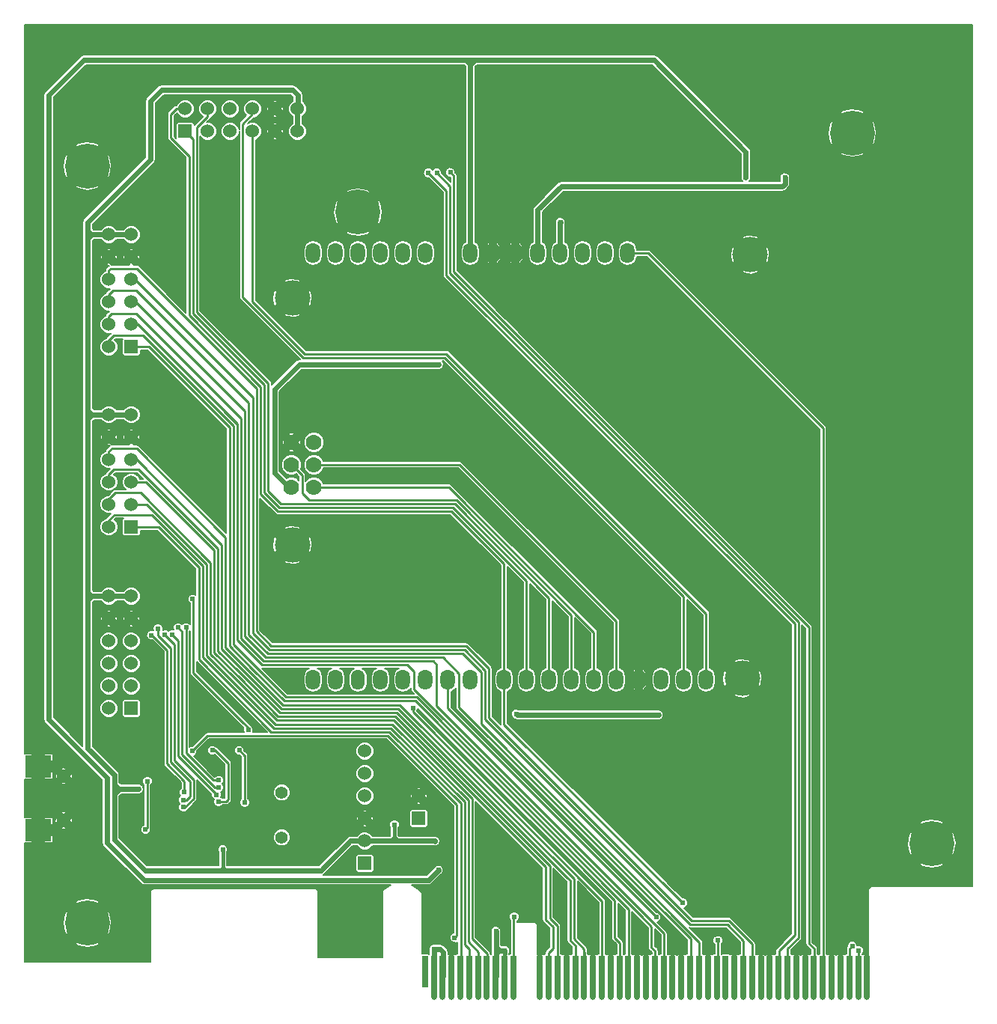
<source format=gbl>
G04 (created by PCBNEW (2013-07-07 BZR 4022)-stable) date 15/12/2015 05:15:49 PM*
%MOIN*%
G04 Gerber Fmt 3.4, Leading zero omitted, Abs format*
%FSLAX34Y34*%
G01*
G70*
G90*
G04 APERTURE LIST*
%ADD10C,0.00590551*%
%ADD11C,0.2*%
%ADD12R,0.0256X0.1417*%
%ADD13R,0.0256X0.1811*%
%ADD14O,0.0256X0.0256*%
%ADD15R,0.06X0.06*%
%ADD16C,0.06*%
%ADD17C,0.056*%
%ADD18R,0.11811X0.0984252*%
%ADD19C,0.0610236*%
%ADD20C,0.0629921*%
%ADD21O,0.065X0.09*%
%ADD22O,0.06X0.09*%
%ADD23C,0.15748*%
%ADD24C,0.07*%
%ADD25C,0.024*%
%ADD26C,0.018*%
%ADD27C,0.008*%
%ADD28C,0.01*%
%ADD29C,0.024*%
%ADD30C,0.009*%
%ADD31C,0.012*%
%ADD32C,0.016*%
%ADD33C,0.005*%
G04 APERTURE END LIST*
G54D10*
G54D11*
X71304Y-21073D03*
G54D12*
X52276Y-58435D03*
G54D13*
X52670Y-58632D03*
X53063Y-58632D03*
X53457Y-58632D03*
X53851Y-58632D03*
X54244Y-58632D03*
X54638Y-58632D03*
X55032Y-58632D03*
X55425Y-58632D03*
X55819Y-58632D03*
X56213Y-58632D03*
X58181Y-58632D03*
X58575Y-58632D03*
X58969Y-58632D03*
X59362Y-58632D03*
X59756Y-58632D03*
X57394Y-58632D03*
X57788Y-58632D03*
G54D14*
X53457Y-59538D03*
X53851Y-59538D03*
X54244Y-59538D03*
X54638Y-59538D03*
X55032Y-59538D03*
X55425Y-59538D03*
X55819Y-59538D03*
X58181Y-59538D03*
X58575Y-59538D03*
X53063Y-59538D03*
X57788Y-59538D03*
X58969Y-59538D03*
X56213Y-59538D03*
X57394Y-59538D03*
X59362Y-59538D03*
X59756Y-59538D03*
X52670Y-59538D03*
G54D13*
X60150Y-58632D03*
X60543Y-58632D03*
X60937Y-58632D03*
X61331Y-58632D03*
X61724Y-58632D03*
X62118Y-58632D03*
X62512Y-58632D03*
X62906Y-58632D03*
X63299Y-58632D03*
X63693Y-58632D03*
X64087Y-58632D03*
X64480Y-58632D03*
X64874Y-58632D03*
X65268Y-58632D03*
X65661Y-58632D03*
X66055Y-58632D03*
X66449Y-58632D03*
X66843Y-58632D03*
X67236Y-58632D03*
X67630Y-58632D03*
X68024Y-58632D03*
X68417Y-58632D03*
X68811Y-58632D03*
X69205Y-58632D03*
X69598Y-58632D03*
X69992Y-58632D03*
X70386Y-58632D03*
X70780Y-58632D03*
X71173Y-58632D03*
X71567Y-58632D03*
X71961Y-58632D03*
G54D14*
X60150Y-59538D03*
X60543Y-59538D03*
X60937Y-59538D03*
X61331Y-59538D03*
X61724Y-59538D03*
X62118Y-59538D03*
X62512Y-59538D03*
X62906Y-59538D03*
X63299Y-59538D03*
X63693Y-59538D03*
X64087Y-59538D03*
X64480Y-59538D03*
X64874Y-59538D03*
X65268Y-59538D03*
X65661Y-59538D03*
X66055Y-59538D03*
X66449Y-59538D03*
X66843Y-59538D03*
X67236Y-59538D03*
X67630Y-59538D03*
X68024Y-59538D03*
X68417Y-59538D03*
X68811Y-59538D03*
X69205Y-59538D03*
X69598Y-59538D03*
X69992Y-59538D03*
X70386Y-59538D03*
X70780Y-59538D03*
X71173Y-59538D03*
X71567Y-59538D03*
X71961Y-59538D03*
G54D11*
X49295Y-24602D03*
X37236Y-56250D03*
G54D15*
X49600Y-53600D03*
G54D16*
X49600Y-52600D03*
X49600Y-51600D03*
X49600Y-50600D03*
X49600Y-49600D03*
X49600Y-48600D03*
G54D17*
X45900Y-52450D03*
X45900Y-50450D03*
G54D15*
X52000Y-51600D03*
G54D16*
X52000Y-50600D03*
G54D18*
X35057Y-49282D03*
X35057Y-52117D03*
G54D19*
X36189Y-49715D03*
G54D20*
X36189Y-51684D03*
G54D11*
X74838Y-52716D03*
G54D15*
X41600Y-21000D03*
G54D16*
X41600Y-20000D03*
X42600Y-21000D03*
X42600Y-20000D03*
X43600Y-21000D03*
X43600Y-20000D03*
X44600Y-21000D03*
X44600Y-20000D03*
X45600Y-21000D03*
X45600Y-20000D03*
X46600Y-21000D03*
X46600Y-20000D03*
G54D15*
X39200Y-46700D03*
G54D16*
X38200Y-46700D03*
X39200Y-45700D03*
X38200Y-45700D03*
X39200Y-44700D03*
X38200Y-44700D03*
X39200Y-43700D03*
X38200Y-43700D03*
X39200Y-42700D03*
X38200Y-42700D03*
X39200Y-41700D03*
X38200Y-41700D03*
G54D15*
X39200Y-38622D03*
G54D16*
X38200Y-38622D03*
X39200Y-37622D03*
X38200Y-37622D03*
X39200Y-36622D03*
X38200Y-36622D03*
X39200Y-35622D03*
X38200Y-35622D03*
X39200Y-34622D03*
X38200Y-34622D03*
X39200Y-33622D03*
X38200Y-33622D03*
G54D15*
X39200Y-30600D03*
G54D16*
X38200Y-30600D03*
X39200Y-29600D03*
X38200Y-29600D03*
X39200Y-28600D03*
X38200Y-28600D03*
X39200Y-27600D03*
X38200Y-27600D03*
X39200Y-26600D03*
X38200Y-26600D03*
X39200Y-25600D03*
X38200Y-25600D03*
G54D21*
X61300Y-26425D03*
X60300Y-26425D03*
X59300Y-26425D03*
X58300Y-26425D03*
X57300Y-26425D03*
X56300Y-26425D03*
X55300Y-26425D03*
X54300Y-26425D03*
X52300Y-26425D03*
X51300Y-26425D03*
X50300Y-26425D03*
X49300Y-26425D03*
X48300Y-26425D03*
X47300Y-26425D03*
X47300Y-45425D03*
X48300Y-45425D03*
G54D22*
X49300Y-45425D03*
G54D21*
X50300Y-45425D03*
X51300Y-45425D03*
X52300Y-45425D03*
X53300Y-45425D03*
X54300Y-45425D03*
X55800Y-45425D03*
X56800Y-45425D03*
X57800Y-45425D03*
X58800Y-45425D03*
X59800Y-45425D03*
X60800Y-45425D03*
X61800Y-45425D03*
X62800Y-45425D03*
X63800Y-45425D03*
X64800Y-45425D03*
G54D23*
X66401Y-45361D03*
X46370Y-39413D03*
X46370Y-28421D03*
X66755Y-26495D03*
G54D24*
X47327Y-36852D03*
X46327Y-36852D03*
X47327Y-35852D03*
X46327Y-35852D03*
X47327Y-34852D03*
X46327Y-34852D03*
G54D11*
X37236Y-22549D03*
G54D25*
X52689Y-57411D03*
X41638Y-43096D03*
X43100Y-49896D03*
X43089Y-50220D03*
X41286Y-43098D03*
X42990Y-50538D03*
X41028Y-43404D03*
X40692Y-43414D03*
X41523Y-51101D03*
X41517Y-50775D03*
X40383Y-43155D03*
X41556Y-50433D03*
X40092Y-43442D03*
X65323Y-57030D03*
X51738Y-46673D03*
X62572Y-56001D03*
X63750Y-55360D03*
G54D26*
X57675Y-56832D03*
X59199Y-56433D03*
X59771Y-56239D03*
G54D25*
X58457Y-56316D03*
X58452Y-57210D03*
G54D26*
X58110Y-55461D03*
X54080Y-42500D03*
G54D25*
X62000Y-56934D03*
G54D26*
X53200Y-43620D03*
G54D25*
X62638Y-57152D03*
G54D26*
X62957Y-56316D03*
G54D25*
X60654Y-57201D03*
X61086Y-56901D03*
G54D26*
X64875Y-55770D03*
G54D25*
X63816Y-57276D03*
G54D26*
X55460Y-55637D03*
X55460Y-54328D03*
X56874Y-54433D03*
G54D25*
X54690Y-56870D03*
X64901Y-57383D03*
X67511Y-56879D03*
X69104Y-57153D03*
G54D26*
X69156Y-54712D03*
X68392Y-54482D03*
X68358Y-55881D03*
G54D25*
X68140Y-57016D03*
X67916Y-57246D03*
X57273Y-47622D03*
X56307Y-47447D03*
X71876Y-57198D03*
X71853Y-56586D03*
X71028Y-57054D03*
X70274Y-57136D03*
X69680Y-57090D03*
X66919Y-56106D03*
X66915Y-56901D03*
X66471Y-55343D03*
X66423Y-56079D03*
X59760Y-57411D03*
X53469Y-57440D03*
G54D26*
X65500Y-18900D03*
X65500Y-17900D03*
X65500Y-17100D03*
X65500Y-16400D03*
X66300Y-16400D03*
X67500Y-16400D03*
X68600Y-16400D03*
X69500Y-16400D03*
X69500Y-17200D03*
X69500Y-18000D03*
X69500Y-18900D03*
X69200Y-19400D03*
X69200Y-18500D03*
X69200Y-17600D03*
X69200Y-16700D03*
X68100Y-16700D03*
X66600Y-16700D03*
X65800Y-16700D03*
X65800Y-17600D03*
X65800Y-18300D03*
G54D25*
X50835Y-45879D03*
X49800Y-45870D03*
X48806Y-45874D03*
X46935Y-45936D03*
X44256Y-46959D03*
X44763Y-47493D03*
X47778Y-45890D03*
X44824Y-48246D03*
X50820Y-42975D03*
X48645Y-42990D03*
X50910Y-41441D03*
X52779Y-41315D03*
X52842Y-39362D03*
X45390Y-40320D03*
X46650Y-40905D03*
X47580Y-40530D03*
X48900Y-39600D03*
X49185Y-38505D03*
X50745Y-38550D03*
X40230Y-46953D03*
X39815Y-40804D03*
X40158Y-39922D03*
X40158Y-39061D03*
X41490Y-35805D03*
X41475Y-35040D03*
X40830Y-32355D03*
X40170Y-31545D03*
X40612Y-27438D03*
X40722Y-23632D03*
X39283Y-22296D03*
X38506Y-21078D03*
X37897Y-19741D03*
X36720Y-18930D03*
X35220Y-18000D03*
X47592Y-48574D03*
X46269Y-48427D03*
X43395Y-48249D03*
X43371Y-47655D03*
X42378Y-46962D03*
X40359Y-52053D03*
X37658Y-50306D03*
X47596Y-50752D03*
X47598Y-52056D03*
X44202Y-52569D03*
X36794Y-51218D03*
X52426Y-22846D03*
X52806Y-22852D03*
X53406Y-22828D03*
X44405Y-47652D03*
X41932Y-41830D03*
X56256Y-55977D03*
X41908Y-48602D03*
X53598Y-56911D03*
X39912Y-49942D03*
X39829Y-52095D03*
X71301Y-57282D03*
X71585Y-57477D03*
X66566Y-23066D03*
X52875Y-53901D03*
X55830Y-57477D03*
X55434Y-56625D03*
X43272Y-52989D03*
X58305Y-25053D03*
X56335Y-46950D03*
X50915Y-51875D03*
X52720Y-52610D03*
X39516Y-50294D03*
X62676Y-46994D03*
X52884Y-31382D03*
X68303Y-23061D03*
X44253Y-50889D03*
X44001Y-48564D03*
X43085Y-50852D03*
X42801Y-48564D03*
G54D27*
X52670Y-59538D02*
X52670Y-57429D01*
X52670Y-57429D02*
X52689Y-57411D01*
G54D28*
X53079Y-59517D02*
X53079Y-58611D01*
G54D29*
X53079Y-58611D02*
X53079Y-57546D01*
X52944Y-57411D02*
X52689Y-57411D01*
X53079Y-57546D02*
X52944Y-57411D01*
X52686Y-57413D02*
X52689Y-57411D01*
X52686Y-58611D02*
X52686Y-57413D01*
G54D30*
X41635Y-43098D02*
X41635Y-43410D01*
X41638Y-43096D02*
X41635Y-43098D01*
X43100Y-49896D02*
X42837Y-49896D01*
X41635Y-48366D02*
X41635Y-43410D01*
X41635Y-48694D02*
X42074Y-49133D01*
X41635Y-48366D02*
X41635Y-48694D01*
X42837Y-49896D02*
X42074Y-49133D01*
X41465Y-48183D02*
X41465Y-48764D01*
X41465Y-48764D02*
X42920Y-50220D01*
X42920Y-50220D02*
X43089Y-50220D01*
X41465Y-48183D02*
X41465Y-43277D01*
X41465Y-43277D02*
X41286Y-43098D01*
X41295Y-48249D02*
X41295Y-48834D01*
X42990Y-50529D02*
X42990Y-50538D01*
X41295Y-48834D02*
X42990Y-50529D01*
X41295Y-48249D02*
X41295Y-43671D01*
X41295Y-43671D02*
X41028Y-43404D01*
X41978Y-50511D02*
X41978Y-49880D01*
X40692Y-43428D02*
X40692Y-43414D01*
X41124Y-43860D02*
X40692Y-43428D01*
X41124Y-49027D02*
X41124Y-43860D01*
X41978Y-49880D02*
X41124Y-49027D01*
X41523Y-51101D02*
X41595Y-51101D01*
X41978Y-50717D02*
X41978Y-50511D01*
X41595Y-51101D02*
X41978Y-50717D01*
X41808Y-50318D02*
X41808Y-49951D01*
X40383Y-43461D02*
X40383Y-43155D01*
X40954Y-44032D02*
X40383Y-43461D01*
X40954Y-49098D02*
X40954Y-44032D01*
X41808Y-49951D02*
X40954Y-49098D01*
X41808Y-50618D02*
X41651Y-50775D01*
X41808Y-50318D02*
X41808Y-50618D01*
X41517Y-50775D02*
X41651Y-50775D01*
X41556Y-50433D02*
X41556Y-49939D01*
X40123Y-43442D02*
X40092Y-43442D01*
X40784Y-44103D02*
X40123Y-43442D01*
X40784Y-49168D02*
X40784Y-44103D01*
X41556Y-49939D02*
X40784Y-49168D01*
G54D28*
X69992Y-59538D02*
X69992Y-58632D01*
G54D30*
X70008Y-43534D02*
X70008Y-34219D01*
X70008Y-43534D02*
X70008Y-58611D01*
X70008Y-34219D02*
X62214Y-26425D01*
X62214Y-26425D02*
X61300Y-26425D01*
X46638Y-37587D02*
X45857Y-37587D01*
X42113Y-29052D02*
X42113Y-21443D01*
X45296Y-32235D02*
X42113Y-29052D01*
X45296Y-37025D02*
X45296Y-32235D01*
X45857Y-37587D02*
X45296Y-37025D01*
X42600Y-20000D02*
X42600Y-20347D01*
X42113Y-21386D02*
X42113Y-21443D01*
X42600Y-20347D02*
X42113Y-20834D01*
X42113Y-20834D02*
X42113Y-21386D01*
X57800Y-41784D02*
X57800Y-45425D01*
X53602Y-37587D02*
X57800Y-41784D01*
X46638Y-37587D02*
X46661Y-37587D01*
X46661Y-37587D02*
X53602Y-37587D01*
G54D28*
X65268Y-59538D02*
X65268Y-58632D01*
G54D30*
X46327Y-35852D02*
X46343Y-35852D01*
X47116Y-37416D02*
X47116Y-37416D01*
X46815Y-37115D02*
X47116Y-37416D01*
X46815Y-36324D02*
X46815Y-37115D01*
X46343Y-35852D02*
X46815Y-36324D01*
X65323Y-57030D02*
X65323Y-58573D01*
X65323Y-58573D02*
X65284Y-58611D01*
X58800Y-42544D02*
X58800Y-45425D01*
X47116Y-37416D02*
X53671Y-37416D01*
X53671Y-37416D02*
X58800Y-42544D01*
X47327Y-36852D02*
X53348Y-36852D01*
X59800Y-43304D02*
X59800Y-45425D01*
X53348Y-36852D02*
X59800Y-43304D01*
X47327Y-35852D02*
X53822Y-35852D01*
X60800Y-42830D02*
X60800Y-45425D01*
X53822Y-35852D02*
X60800Y-42830D01*
X44600Y-20000D02*
X44600Y-20230D01*
X63800Y-41714D02*
X63800Y-45425D01*
X53160Y-31075D02*
X63800Y-41714D01*
X46840Y-31075D02*
X53160Y-31075D01*
X44155Y-28390D02*
X46840Y-31075D01*
X44155Y-20675D02*
X44155Y-28390D01*
X44600Y-20230D02*
X44155Y-20675D01*
X44600Y-21000D02*
X44600Y-28580D01*
X64800Y-42474D02*
X64800Y-45425D01*
X53231Y-30905D02*
X64800Y-42474D01*
X46925Y-30905D02*
X53231Y-30905D01*
X44600Y-28580D02*
X46925Y-30905D01*
G54D27*
X60150Y-59538D02*
X60150Y-58632D01*
G54D30*
X60166Y-55276D02*
X51738Y-46848D01*
X51738Y-46848D02*
X51738Y-46673D01*
X60166Y-58611D02*
X60166Y-55276D01*
X53300Y-46700D02*
X62572Y-55972D01*
X62572Y-55972D02*
X62572Y-56001D01*
X53300Y-45425D02*
X53300Y-46700D01*
X44950Y-32649D02*
X44950Y-32370D01*
X44950Y-32370D02*
X41772Y-29193D01*
X41772Y-22104D02*
X40963Y-21295D01*
X41772Y-29193D02*
X41772Y-22104D01*
X46842Y-37927D02*
X45717Y-37927D01*
X44950Y-37160D02*
X44950Y-32649D01*
X45717Y-37927D02*
X44950Y-37160D01*
X55800Y-47410D02*
X63750Y-55360D01*
X55800Y-47410D02*
X55800Y-45425D01*
X41600Y-20000D02*
X41201Y-20000D01*
X40963Y-20238D02*
X40963Y-21295D01*
X41201Y-20000D02*
X40963Y-20238D01*
X55800Y-40265D02*
X55800Y-45425D01*
X53461Y-37927D02*
X55800Y-40265D01*
X46842Y-37927D02*
X53461Y-37927D01*
X45120Y-32470D02*
X45120Y-32300D01*
X45120Y-32300D02*
X41942Y-29123D01*
X41942Y-21342D02*
X41600Y-21000D01*
X41942Y-29123D02*
X41942Y-21342D01*
X46710Y-37757D02*
X45787Y-37757D01*
X45120Y-37089D02*
X45120Y-32470D01*
X45787Y-37757D02*
X45120Y-37089D01*
X56800Y-41025D02*
X56800Y-45425D01*
X53531Y-37757D02*
X56800Y-41025D01*
X46710Y-37757D02*
X53531Y-37757D01*
X57394Y-58632D02*
X57394Y-57112D01*
X57394Y-57112D02*
X57675Y-56832D01*
X59771Y-56239D02*
X59393Y-56239D01*
X59393Y-56239D02*
X59199Y-56433D01*
X59771Y-56239D02*
X59772Y-56239D01*
X58457Y-56316D02*
X58457Y-55808D01*
G54D31*
X58591Y-57654D02*
X58591Y-57349D01*
X58591Y-57349D02*
X58452Y-57210D01*
G54D30*
X58457Y-55808D02*
X58110Y-55461D01*
G54D28*
X54080Y-42500D02*
X53440Y-42500D01*
X53200Y-42740D02*
X53200Y-43620D01*
X53440Y-42500D02*
X53200Y-42740D01*
G54D27*
X57394Y-59538D02*
X57394Y-58632D01*
X58575Y-59538D02*
X58575Y-58632D01*
X71961Y-58632D02*
X71961Y-59538D01*
X58591Y-57654D02*
X58591Y-58616D01*
X58591Y-58616D02*
X58575Y-58632D01*
X62957Y-56316D02*
X63816Y-57175D01*
X63816Y-57175D02*
X63816Y-57276D01*
X62118Y-58632D02*
X62118Y-59538D01*
X62134Y-57536D02*
X62134Y-58616D01*
X62134Y-58616D02*
X62118Y-58632D01*
X61724Y-58632D02*
X61724Y-59538D01*
X61740Y-57500D02*
X61740Y-58616D01*
X61740Y-58616D02*
X61724Y-58632D01*
G54D31*
X60559Y-57295D02*
X60654Y-57201D01*
X60559Y-57295D02*
X60559Y-58611D01*
G54D27*
X53457Y-59538D02*
X53457Y-58632D01*
X63299Y-58632D02*
X63299Y-57525D01*
X63549Y-57276D02*
X63816Y-57276D01*
X63299Y-57525D02*
X63549Y-57276D01*
X63693Y-58632D02*
X63693Y-57398D01*
X63693Y-57398D02*
X63816Y-57276D01*
X63693Y-59538D02*
X63693Y-58632D01*
X66423Y-56079D02*
X66199Y-56079D01*
X65890Y-55770D02*
X64875Y-55770D01*
X66199Y-56079D02*
X65890Y-55770D01*
X54690Y-56870D02*
X54690Y-56407D01*
X54690Y-56407D02*
X55460Y-55637D01*
X55460Y-54328D02*
X55565Y-54433D01*
X55565Y-54433D02*
X56874Y-54433D01*
X66055Y-59538D02*
X66055Y-58632D01*
X67236Y-58632D02*
X67236Y-57153D01*
X67511Y-56879D02*
X66937Y-56879D01*
X66937Y-56879D02*
X66915Y-56901D01*
G54D31*
X67646Y-58611D02*
X67646Y-57014D01*
X67646Y-57014D02*
X67511Y-56879D01*
G54D27*
X67236Y-57153D02*
X67511Y-56879D01*
X66055Y-58632D02*
X66055Y-57012D01*
X66055Y-57012D02*
X65692Y-56649D01*
X65692Y-56649D02*
X65180Y-56649D01*
X65180Y-56649D02*
X64901Y-56928D01*
X64901Y-56928D02*
X64901Y-57383D01*
G54D31*
X64890Y-57393D02*
X64901Y-57383D01*
X64890Y-57393D02*
X64890Y-58611D01*
G54D27*
X68811Y-58632D02*
X68811Y-57445D01*
G54D31*
X69221Y-57270D02*
X69104Y-57153D01*
X69221Y-58611D02*
X69221Y-57270D01*
G54D27*
X69104Y-54764D02*
X69156Y-54712D01*
X68392Y-54482D02*
X68358Y-54516D01*
X68358Y-54516D02*
X68358Y-55881D01*
X69104Y-57153D02*
X69104Y-54764D01*
X68811Y-57445D02*
X69104Y-57153D01*
X67916Y-57246D02*
X67916Y-57240D01*
X67916Y-57240D02*
X68140Y-57016D01*
X68811Y-59538D02*
X68811Y-58632D01*
X69205Y-59538D02*
X69205Y-58632D01*
G54D28*
X59756Y-59538D02*
X59756Y-58632D01*
X59756Y-58632D02*
X59756Y-58632D01*
X60543Y-59538D02*
X60543Y-58632D01*
X63299Y-59538D02*
X63299Y-58632D01*
X64874Y-59538D02*
X64874Y-58632D01*
X67236Y-59538D02*
X67236Y-58632D01*
X67630Y-59538D02*
X67630Y-58632D01*
X70386Y-59538D02*
X70386Y-58632D01*
X70780Y-59538D02*
X70780Y-58632D01*
X61740Y-58611D02*
X61740Y-57500D01*
X61740Y-57500D02*
X61740Y-57193D01*
G54D31*
X62134Y-57068D02*
X62000Y-56934D01*
X62134Y-57068D02*
X62134Y-57536D01*
X62134Y-57536D02*
X62134Y-58611D01*
G54D28*
X61740Y-57193D02*
X62000Y-56934D01*
G54D30*
X57273Y-47622D02*
X57098Y-47447D01*
X57098Y-47447D02*
X56307Y-47447D01*
X71977Y-58611D02*
X71977Y-57299D01*
X71977Y-57299D02*
X71876Y-57198D01*
X71028Y-57054D02*
X70356Y-57054D01*
X70356Y-57054D02*
X70274Y-57136D01*
X70796Y-58611D02*
X70796Y-57285D01*
X70796Y-57285D02*
X71028Y-57054D01*
X70796Y-58611D02*
X70796Y-57658D01*
X70796Y-57658D02*
X70274Y-57136D01*
X70402Y-58611D02*
X70402Y-57264D01*
X70402Y-57264D02*
X70274Y-57136D01*
G54D31*
X66915Y-56901D02*
X66915Y-56110D01*
X66915Y-56110D02*
X66919Y-56106D01*
X66423Y-56079D02*
X66471Y-56031D01*
X66471Y-56031D02*
X66471Y-55343D01*
X58591Y-58611D02*
X58591Y-57654D01*
X59772Y-57423D02*
X59760Y-57411D01*
X59772Y-58611D02*
X59772Y-57423D01*
X53469Y-57440D02*
X53469Y-58607D01*
X53469Y-58607D02*
X53473Y-58611D01*
G54D30*
X65500Y-17900D02*
X65500Y-18900D01*
X65500Y-16400D02*
X65500Y-17100D01*
X67500Y-16400D02*
X66300Y-16400D01*
X69500Y-16400D02*
X68600Y-16400D01*
X69500Y-18000D02*
X69500Y-17200D01*
X69500Y-19100D02*
X69500Y-18900D01*
X69200Y-19400D02*
X69500Y-19100D01*
X69200Y-17600D02*
X69200Y-18500D01*
X68100Y-16700D02*
X69200Y-16700D01*
X65800Y-16700D02*
X66600Y-16700D01*
X65800Y-18300D02*
X65800Y-17600D01*
X49874Y-45870D02*
X50034Y-46029D01*
X50034Y-46029D02*
X50684Y-46029D01*
X50684Y-46029D02*
X50835Y-45879D01*
X49800Y-45870D02*
X49874Y-45870D01*
X48806Y-45874D02*
X48888Y-45874D01*
X49640Y-46029D02*
X49800Y-45870D01*
X49044Y-46029D02*
X49640Y-46029D01*
X48888Y-45874D02*
X49044Y-46029D01*
X47778Y-45890D02*
X47936Y-45890D01*
X48650Y-46029D02*
X48806Y-45874D01*
X48075Y-46029D02*
X48650Y-46029D01*
X47936Y-45890D02*
X48075Y-46029D01*
X46935Y-45936D02*
X47034Y-45936D01*
X44256Y-46959D02*
X44256Y-46986D01*
X44256Y-46986D02*
X44763Y-47493D01*
X47638Y-46029D02*
X47778Y-45890D01*
X47128Y-46029D02*
X47638Y-46029D01*
X47034Y-45936D02*
X47128Y-46029D01*
X43395Y-48249D02*
X44821Y-48249D01*
X44821Y-48249D02*
X44824Y-48246D01*
X50910Y-41441D02*
X50910Y-42885D01*
X50910Y-42885D02*
X50820Y-42975D01*
X48900Y-39600D02*
X49069Y-39600D01*
X49069Y-39600D02*
X50910Y-41441D01*
X52779Y-41315D02*
X52842Y-41252D01*
X52842Y-41252D02*
X52842Y-39362D01*
X45390Y-40320D02*
X45975Y-40905D01*
X45975Y-40905D02*
X46650Y-40905D01*
X47580Y-40530D02*
X48510Y-39600D01*
X48510Y-39600D02*
X48900Y-39600D01*
X49185Y-38505D02*
X49230Y-38550D01*
X49230Y-38550D02*
X50745Y-38550D01*
X40230Y-46953D02*
X39740Y-46463D01*
X39740Y-46463D02*
X39740Y-40879D01*
X39740Y-40879D02*
X39815Y-40804D01*
X40158Y-39922D02*
X40158Y-39061D01*
X41490Y-35805D02*
X41475Y-35790D01*
X41475Y-35790D02*
X41475Y-35040D01*
X40830Y-32355D02*
X40170Y-31695D01*
X40170Y-31695D02*
X40170Y-31545D01*
X40612Y-27438D02*
X40722Y-27328D01*
X40722Y-27328D02*
X40722Y-23632D01*
X39283Y-22296D02*
X38506Y-21519D01*
X38506Y-21519D02*
X38506Y-21078D01*
X37897Y-19741D02*
X37086Y-18930D01*
X37086Y-18930D02*
X36720Y-18930D01*
X47596Y-50752D02*
X47596Y-48578D01*
X47596Y-48578D02*
X47592Y-48574D01*
X46269Y-48427D02*
X46088Y-48246D01*
X46088Y-48246D02*
X43398Y-48246D01*
X43398Y-48246D02*
X43395Y-48249D01*
X43371Y-47655D02*
X42678Y-46962D01*
X42678Y-46962D02*
X42378Y-46962D01*
G54D27*
X54260Y-57540D02*
X54260Y-58616D01*
X54260Y-58616D02*
X54244Y-58632D01*
X54244Y-59538D02*
X54244Y-58632D01*
G54D30*
X54037Y-51954D02*
X54037Y-50859D01*
X50751Y-47573D02*
X49772Y-47573D01*
X54037Y-50859D02*
X50751Y-47573D01*
X54260Y-58611D02*
X54260Y-57540D01*
X54260Y-57540D02*
X54260Y-57425D01*
X54037Y-57203D02*
X54037Y-51954D01*
X54260Y-57425D02*
X54037Y-57203D01*
X38200Y-38622D02*
X38200Y-38320D01*
X43234Y-45274D02*
X45534Y-47573D01*
X45534Y-47573D02*
X49772Y-47573D01*
X38435Y-38085D02*
X40105Y-38085D01*
X40105Y-38085D02*
X42380Y-40359D01*
X42380Y-40359D02*
X42380Y-44420D01*
X42380Y-44420D02*
X43234Y-45274D01*
X38200Y-38320D02*
X38435Y-38085D01*
G54D28*
X53851Y-59538D02*
X53851Y-58632D01*
G54D30*
X53867Y-51986D02*
X53867Y-50930D01*
X50681Y-47744D02*
X49634Y-47744D01*
X53867Y-50930D02*
X50681Y-47744D01*
X39200Y-38622D02*
X40402Y-38622D01*
X45430Y-47744D02*
X49634Y-47744D01*
X40402Y-38622D02*
X42210Y-40430D01*
X42210Y-40430D02*
X42210Y-44524D01*
X42210Y-44524D02*
X45430Y-47744D01*
X53867Y-51986D02*
X53867Y-58611D01*
G54D27*
X55032Y-59538D02*
X55032Y-58632D01*
G54D30*
X49769Y-47233D02*
X50892Y-47233D01*
X55048Y-57633D02*
X55048Y-58611D01*
X54377Y-56962D02*
X55048Y-57633D01*
X54377Y-50718D02*
X54377Y-56962D01*
X50892Y-47233D02*
X54377Y-50718D01*
X38200Y-37622D02*
X38200Y-37400D01*
X38200Y-37400D02*
X38500Y-37100D01*
X42720Y-44279D02*
X43670Y-45229D01*
X42720Y-40218D02*
X42720Y-44279D01*
X39601Y-37100D02*
X42720Y-40218D01*
X38500Y-37100D02*
X39601Y-37100D01*
X45674Y-47233D02*
X49769Y-47233D01*
X43670Y-45229D02*
X45674Y-47233D01*
G54D28*
X54638Y-59538D02*
X54638Y-58632D01*
G54D30*
X49780Y-47403D02*
X50821Y-47403D01*
X54207Y-50789D02*
X54207Y-51845D01*
X50821Y-47403D02*
X54207Y-50789D01*
X54654Y-58611D02*
X54654Y-57545D01*
X54654Y-57545D02*
X54207Y-57099D01*
X54207Y-57099D02*
X54207Y-51845D01*
X39200Y-37622D02*
X39882Y-37622D01*
X43514Y-45313D02*
X45604Y-47403D01*
X45604Y-47403D02*
X49780Y-47403D01*
X39882Y-37622D02*
X42550Y-40289D01*
X42550Y-40289D02*
X42550Y-44349D01*
X42550Y-44349D02*
X43514Y-45313D01*
X58181Y-58632D02*
X58181Y-56396D01*
X57846Y-56061D02*
X57846Y-53706D01*
X58181Y-56396D02*
X57846Y-56061D01*
G54D27*
X58181Y-59538D02*
X58181Y-58632D01*
G54D30*
X49839Y-46879D02*
X51019Y-46879D01*
X43913Y-44992D02*
X45801Y-46879D01*
X45801Y-46879D02*
X49839Y-46879D01*
X43060Y-44138D02*
X43913Y-44992D01*
X43060Y-39595D02*
X43060Y-44138D01*
X39524Y-36060D02*
X43060Y-39595D01*
X51019Y-46879D02*
X57846Y-53706D01*
X38200Y-36622D02*
X38200Y-36290D01*
X38200Y-36290D02*
X38430Y-36060D01*
X38430Y-36060D02*
X39524Y-36060D01*
X38430Y-36060D02*
X39524Y-36060D01*
X38200Y-36290D02*
X38430Y-36060D01*
G54D28*
X57788Y-58632D02*
X57788Y-57575D01*
X57972Y-56435D02*
X57647Y-56110D01*
X57972Y-57392D02*
X57972Y-56435D01*
X57788Y-57575D02*
X57972Y-57392D01*
G54D27*
X57788Y-59538D02*
X57788Y-58632D01*
G54D30*
X49870Y-47050D02*
X50948Y-47050D01*
X57647Y-53748D02*
X57647Y-56110D01*
X50948Y-47050D02*
X57647Y-53748D01*
X39200Y-36622D02*
X39845Y-36622D01*
X39845Y-36622D02*
X42890Y-39666D01*
X42890Y-44208D02*
X44041Y-45359D01*
X42890Y-39666D02*
X42890Y-44208D01*
X45731Y-47050D02*
X49870Y-47050D01*
X44041Y-45359D02*
X45731Y-47050D01*
X59362Y-58632D02*
X59362Y-57410D01*
X58919Y-54299D02*
X58803Y-54183D01*
X58919Y-56967D02*
X58919Y-54299D01*
X59362Y-57410D02*
X58919Y-56967D01*
G54D27*
X59362Y-59538D02*
X59362Y-58632D01*
X59378Y-57561D02*
X59378Y-58616D01*
X59378Y-58616D02*
X59362Y-58632D01*
G54D30*
X49668Y-46539D02*
X51159Y-46539D01*
X51159Y-46539D02*
X58803Y-54183D01*
X38200Y-35622D02*
X38200Y-35250D01*
X43400Y-43997D02*
X44597Y-45195D01*
X43400Y-39072D02*
X43400Y-43997D01*
X39440Y-35112D02*
X43400Y-39072D01*
X38338Y-35112D02*
X39440Y-35112D01*
X38200Y-35250D02*
X38338Y-35112D01*
X45942Y-46539D02*
X49668Y-46539D01*
X44597Y-45195D02*
X45942Y-46539D01*
X59378Y-57561D02*
X59378Y-58611D01*
X58969Y-58632D02*
X58969Y-57261D01*
X58749Y-54369D02*
X58631Y-54251D01*
X58749Y-57041D02*
X58749Y-54369D01*
X58969Y-57261D02*
X58749Y-57041D01*
G54D27*
X58969Y-59538D02*
X58969Y-58632D01*
G54D30*
X50118Y-46709D02*
X51089Y-46709D01*
X51089Y-46709D02*
X58631Y-54251D01*
X39200Y-35622D02*
X39449Y-35622D01*
X43230Y-44067D02*
X44165Y-45002D01*
X43230Y-39403D02*
X43230Y-44067D01*
X39449Y-35622D02*
X43230Y-39403D01*
X45872Y-46709D02*
X50118Y-46709D01*
X44165Y-45002D02*
X45872Y-46709D01*
G54D27*
X61347Y-57540D02*
X61347Y-58616D01*
X61347Y-58616D02*
X61331Y-58632D01*
X61331Y-59538D02*
X61331Y-58632D01*
X61347Y-57653D02*
X61347Y-58616D01*
X61347Y-58616D02*
X61331Y-58632D01*
G54D30*
X61347Y-58611D02*
X61347Y-57653D01*
X61347Y-57653D02*
X61347Y-57540D01*
X61347Y-57540D02*
X61347Y-55637D01*
X51909Y-46199D02*
X50316Y-46199D01*
X61347Y-55637D02*
X51909Y-46199D01*
X38200Y-30600D02*
X38200Y-30305D01*
X38200Y-30305D02*
X38415Y-30090D01*
X38415Y-30090D02*
X39722Y-30090D01*
X39722Y-30090D02*
X43740Y-34108D01*
X44618Y-44735D02*
X46083Y-46199D01*
X46083Y-46199D02*
X50316Y-46199D01*
X43740Y-43856D02*
X44618Y-44735D01*
X43740Y-34108D02*
X43740Y-43856D01*
X38415Y-30090D02*
X39722Y-30090D01*
X38200Y-30305D02*
X38415Y-30090D01*
G54D28*
X60937Y-59538D02*
X60937Y-58632D01*
G54D30*
X43570Y-36576D02*
X43570Y-34178D01*
X39991Y-30600D02*
X39200Y-30600D01*
X43570Y-34178D02*
X39991Y-30600D01*
X60953Y-58611D02*
X60953Y-57140D01*
X60719Y-56271D02*
X60720Y-56271D01*
X60719Y-56906D02*
X60719Y-56271D01*
X60953Y-57140D02*
X60719Y-56906D01*
X60720Y-55250D02*
X60463Y-54994D01*
X60720Y-56271D02*
X60720Y-55250D01*
X51839Y-46369D02*
X49659Y-46369D01*
X60463Y-54994D02*
X51839Y-46369D01*
X46012Y-46369D02*
X49659Y-46369D01*
X44626Y-44983D02*
X46012Y-46369D01*
X43570Y-36576D02*
X43570Y-43927D01*
X43570Y-43927D02*
X44626Y-44983D01*
G54D28*
X62906Y-59538D02*
X62906Y-58632D01*
G54D30*
X52793Y-44930D02*
X52793Y-46602D01*
X62922Y-56731D02*
X62922Y-58611D01*
X52793Y-46602D02*
X62922Y-56731D01*
X51316Y-44589D02*
X52637Y-44589D01*
X52793Y-44745D02*
X52793Y-44930D01*
X52637Y-44589D02*
X52793Y-44745D01*
X38200Y-29600D02*
X38200Y-29240D01*
X45085Y-44589D02*
X51316Y-44589D01*
X44080Y-43584D02*
X45085Y-44589D01*
X44080Y-33777D02*
X44080Y-43584D01*
X39423Y-29120D02*
X44080Y-33777D01*
X38320Y-29120D02*
X39423Y-29120D01*
X38200Y-29240D02*
X38320Y-29120D01*
G54D28*
X62512Y-59538D02*
X62512Y-58632D01*
G54D30*
X62528Y-58611D02*
X62528Y-57503D01*
X62358Y-56408D02*
X61918Y-55968D01*
X62358Y-57333D02*
X62358Y-56408D01*
X62528Y-57503D02*
X62358Y-57333D01*
X51798Y-45170D02*
X51798Y-45848D01*
X51798Y-45170D02*
X51798Y-45063D01*
X51798Y-45063D02*
X51495Y-44760D01*
X51798Y-45848D02*
X61918Y-55968D01*
X51495Y-44760D02*
X45015Y-44760D01*
X45015Y-44760D02*
X43910Y-43655D01*
X43910Y-43655D02*
X43910Y-34030D01*
X43910Y-34030D02*
X39480Y-29600D01*
X39480Y-29600D02*
X39200Y-29600D01*
X39200Y-29600D02*
X39472Y-29600D01*
X45015Y-44760D02*
X51495Y-44760D01*
X43910Y-43655D02*
X45015Y-44760D01*
X43910Y-34037D02*
X43910Y-43655D01*
X39472Y-29600D02*
X43910Y-34037D01*
G54D27*
X64480Y-58632D02*
X64480Y-57753D01*
X64496Y-57737D02*
X64480Y-58632D01*
X64480Y-57753D02*
X64496Y-57737D01*
X64480Y-59538D02*
X64480Y-58632D01*
X64496Y-57432D02*
X64496Y-58616D01*
X64496Y-58616D02*
X64480Y-58632D01*
G54D30*
X38200Y-28600D02*
X38200Y-28270D01*
X64496Y-57110D02*
X64496Y-57432D01*
X64496Y-57432D02*
X64496Y-58611D01*
X54788Y-47401D02*
X64496Y-57110D01*
X54788Y-45074D02*
X54788Y-47401D01*
X53963Y-44249D02*
X54788Y-45074D01*
X45272Y-44249D02*
X53963Y-44249D01*
X44428Y-43405D02*
X45272Y-44249D01*
X44428Y-33098D02*
X44428Y-43405D01*
X39420Y-28090D02*
X44428Y-33098D01*
X38380Y-28090D02*
X39420Y-28090D01*
X38200Y-28270D02*
X38380Y-28090D01*
G54D27*
X64087Y-58632D02*
X64087Y-59538D01*
X64103Y-57509D02*
X64103Y-58616D01*
X64103Y-58616D02*
X64087Y-58632D01*
G54D30*
X39200Y-28600D02*
X39390Y-28600D01*
X64103Y-56957D02*
X64103Y-57509D01*
X64103Y-57509D02*
X64103Y-58611D01*
X53800Y-46654D02*
X64103Y-56957D01*
X53800Y-45140D02*
X53800Y-46654D01*
X53079Y-44419D02*
X53800Y-45140D01*
X45179Y-44419D02*
X53079Y-44419D01*
X44250Y-43490D02*
X45179Y-44419D01*
X44250Y-33460D02*
X44250Y-43490D01*
X39390Y-28600D02*
X44250Y-33460D01*
G54D28*
X66843Y-59538D02*
X66843Y-58632D01*
G54D30*
X38200Y-27600D02*
X38200Y-27201D01*
X66859Y-57199D02*
X66859Y-58611D01*
X65812Y-56152D02*
X66859Y-57199D01*
X64163Y-56152D02*
X65812Y-56152D01*
X55128Y-47117D02*
X64163Y-56152D01*
X55128Y-44933D02*
X55128Y-47117D01*
X54104Y-43909D02*
X55128Y-44933D01*
X45420Y-43909D02*
X54104Y-43909D01*
X44780Y-43269D02*
X45420Y-43909D01*
X44780Y-32441D02*
X44780Y-43269D01*
X39444Y-27105D02*
X44780Y-32441D01*
X38296Y-27105D02*
X39444Y-27105D01*
X38200Y-27201D02*
X38296Y-27105D01*
G54D28*
X66449Y-59538D02*
X66449Y-58632D01*
G54D30*
X66465Y-58611D02*
X66465Y-57045D01*
X65742Y-56323D02*
X65217Y-56323D01*
X66465Y-57045D02*
X65742Y-56323D01*
X54958Y-45100D02*
X54958Y-47188D01*
X39358Y-27600D02*
X44610Y-32852D01*
X44610Y-32852D02*
X44610Y-43347D01*
X44610Y-43347D02*
X45342Y-44079D01*
X45342Y-44079D02*
X54034Y-44079D01*
X54034Y-44079D02*
X54958Y-45003D01*
X54958Y-45003D02*
X54958Y-45100D01*
X39200Y-27600D02*
X39358Y-27600D01*
X54958Y-47188D02*
X64093Y-56323D01*
X64093Y-56323D02*
X65217Y-56323D01*
G54D29*
X68024Y-59538D02*
X68024Y-58632D01*
G54D30*
X53224Y-25040D02*
X53224Y-23644D01*
X53224Y-23644D02*
X52426Y-22846D01*
X53224Y-26358D02*
X53224Y-25040D01*
X68040Y-57688D02*
X68040Y-57483D01*
X68739Y-42920D02*
X67254Y-41434D01*
X68739Y-56784D02*
X68739Y-42920D01*
X68040Y-57483D02*
X68739Y-56784D01*
X53224Y-27405D02*
X67254Y-41434D01*
X53224Y-26358D02*
X53224Y-27405D01*
X68040Y-57688D02*
X68040Y-58611D01*
G54D27*
X68417Y-59538D02*
X68417Y-58632D01*
G54D30*
X53394Y-25023D02*
X53394Y-23440D01*
X53394Y-23440D02*
X52806Y-22852D01*
X53394Y-26436D02*
X53394Y-25023D01*
X68433Y-57695D02*
X68433Y-57398D01*
X68910Y-42850D02*
X68090Y-42030D01*
X68910Y-56922D02*
X68910Y-42850D01*
X68433Y-57398D02*
X68910Y-56922D01*
X53394Y-27335D02*
X68090Y-42030D01*
X53394Y-26436D02*
X53394Y-27335D01*
X68433Y-57695D02*
X68433Y-58611D01*
G54D28*
X69598Y-59538D02*
X69598Y-58632D01*
G54D30*
X53565Y-24992D02*
X53565Y-22987D01*
X53565Y-22987D02*
X53406Y-22828D01*
X53565Y-26260D02*
X53565Y-24992D01*
X69614Y-58611D02*
X69614Y-57402D01*
X69383Y-43083D02*
X68648Y-42348D01*
X69383Y-57170D02*
X69383Y-43083D01*
X69614Y-57402D02*
X69383Y-57170D01*
X53565Y-27265D02*
X68648Y-42348D01*
X53565Y-26260D02*
X53565Y-27265D01*
G54D27*
X56229Y-57414D02*
X56229Y-58616D01*
X56229Y-58616D02*
X56213Y-58632D01*
X56213Y-59538D02*
X56213Y-58632D01*
G54D30*
X44405Y-47652D02*
X44405Y-47557D01*
X44405Y-47557D02*
X44184Y-47336D01*
X41956Y-43624D02*
X41956Y-41854D01*
X41956Y-41854D02*
X41932Y-41830D01*
X56229Y-56240D02*
X56229Y-56003D01*
X56229Y-56003D02*
X56256Y-55977D01*
X56229Y-58611D02*
X56229Y-57414D01*
X56229Y-57414D02*
X56229Y-56240D01*
X41956Y-45108D02*
X41956Y-43624D01*
X44184Y-47336D02*
X41956Y-45108D01*
X49076Y-47914D02*
X50610Y-47914D01*
X53697Y-56811D02*
X53598Y-56911D01*
X53697Y-51000D02*
X53697Y-56811D01*
X50610Y-47914D02*
X53697Y-51000D01*
X42595Y-47914D02*
X41908Y-48602D01*
X49076Y-47914D02*
X42595Y-47914D01*
X39912Y-52012D02*
X39912Y-49942D01*
X39829Y-52095D02*
X39912Y-52012D01*
G54D28*
X71173Y-59538D02*
X71173Y-58632D01*
G54D30*
X71189Y-58611D02*
X71189Y-57393D01*
X71189Y-57393D02*
X71301Y-57282D01*
G54D27*
X71567Y-59538D02*
X71567Y-58632D01*
G54D30*
X71583Y-57478D02*
X71583Y-58611D01*
X71585Y-57477D02*
X71583Y-57478D01*
G54D29*
X58630Y-17820D02*
X62475Y-17820D01*
X62475Y-17820D02*
X66566Y-21911D01*
X43651Y-54336D02*
X39767Y-54336D01*
X38115Y-52684D02*
X38115Y-51926D01*
X39767Y-54336D02*
X38115Y-52684D01*
X35520Y-46395D02*
X35520Y-47190D01*
X35520Y-45255D02*
X35520Y-19400D01*
X35520Y-19400D02*
X37100Y-17820D01*
X37100Y-17820D02*
X54060Y-17820D01*
X35520Y-46395D02*
X35520Y-45255D01*
X35520Y-47190D02*
X38115Y-49785D01*
X38115Y-49785D02*
X38115Y-51926D01*
X44320Y-54336D02*
X43651Y-54336D01*
X44320Y-54336D02*
X52440Y-54336D01*
X52440Y-54336D02*
X52875Y-53901D01*
X54060Y-17820D02*
X54095Y-17820D01*
X54095Y-17820D02*
X54300Y-18025D01*
X54300Y-26425D02*
X54300Y-18025D01*
X54300Y-18025D02*
X54505Y-17820D01*
X66566Y-21911D02*
X66566Y-23066D01*
X54060Y-17820D02*
X54505Y-17820D01*
X54505Y-17820D02*
X58630Y-17820D01*
X52875Y-53901D02*
X52875Y-53904D01*
X37253Y-25779D02*
X37253Y-25047D01*
X40050Y-22250D02*
X40050Y-19650D01*
X37253Y-25047D02*
X40050Y-22250D01*
X40050Y-19650D02*
X40550Y-19150D01*
X46352Y-19150D02*
X46378Y-19150D01*
X46378Y-19150D02*
X46610Y-19382D01*
X46610Y-19382D02*
X46610Y-19990D01*
X46610Y-19990D02*
X46600Y-20000D01*
X45804Y-19150D02*
X46352Y-19150D01*
X45804Y-19150D02*
X41470Y-19150D01*
X41470Y-19150D02*
X40550Y-19150D01*
G54D27*
X55819Y-59538D02*
X55819Y-58632D01*
X55425Y-59538D02*
X55425Y-58632D01*
G54D32*
X55425Y-58632D02*
X55425Y-56633D01*
X55425Y-56633D02*
X55434Y-56625D01*
X55819Y-58632D02*
X55819Y-57498D01*
X55819Y-57498D02*
X55835Y-57482D01*
X55835Y-57482D02*
X55835Y-57605D01*
G54D28*
X55441Y-59517D02*
X55441Y-58611D01*
X55441Y-58611D02*
X55441Y-56632D01*
X55441Y-56632D02*
X55434Y-56625D01*
X55835Y-58611D02*
X55835Y-57605D01*
X55835Y-57605D02*
X55835Y-57482D01*
X55835Y-57482D02*
X55830Y-57477D01*
G54D29*
X55441Y-57249D02*
X55441Y-57323D01*
X55441Y-57323D02*
X55595Y-57477D01*
X55830Y-57477D02*
X55595Y-57477D01*
X55595Y-57477D02*
X55441Y-57630D01*
X55441Y-58611D02*
X55441Y-57630D01*
X55441Y-57630D02*
X55441Y-57249D01*
X55441Y-57249D02*
X55441Y-56632D01*
X55441Y-56632D02*
X55434Y-56625D01*
G54D32*
X43595Y-53922D02*
X43408Y-53922D01*
X43408Y-53922D02*
X43272Y-53786D01*
X43272Y-52989D02*
X43272Y-53786D01*
X43272Y-53786D02*
X43136Y-53922D01*
G54D29*
X58300Y-26425D02*
X58300Y-25058D01*
X58300Y-25058D02*
X58305Y-25053D01*
X56379Y-46994D02*
X62676Y-46994D01*
X56335Y-46950D02*
X56379Y-46994D01*
G54D32*
X51116Y-52600D02*
X51080Y-52600D01*
X51080Y-52600D02*
X50915Y-52435D01*
X50915Y-51875D02*
X50915Y-52435D01*
X50915Y-52435D02*
X50750Y-52600D01*
G54D29*
X44610Y-53922D02*
X43595Y-53922D01*
X43595Y-53922D02*
X43136Y-53922D01*
X46080Y-53922D02*
X46241Y-53922D01*
X46080Y-53922D02*
X44610Y-53922D01*
X47641Y-53922D02*
X48963Y-52600D01*
X48963Y-52600D02*
X49600Y-52600D01*
X46241Y-53922D02*
X47641Y-53922D01*
X43136Y-53922D02*
X39805Y-53922D01*
X38435Y-50510D02*
X38435Y-51977D01*
X39805Y-53922D02*
X38435Y-52551D01*
X38435Y-52551D02*
X38435Y-51977D01*
X49600Y-52600D02*
X50750Y-52600D01*
X50750Y-52600D02*
X51116Y-52600D01*
X51116Y-52600D02*
X52710Y-52600D01*
X52710Y-52600D02*
X52720Y-52610D01*
X38435Y-50044D02*
X38435Y-50077D01*
X38435Y-50077D02*
X38652Y-50294D01*
X39516Y-50294D02*
X38652Y-50294D01*
X38652Y-50294D02*
X38435Y-50510D01*
X37253Y-47238D02*
X37253Y-48470D01*
X37253Y-41879D02*
X37253Y-46096D01*
X37253Y-46096D02*
X37253Y-47238D01*
X37253Y-48470D02*
X38435Y-49652D01*
X38435Y-49652D02*
X38435Y-50044D01*
X38435Y-50044D02*
X38435Y-50510D01*
X37253Y-25329D02*
X37253Y-25421D01*
X37253Y-25421D02*
X37432Y-25600D01*
X38200Y-25600D02*
X37432Y-25600D01*
X37432Y-25600D02*
X37253Y-25779D01*
X37253Y-25779D02*
X37253Y-25779D01*
X37253Y-33355D02*
X37253Y-33410D01*
X37253Y-33410D02*
X37465Y-33622D01*
X38200Y-33622D02*
X37465Y-33622D01*
X37465Y-33622D02*
X37449Y-33622D01*
X37449Y-33622D02*
X37253Y-33819D01*
X37253Y-41390D02*
X37253Y-41521D01*
X37253Y-41521D02*
X37432Y-41700D01*
X38200Y-41700D02*
X37432Y-41700D01*
X37432Y-41700D02*
X37253Y-41879D01*
X37253Y-25329D02*
X37253Y-25779D01*
X37253Y-25779D02*
X37253Y-33355D01*
X37253Y-33355D02*
X37253Y-33819D01*
X37253Y-33819D02*
X37253Y-41390D01*
X37253Y-41390D02*
X37253Y-41879D01*
X38200Y-33622D02*
X39200Y-33622D01*
X38200Y-25600D02*
X39200Y-25600D01*
X38200Y-41700D02*
X39200Y-41700D01*
X46600Y-21000D02*
X46600Y-20000D01*
X46327Y-36852D02*
X46212Y-36852D01*
X46678Y-31382D02*
X52884Y-31382D01*
X45570Y-32490D02*
X46678Y-31382D01*
X45570Y-36210D02*
X45570Y-32490D01*
X46212Y-36852D02*
X45570Y-36210D01*
X68186Y-23456D02*
X58343Y-23456D01*
X58343Y-23456D02*
X57300Y-24500D01*
X68303Y-23061D02*
X68303Y-23340D01*
X68303Y-23340D02*
X68186Y-23456D01*
X57300Y-24500D02*
X57300Y-26425D01*
G54D30*
X44244Y-48807D02*
X44001Y-48564D01*
X44244Y-50898D02*
X44244Y-48807D01*
X44253Y-50889D02*
X44244Y-50898D01*
X43085Y-50852D02*
X43415Y-50852D01*
X43503Y-49137D02*
X42930Y-48564D01*
X43503Y-50764D02*
X43503Y-49137D01*
X43415Y-50852D02*
X43503Y-50764D01*
X42930Y-48564D02*
X42801Y-48564D01*
G54D10*
G36*
X44207Y-47764D02*
X42595Y-47764D01*
X42538Y-47775D01*
X42489Y-47807D01*
X42489Y-47807D01*
X41920Y-48377D01*
X41863Y-48376D01*
X41785Y-48409D01*
X41785Y-48366D01*
X41785Y-43410D01*
X41785Y-43267D01*
X41806Y-43246D01*
X41806Y-43624D01*
X41806Y-45108D01*
X41817Y-45165D01*
X41849Y-45214D01*
X44077Y-47442D01*
X44198Y-47562D01*
X44180Y-47607D01*
X44179Y-47696D01*
X44207Y-47764D01*
X44207Y-47764D01*
G37*
G54D33*
X44207Y-47764D02*
X42595Y-47764D01*
X42538Y-47775D01*
X42489Y-47807D01*
X42489Y-47807D01*
X41920Y-48377D01*
X41863Y-48376D01*
X41785Y-48409D01*
X41785Y-48366D01*
X41785Y-43410D01*
X41785Y-43267D01*
X41806Y-43246D01*
X41806Y-43624D01*
X41806Y-45108D01*
X41817Y-45165D01*
X41849Y-45214D01*
X44077Y-47442D01*
X44198Y-47562D01*
X44180Y-47607D01*
X44179Y-47696D01*
X44207Y-47764D01*
G54D10*
G36*
X45237Y-47764D02*
X44602Y-47764D01*
X44629Y-47696D01*
X44630Y-47607D01*
X44595Y-47524D01*
X44532Y-47461D01*
X44512Y-47452D01*
X44511Y-47450D01*
X44511Y-47450D01*
X44290Y-47229D01*
X42106Y-45045D01*
X42106Y-44632D01*
X45237Y-47764D01*
X45237Y-47764D01*
G37*
G54D33*
X45237Y-47764D02*
X44602Y-47764D01*
X44629Y-47696D01*
X44630Y-47607D01*
X44595Y-47524D01*
X44532Y-47461D01*
X44512Y-47452D01*
X44511Y-47450D01*
X44511Y-47450D01*
X44290Y-47229D01*
X42106Y-45045D01*
X42106Y-44632D01*
X45237Y-47764D01*
G54D10*
G36*
X51787Y-46049D02*
X50316Y-46049D01*
X46145Y-46049D01*
X45003Y-44907D01*
X45003Y-44907D01*
X45014Y-44910D01*
X45014Y-44909D01*
X45015Y-44910D01*
X47108Y-44910D01*
X46995Y-44985D01*
X46902Y-45124D01*
X46870Y-45289D01*
X46870Y-45560D01*
X46902Y-45725D01*
X46995Y-45864D01*
X47135Y-45958D01*
X47300Y-45990D01*
X47464Y-45958D01*
X47604Y-45864D01*
X47697Y-45725D01*
X47730Y-45560D01*
X47730Y-45289D01*
X47697Y-45124D01*
X47604Y-44985D01*
X47491Y-44910D01*
X48108Y-44910D01*
X47995Y-44985D01*
X47902Y-45124D01*
X47870Y-45289D01*
X47870Y-45560D01*
X47902Y-45725D01*
X47995Y-45864D01*
X48135Y-45958D01*
X48300Y-45990D01*
X48464Y-45958D01*
X48604Y-45864D01*
X48697Y-45725D01*
X48730Y-45560D01*
X48730Y-45289D01*
X48697Y-45124D01*
X48604Y-44985D01*
X48491Y-44910D01*
X49115Y-44910D01*
X49013Y-44977D01*
X48925Y-45109D01*
X48895Y-45264D01*
X48895Y-45585D01*
X48925Y-45740D01*
X49013Y-45872D01*
X49145Y-45960D01*
X49300Y-45990D01*
X49454Y-45960D01*
X49586Y-45872D01*
X49674Y-45740D01*
X49705Y-45585D01*
X49705Y-45264D01*
X49674Y-45109D01*
X49586Y-44977D01*
X49484Y-44910D01*
X50108Y-44910D01*
X49995Y-44985D01*
X49902Y-45124D01*
X49870Y-45289D01*
X49870Y-45560D01*
X49902Y-45725D01*
X49995Y-45864D01*
X50135Y-45958D01*
X50300Y-45990D01*
X50464Y-45958D01*
X50604Y-45864D01*
X50697Y-45725D01*
X50730Y-45560D01*
X50730Y-45289D01*
X50697Y-45124D01*
X50604Y-44985D01*
X50491Y-44910D01*
X51108Y-44910D01*
X50995Y-44985D01*
X50902Y-45124D01*
X50870Y-45289D01*
X50870Y-45560D01*
X50902Y-45725D01*
X50995Y-45864D01*
X51135Y-45958D01*
X51300Y-45990D01*
X51464Y-45958D01*
X51604Y-45864D01*
X51648Y-45799D01*
X51648Y-45848D01*
X51659Y-45905D01*
X51691Y-45954D01*
X51787Y-46049D01*
X51787Y-46049D01*
G37*
G54D33*
X51787Y-46049D02*
X50316Y-46049D01*
X46145Y-46049D01*
X45003Y-44907D01*
X45003Y-44907D01*
X45014Y-44910D01*
X45014Y-44909D01*
X45015Y-44910D01*
X47108Y-44910D01*
X46995Y-44985D01*
X46902Y-45124D01*
X46870Y-45289D01*
X46870Y-45560D01*
X46902Y-45725D01*
X46995Y-45864D01*
X47135Y-45958D01*
X47300Y-45990D01*
X47464Y-45958D01*
X47604Y-45864D01*
X47697Y-45725D01*
X47730Y-45560D01*
X47730Y-45289D01*
X47697Y-45124D01*
X47604Y-44985D01*
X47491Y-44910D01*
X48108Y-44910D01*
X47995Y-44985D01*
X47902Y-45124D01*
X47870Y-45289D01*
X47870Y-45560D01*
X47902Y-45725D01*
X47995Y-45864D01*
X48135Y-45958D01*
X48300Y-45990D01*
X48464Y-45958D01*
X48604Y-45864D01*
X48697Y-45725D01*
X48730Y-45560D01*
X48730Y-45289D01*
X48697Y-45124D01*
X48604Y-44985D01*
X48491Y-44910D01*
X49115Y-44910D01*
X49013Y-44977D01*
X48925Y-45109D01*
X48895Y-45264D01*
X48895Y-45585D01*
X48925Y-45740D01*
X49013Y-45872D01*
X49145Y-45960D01*
X49300Y-45990D01*
X49454Y-45960D01*
X49586Y-45872D01*
X49674Y-45740D01*
X49705Y-45585D01*
X49705Y-45264D01*
X49674Y-45109D01*
X49586Y-44977D01*
X49484Y-44910D01*
X50108Y-44910D01*
X49995Y-44985D01*
X49902Y-45124D01*
X49870Y-45289D01*
X49870Y-45560D01*
X49902Y-45725D01*
X49995Y-45864D01*
X50135Y-45958D01*
X50300Y-45990D01*
X50464Y-45958D01*
X50604Y-45864D01*
X50697Y-45725D01*
X50730Y-45560D01*
X50730Y-45289D01*
X50697Y-45124D01*
X50604Y-44985D01*
X50491Y-44910D01*
X51108Y-44910D01*
X50995Y-44985D01*
X50902Y-45124D01*
X50870Y-45289D01*
X50870Y-45560D01*
X50902Y-45725D01*
X50995Y-45864D01*
X51135Y-45958D01*
X51300Y-45990D01*
X51464Y-45958D01*
X51604Y-45864D01*
X51648Y-45799D01*
X51648Y-45848D01*
X51659Y-45905D01*
X51691Y-45954D01*
X51787Y-46049D01*
G54D10*
G36*
X55654Y-47431D02*
X55278Y-47055D01*
X55278Y-44933D01*
X55266Y-44875D01*
X55266Y-44875D01*
X55234Y-44827D01*
X55234Y-44827D01*
X54210Y-43803D01*
X54162Y-43771D01*
X54104Y-43759D01*
X47246Y-43759D01*
X47246Y-39340D01*
X47207Y-39144D01*
X47141Y-39030D01*
X46758Y-39413D01*
X47141Y-39795D01*
X47207Y-39681D01*
X47246Y-39340D01*
X47246Y-43759D01*
X46752Y-43759D01*
X46752Y-40184D01*
X46752Y-38641D01*
X46638Y-38575D01*
X46297Y-38536D01*
X46101Y-38575D01*
X45987Y-38641D01*
X46370Y-39024D01*
X46752Y-38641D01*
X46752Y-40184D01*
X46370Y-39801D01*
X45987Y-40184D01*
X46101Y-40250D01*
X46442Y-40289D01*
X46638Y-40250D01*
X46752Y-40184D01*
X46752Y-43759D01*
X45981Y-43759D01*
X45981Y-39413D01*
X45598Y-39030D01*
X45532Y-39144D01*
X45493Y-39485D01*
X45532Y-39681D01*
X45598Y-39795D01*
X45981Y-39413D01*
X45981Y-43759D01*
X45482Y-43759D01*
X44930Y-43207D01*
X44930Y-37352D01*
X45610Y-38033D01*
X45659Y-38065D01*
X45659Y-38065D01*
X45717Y-38077D01*
X46842Y-38077D01*
X53399Y-38077D01*
X55650Y-40327D01*
X55650Y-44888D01*
X55635Y-44891D01*
X55495Y-44985D01*
X55402Y-45124D01*
X55370Y-45289D01*
X55370Y-45560D01*
X55402Y-45725D01*
X55495Y-45864D01*
X55635Y-45958D01*
X55650Y-45961D01*
X55650Y-47410D01*
X55654Y-47431D01*
X55654Y-47431D01*
G37*
G54D33*
X55654Y-47431D02*
X55278Y-47055D01*
X55278Y-44933D01*
X55266Y-44875D01*
X55266Y-44875D01*
X55234Y-44827D01*
X55234Y-44827D01*
X54210Y-43803D01*
X54162Y-43771D01*
X54104Y-43759D01*
X47246Y-43759D01*
X47246Y-39340D01*
X47207Y-39144D01*
X47141Y-39030D01*
X46758Y-39413D01*
X47141Y-39795D01*
X47207Y-39681D01*
X47246Y-39340D01*
X47246Y-43759D01*
X46752Y-43759D01*
X46752Y-40184D01*
X46752Y-38641D01*
X46638Y-38575D01*
X46297Y-38536D01*
X46101Y-38575D01*
X45987Y-38641D01*
X46370Y-39024D01*
X46752Y-38641D01*
X46752Y-40184D01*
X46370Y-39801D01*
X45987Y-40184D01*
X46101Y-40250D01*
X46442Y-40289D01*
X46638Y-40250D01*
X46752Y-40184D01*
X46752Y-43759D01*
X45981Y-43759D01*
X45981Y-39413D01*
X45598Y-39030D01*
X45532Y-39144D01*
X45493Y-39485D01*
X45532Y-39681D01*
X45598Y-39795D01*
X45981Y-39413D01*
X45981Y-43759D01*
X45482Y-43759D01*
X44930Y-43207D01*
X44930Y-37352D01*
X45610Y-38033D01*
X45659Y-38065D01*
X45659Y-38065D01*
X45717Y-38077D01*
X46842Y-38077D01*
X53399Y-38077D01*
X55650Y-40327D01*
X55650Y-44888D01*
X55635Y-44891D01*
X55495Y-44985D01*
X55402Y-45124D01*
X55370Y-45289D01*
X55370Y-45560D01*
X55402Y-45725D01*
X55495Y-45864D01*
X55635Y-45958D01*
X55650Y-45961D01*
X55650Y-47410D01*
X55654Y-47431D01*
G54D10*
G36*
X57817Y-57327D02*
X57678Y-57466D01*
X57645Y-57516D01*
X57633Y-57575D01*
X57633Y-57624D01*
X57600Y-57637D01*
X57571Y-57667D01*
X57570Y-57668D01*
X57564Y-57663D01*
X57537Y-57651D01*
X57477Y-57651D01*
X57458Y-57670D01*
X57458Y-57675D01*
X57330Y-57675D01*
X57330Y-57670D01*
X57311Y-57651D01*
X57272Y-57651D01*
X57272Y-56358D01*
X57260Y-56300D01*
X57228Y-56252D01*
X57179Y-56219D01*
X57122Y-56208D01*
X56433Y-56208D01*
X56379Y-56218D01*
X56379Y-56169D01*
X56383Y-56167D01*
X56446Y-56104D01*
X56480Y-56021D01*
X56481Y-55932D01*
X56446Y-55849D01*
X56383Y-55786D01*
X56300Y-55752D01*
X56211Y-55751D01*
X56128Y-55786D01*
X56065Y-55849D01*
X56031Y-55932D01*
X56030Y-56021D01*
X56065Y-56104D01*
X56079Y-56118D01*
X56079Y-56240D01*
X56079Y-57414D01*
X56079Y-57621D01*
X56064Y-57621D01*
X56025Y-57637D01*
X56016Y-57647D01*
X56012Y-57643D01*
X56020Y-57605D01*
X56020Y-57604D01*
X56020Y-57604D01*
X56037Y-57563D01*
X56037Y-57563D01*
X56037Y-57563D01*
X56054Y-57521D01*
X56054Y-57477D01*
X56055Y-57477D01*
X56054Y-57476D01*
X56055Y-57432D01*
X56037Y-57390D01*
X56020Y-57349D01*
X55989Y-57317D01*
X55989Y-57317D01*
X55989Y-57317D01*
X55957Y-57286D01*
X55916Y-57269D01*
X55916Y-57269D01*
X55916Y-57269D01*
X55874Y-57252D01*
X55830Y-57252D01*
X55829Y-57252D01*
X55785Y-57251D01*
X55785Y-57252D01*
X55688Y-57252D01*
X55666Y-57230D01*
X55666Y-56632D01*
X55666Y-56632D01*
X55666Y-56632D01*
X55659Y-56595D01*
X55659Y-56595D01*
X55659Y-56580D01*
X55653Y-56566D01*
X55649Y-56546D01*
X55637Y-56529D01*
X55637Y-56529D01*
X55624Y-56497D01*
X55600Y-56473D01*
X55600Y-56473D01*
X55600Y-56473D01*
X55593Y-56465D01*
X55593Y-56465D01*
X55561Y-56434D01*
X55520Y-56417D01*
X55520Y-56417D01*
X55478Y-56400D01*
X55434Y-56400D01*
X55434Y-56399D01*
X55433Y-56400D01*
X55389Y-56399D01*
X55306Y-56434D01*
X55274Y-56465D01*
X55274Y-56465D01*
X55274Y-56465D01*
X55243Y-56497D01*
X55226Y-56538D01*
X55226Y-56538D01*
X55226Y-56538D01*
X55209Y-56580D01*
X55209Y-56624D01*
X55208Y-56625D01*
X55209Y-56625D01*
X55208Y-56669D01*
X55216Y-56687D01*
X55216Y-57249D01*
X55216Y-57323D01*
X55216Y-57323D01*
X55216Y-57323D01*
X55216Y-57630D01*
X55216Y-57630D01*
X55216Y-57630D01*
X55216Y-57636D01*
X55197Y-57628D01*
X55186Y-57575D01*
X55186Y-57575D01*
X55154Y-57527D01*
X54527Y-56900D01*
X54527Y-50840D01*
X57497Y-53810D01*
X57497Y-56084D01*
X57492Y-56110D01*
X57503Y-56169D01*
X57537Y-56219D01*
X57817Y-56499D01*
X57817Y-57327D01*
X57817Y-57327D01*
G37*
G54D33*
X57817Y-57327D02*
X57678Y-57466D01*
X57645Y-57516D01*
X57633Y-57575D01*
X57633Y-57624D01*
X57600Y-57637D01*
X57571Y-57667D01*
X57570Y-57668D01*
X57564Y-57663D01*
X57537Y-57651D01*
X57477Y-57651D01*
X57458Y-57670D01*
X57458Y-57675D01*
X57330Y-57675D01*
X57330Y-57670D01*
X57311Y-57651D01*
X57272Y-57651D01*
X57272Y-56358D01*
X57260Y-56300D01*
X57228Y-56252D01*
X57179Y-56219D01*
X57122Y-56208D01*
X56433Y-56208D01*
X56379Y-56218D01*
X56379Y-56169D01*
X56383Y-56167D01*
X56446Y-56104D01*
X56480Y-56021D01*
X56481Y-55932D01*
X56446Y-55849D01*
X56383Y-55786D01*
X56300Y-55752D01*
X56211Y-55751D01*
X56128Y-55786D01*
X56065Y-55849D01*
X56031Y-55932D01*
X56030Y-56021D01*
X56065Y-56104D01*
X56079Y-56118D01*
X56079Y-56240D01*
X56079Y-57414D01*
X56079Y-57621D01*
X56064Y-57621D01*
X56025Y-57637D01*
X56016Y-57647D01*
X56012Y-57643D01*
X56020Y-57605D01*
X56020Y-57604D01*
X56020Y-57604D01*
X56037Y-57563D01*
X56037Y-57563D01*
X56037Y-57563D01*
X56054Y-57521D01*
X56054Y-57477D01*
X56055Y-57477D01*
X56054Y-57476D01*
X56055Y-57432D01*
X56037Y-57390D01*
X56020Y-57349D01*
X55989Y-57317D01*
X55989Y-57317D01*
X55989Y-57317D01*
X55957Y-57286D01*
X55916Y-57269D01*
X55916Y-57269D01*
X55916Y-57269D01*
X55874Y-57252D01*
X55830Y-57252D01*
X55829Y-57252D01*
X55785Y-57251D01*
X55785Y-57252D01*
X55688Y-57252D01*
X55666Y-57230D01*
X55666Y-56632D01*
X55666Y-56632D01*
X55666Y-56632D01*
X55659Y-56595D01*
X55659Y-56595D01*
X55659Y-56580D01*
X55653Y-56566D01*
X55649Y-56546D01*
X55637Y-56529D01*
X55637Y-56529D01*
X55624Y-56497D01*
X55600Y-56473D01*
X55600Y-56473D01*
X55600Y-56473D01*
X55593Y-56465D01*
X55593Y-56465D01*
X55561Y-56434D01*
X55520Y-56417D01*
X55520Y-56417D01*
X55478Y-56400D01*
X55434Y-56400D01*
X55434Y-56399D01*
X55433Y-56400D01*
X55389Y-56399D01*
X55306Y-56434D01*
X55274Y-56465D01*
X55274Y-56465D01*
X55274Y-56465D01*
X55243Y-56497D01*
X55226Y-56538D01*
X55226Y-56538D01*
X55226Y-56538D01*
X55209Y-56580D01*
X55209Y-56624D01*
X55208Y-56625D01*
X55209Y-56625D01*
X55208Y-56669D01*
X55216Y-56687D01*
X55216Y-57249D01*
X55216Y-57323D01*
X55216Y-57323D01*
X55216Y-57323D01*
X55216Y-57630D01*
X55216Y-57630D01*
X55216Y-57630D01*
X55216Y-57636D01*
X55197Y-57628D01*
X55186Y-57575D01*
X55186Y-57575D01*
X55154Y-57527D01*
X54527Y-56900D01*
X54527Y-50840D01*
X57497Y-53810D01*
X57497Y-56084D01*
X57492Y-56110D01*
X57503Y-56169D01*
X57537Y-56219D01*
X57817Y-56499D01*
X57817Y-57327D01*
G54D10*
G36*
X58819Y-57622D02*
X58781Y-57637D01*
X58752Y-57667D01*
X58751Y-57668D01*
X58745Y-57663D01*
X58718Y-57651D01*
X58658Y-57651D01*
X58639Y-57670D01*
X58639Y-57675D01*
X58511Y-57675D01*
X58511Y-57670D01*
X58492Y-57651D01*
X58432Y-57651D01*
X58404Y-57663D01*
X58399Y-57668D01*
X58398Y-57667D01*
X58368Y-57637D01*
X58331Y-57622D01*
X58331Y-56396D01*
X58319Y-56339D01*
X58319Y-56339D01*
X58287Y-56290D01*
X58287Y-56290D01*
X57996Y-55999D01*
X57996Y-53828D01*
X58525Y-54357D01*
X58525Y-54357D01*
X58599Y-54431D01*
X58599Y-57041D01*
X58610Y-57098D01*
X58642Y-57147D01*
X58819Y-57323D01*
X58819Y-57622D01*
X58819Y-57622D01*
G37*
G54D33*
X58819Y-57622D02*
X58781Y-57637D01*
X58752Y-57667D01*
X58751Y-57668D01*
X58745Y-57663D01*
X58718Y-57651D01*
X58658Y-57651D01*
X58639Y-57670D01*
X58639Y-57675D01*
X58511Y-57675D01*
X58511Y-57670D01*
X58492Y-57651D01*
X58432Y-57651D01*
X58404Y-57663D01*
X58399Y-57668D01*
X58398Y-57667D01*
X58368Y-57637D01*
X58331Y-57622D01*
X58331Y-56396D01*
X58319Y-56339D01*
X58319Y-56339D01*
X58287Y-56290D01*
X58287Y-56290D01*
X57996Y-55999D01*
X57996Y-53828D01*
X58525Y-54357D01*
X58525Y-54357D01*
X58599Y-54431D01*
X58599Y-57041D01*
X58610Y-57098D01*
X58642Y-57147D01*
X58819Y-57323D01*
X58819Y-57622D01*
G54D10*
G36*
X60016Y-57621D02*
X60001Y-57621D01*
X59962Y-57637D01*
X59933Y-57667D01*
X59932Y-57668D01*
X59926Y-57663D01*
X59899Y-57651D01*
X59839Y-57651D01*
X59820Y-57670D01*
X59820Y-57675D01*
X59692Y-57675D01*
X59692Y-57670D01*
X59673Y-57651D01*
X59613Y-57651D01*
X59586Y-57663D01*
X59580Y-57668D01*
X59579Y-57667D01*
X59549Y-57637D01*
X59528Y-57628D01*
X59528Y-57561D01*
X59516Y-57503D01*
X59512Y-57496D01*
X59512Y-57410D01*
X59512Y-57410D01*
X59512Y-57410D01*
X59510Y-57398D01*
X59500Y-57352D01*
X59500Y-57352D01*
X59468Y-57304D01*
X59468Y-57304D01*
X59069Y-56904D01*
X59069Y-54391D01*
X60016Y-55338D01*
X60016Y-57621D01*
X60016Y-57621D01*
G37*
G54D33*
X60016Y-57621D02*
X60001Y-57621D01*
X59962Y-57637D01*
X59933Y-57667D01*
X59932Y-57668D01*
X59926Y-57663D01*
X59899Y-57651D01*
X59839Y-57651D01*
X59820Y-57670D01*
X59820Y-57675D01*
X59692Y-57675D01*
X59692Y-57670D01*
X59673Y-57651D01*
X59613Y-57651D01*
X59586Y-57663D01*
X59580Y-57668D01*
X59579Y-57667D01*
X59549Y-57637D01*
X59528Y-57628D01*
X59528Y-57561D01*
X59516Y-57503D01*
X59512Y-57496D01*
X59512Y-57410D01*
X59512Y-57410D01*
X59512Y-57410D01*
X59510Y-57398D01*
X59500Y-57352D01*
X59500Y-57352D01*
X59468Y-57304D01*
X59468Y-57304D01*
X59069Y-56904D01*
X59069Y-54391D01*
X60016Y-55338D01*
X60016Y-57621D01*
G54D10*
G36*
X60803Y-57621D02*
X60788Y-57621D01*
X60750Y-57637D01*
X60720Y-57667D01*
X60719Y-57668D01*
X60714Y-57663D01*
X60686Y-57651D01*
X60626Y-57651D01*
X60607Y-57670D01*
X60607Y-57675D01*
X60479Y-57675D01*
X60479Y-57670D01*
X60461Y-57651D01*
X60400Y-57651D01*
X60373Y-57663D01*
X60367Y-57668D01*
X60367Y-57667D01*
X60337Y-57637D01*
X60316Y-57628D01*
X60316Y-55276D01*
X60304Y-55218D01*
X60304Y-55218D01*
X60272Y-55170D01*
X60272Y-55170D01*
X51915Y-46813D01*
X51928Y-46800D01*
X51962Y-46717D01*
X51962Y-46705D01*
X60357Y-55100D01*
X60357Y-55100D01*
X60570Y-55312D01*
X60570Y-56265D01*
X60569Y-56271D01*
X60569Y-56906D01*
X60580Y-56963D01*
X60612Y-57012D01*
X60803Y-57202D01*
X60803Y-57621D01*
X60803Y-57621D01*
G37*
G54D33*
X60803Y-57621D02*
X60788Y-57621D01*
X60750Y-57637D01*
X60720Y-57667D01*
X60719Y-57668D01*
X60714Y-57663D01*
X60686Y-57651D01*
X60626Y-57651D01*
X60607Y-57670D01*
X60607Y-57675D01*
X60479Y-57675D01*
X60479Y-57670D01*
X60461Y-57651D01*
X60400Y-57651D01*
X60373Y-57663D01*
X60367Y-57668D01*
X60367Y-57667D01*
X60337Y-57637D01*
X60316Y-57628D01*
X60316Y-55276D01*
X60304Y-55218D01*
X60304Y-55218D01*
X60272Y-55170D01*
X60272Y-55170D01*
X51915Y-46813D01*
X51928Y-46800D01*
X51962Y-46717D01*
X51962Y-46705D01*
X60357Y-55100D01*
X60357Y-55100D01*
X60570Y-55312D01*
X60570Y-56265D01*
X60569Y-56271D01*
X60569Y-56906D01*
X60580Y-56963D01*
X60612Y-57012D01*
X60803Y-57202D01*
X60803Y-57621D01*
G54D10*
G36*
X61197Y-57621D02*
X61182Y-57621D01*
X61143Y-57637D01*
X61134Y-57647D01*
X61125Y-57637D01*
X61103Y-57628D01*
X61103Y-57140D01*
X61092Y-57083D01*
X61092Y-57083D01*
X61059Y-57034D01*
X61059Y-57034D01*
X60869Y-56843D01*
X60869Y-56276D01*
X60870Y-56271D01*
X60870Y-55372D01*
X61197Y-55699D01*
X61197Y-57540D01*
X61197Y-57621D01*
X61197Y-57621D01*
G37*
G54D33*
X61197Y-57621D02*
X61182Y-57621D01*
X61143Y-57637D01*
X61134Y-57647D01*
X61125Y-57637D01*
X61103Y-57628D01*
X61103Y-57140D01*
X61092Y-57083D01*
X61092Y-57083D01*
X61059Y-57034D01*
X61059Y-57034D01*
X60869Y-56843D01*
X60869Y-56276D01*
X60870Y-56271D01*
X60870Y-55372D01*
X61197Y-55699D01*
X61197Y-57540D01*
X61197Y-57621D01*
G54D10*
G36*
X62378Y-57621D02*
X62363Y-57621D01*
X62324Y-57637D01*
X62295Y-57667D01*
X62294Y-57668D01*
X62289Y-57663D01*
X62261Y-57651D01*
X62201Y-57651D01*
X62182Y-57670D01*
X62182Y-57675D01*
X62054Y-57675D01*
X62054Y-57670D01*
X62035Y-57651D01*
X61975Y-57651D01*
X61948Y-57663D01*
X61936Y-57675D01*
X61907Y-57675D01*
X61895Y-57663D01*
X61867Y-57651D01*
X61807Y-57651D01*
X61788Y-57670D01*
X61788Y-57675D01*
X61660Y-57675D01*
X61660Y-57670D01*
X61642Y-57651D01*
X61582Y-57651D01*
X61554Y-57663D01*
X61548Y-57668D01*
X61548Y-57667D01*
X61518Y-57637D01*
X61497Y-57628D01*
X61497Y-57540D01*
X61497Y-55759D01*
X61812Y-56074D01*
X61812Y-56074D01*
X62208Y-56470D01*
X62208Y-57333D01*
X62219Y-57390D01*
X62251Y-57439D01*
X62378Y-57565D01*
X62378Y-57621D01*
X62378Y-57621D01*
G37*
G54D33*
X62378Y-57621D02*
X62363Y-57621D01*
X62324Y-57637D01*
X62295Y-57667D01*
X62294Y-57668D01*
X62289Y-57663D01*
X62261Y-57651D01*
X62201Y-57651D01*
X62182Y-57670D01*
X62182Y-57675D01*
X62054Y-57675D01*
X62054Y-57670D01*
X62035Y-57651D01*
X61975Y-57651D01*
X61948Y-57663D01*
X61936Y-57675D01*
X61907Y-57675D01*
X61895Y-57663D01*
X61867Y-57651D01*
X61807Y-57651D01*
X61788Y-57670D01*
X61788Y-57675D01*
X61660Y-57675D01*
X61660Y-57670D01*
X61642Y-57651D01*
X61582Y-57651D01*
X61554Y-57663D01*
X61548Y-57668D01*
X61548Y-57667D01*
X61518Y-57637D01*
X61497Y-57628D01*
X61497Y-57540D01*
X61497Y-55759D01*
X61812Y-56074D01*
X61812Y-56074D01*
X62208Y-56470D01*
X62208Y-57333D01*
X62219Y-57390D01*
X62251Y-57439D01*
X62378Y-57565D01*
X62378Y-57621D01*
G54D10*
G36*
X62772Y-57621D02*
X62757Y-57621D01*
X62718Y-57637D01*
X62709Y-57647D01*
X62699Y-57637D01*
X62678Y-57628D01*
X62678Y-57503D01*
X62678Y-57503D01*
X62678Y-57503D01*
X62676Y-57491D01*
X62666Y-57445D01*
X62666Y-57445D01*
X62634Y-57397D01*
X62634Y-57397D01*
X62508Y-57270D01*
X62508Y-56529D01*
X62772Y-56793D01*
X62772Y-57621D01*
X62772Y-57621D01*
G37*
G54D33*
X62772Y-57621D02*
X62757Y-57621D01*
X62718Y-57637D01*
X62709Y-57647D01*
X62699Y-57637D01*
X62678Y-57628D01*
X62678Y-57503D01*
X62678Y-57503D01*
X62678Y-57503D01*
X62676Y-57491D01*
X62666Y-57445D01*
X62666Y-57445D01*
X62634Y-57397D01*
X62634Y-57397D01*
X62508Y-57270D01*
X62508Y-56529D01*
X62772Y-56793D01*
X62772Y-57621D01*
G54D10*
G36*
X63953Y-57621D02*
X63938Y-57621D01*
X63899Y-57637D01*
X63870Y-57667D01*
X63869Y-57668D01*
X63863Y-57663D01*
X63836Y-57651D01*
X63776Y-57651D01*
X63757Y-57670D01*
X63757Y-57675D01*
X63629Y-57675D01*
X63629Y-57670D01*
X63610Y-57651D01*
X63550Y-57651D01*
X63523Y-57663D01*
X63511Y-57675D01*
X63482Y-57675D01*
X63470Y-57663D01*
X63442Y-57651D01*
X63382Y-57651D01*
X63363Y-57670D01*
X63363Y-57675D01*
X63235Y-57675D01*
X63235Y-57670D01*
X63216Y-57651D01*
X63156Y-57651D01*
X63129Y-57663D01*
X63123Y-57668D01*
X63123Y-57667D01*
X63093Y-57637D01*
X63072Y-57628D01*
X63072Y-56731D01*
X63060Y-56674D01*
X63060Y-56674D01*
X63028Y-56625D01*
X63028Y-56625D01*
X62625Y-56222D01*
X62699Y-56191D01*
X62762Y-56128D01*
X62796Y-56045D01*
X62797Y-55956D01*
X62762Y-55873D01*
X62699Y-55810D01*
X62616Y-55776D01*
X62588Y-55776D01*
X53450Y-46637D01*
X53450Y-45961D01*
X53464Y-45958D01*
X53604Y-45864D01*
X53650Y-45796D01*
X53650Y-46654D01*
X53661Y-46711D01*
X53693Y-46760D01*
X63953Y-57019D01*
X63953Y-57509D01*
X63953Y-57621D01*
X63953Y-57621D01*
G37*
G54D33*
X63953Y-57621D02*
X63938Y-57621D01*
X63899Y-57637D01*
X63870Y-57667D01*
X63869Y-57668D01*
X63863Y-57663D01*
X63836Y-57651D01*
X63776Y-57651D01*
X63757Y-57670D01*
X63757Y-57675D01*
X63629Y-57675D01*
X63629Y-57670D01*
X63610Y-57651D01*
X63550Y-57651D01*
X63523Y-57663D01*
X63511Y-57675D01*
X63482Y-57675D01*
X63470Y-57663D01*
X63442Y-57651D01*
X63382Y-57651D01*
X63363Y-57670D01*
X63363Y-57675D01*
X63235Y-57675D01*
X63235Y-57670D01*
X63216Y-57651D01*
X63156Y-57651D01*
X63129Y-57663D01*
X63123Y-57668D01*
X63123Y-57667D01*
X63093Y-57637D01*
X63072Y-57628D01*
X63072Y-56731D01*
X63060Y-56674D01*
X63060Y-56674D01*
X63028Y-56625D01*
X63028Y-56625D01*
X62625Y-56222D01*
X62699Y-56191D01*
X62762Y-56128D01*
X62796Y-56045D01*
X62797Y-55956D01*
X62762Y-55873D01*
X62699Y-55810D01*
X62616Y-55776D01*
X62588Y-55776D01*
X53450Y-46637D01*
X53450Y-45961D01*
X53464Y-45958D01*
X53604Y-45864D01*
X53650Y-45796D01*
X53650Y-46654D01*
X53661Y-46711D01*
X53693Y-46760D01*
X63953Y-57019D01*
X63953Y-57509D01*
X63953Y-57621D01*
G54D10*
G36*
X66315Y-57621D02*
X66300Y-57621D01*
X66261Y-57637D01*
X66232Y-57667D01*
X66231Y-57668D01*
X66226Y-57663D01*
X66198Y-57651D01*
X66138Y-57651D01*
X66119Y-57670D01*
X66119Y-57675D01*
X65991Y-57675D01*
X65991Y-57670D01*
X65972Y-57651D01*
X65912Y-57651D01*
X65885Y-57663D01*
X65879Y-57668D01*
X65879Y-57667D01*
X65849Y-57637D01*
X65810Y-57621D01*
X65769Y-57621D01*
X65513Y-57621D01*
X65474Y-57637D01*
X65473Y-57639D01*
X65473Y-57198D01*
X65513Y-57157D01*
X65547Y-57074D01*
X65548Y-56985D01*
X65513Y-56902D01*
X65450Y-56839D01*
X65367Y-56805D01*
X65278Y-56804D01*
X65195Y-56839D01*
X65132Y-56902D01*
X65098Y-56985D01*
X65097Y-57074D01*
X65132Y-57157D01*
X65173Y-57198D01*
X65173Y-57621D01*
X65119Y-57621D01*
X65080Y-57637D01*
X65051Y-57667D01*
X65050Y-57668D01*
X65044Y-57663D01*
X65017Y-57651D01*
X64957Y-57651D01*
X64938Y-57670D01*
X64938Y-57675D01*
X64810Y-57675D01*
X64810Y-57670D01*
X64791Y-57651D01*
X64731Y-57651D01*
X64704Y-57663D01*
X64698Y-57668D01*
X64697Y-57667D01*
X64668Y-57637D01*
X64646Y-57628D01*
X64646Y-57432D01*
X64646Y-57110D01*
X64635Y-57053D01*
X64635Y-57053D01*
X64622Y-57033D01*
X64602Y-57004D01*
X64602Y-57004D01*
X64066Y-56467D01*
X64093Y-56473D01*
X65217Y-56473D01*
X65680Y-56473D01*
X66315Y-57107D01*
X66315Y-57621D01*
X66315Y-57621D01*
G37*
G54D33*
X66315Y-57621D02*
X66300Y-57621D01*
X66261Y-57637D01*
X66232Y-57667D01*
X66231Y-57668D01*
X66226Y-57663D01*
X66198Y-57651D01*
X66138Y-57651D01*
X66119Y-57670D01*
X66119Y-57675D01*
X65991Y-57675D01*
X65991Y-57670D01*
X65972Y-57651D01*
X65912Y-57651D01*
X65885Y-57663D01*
X65879Y-57668D01*
X65879Y-57667D01*
X65849Y-57637D01*
X65810Y-57621D01*
X65769Y-57621D01*
X65513Y-57621D01*
X65474Y-57637D01*
X65473Y-57639D01*
X65473Y-57198D01*
X65513Y-57157D01*
X65547Y-57074D01*
X65548Y-56985D01*
X65513Y-56902D01*
X65450Y-56839D01*
X65367Y-56805D01*
X65278Y-56804D01*
X65195Y-56839D01*
X65132Y-56902D01*
X65098Y-56985D01*
X65097Y-57074D01*
X65132Y-57157D01*
X65173Y-57198D01*
X65173Y-57621D01*
X65119Y-57621D01*
X65080Y-57637D01*
X65051Y-57667D01*
X65050Y-57668D01*
X65044Y-57663D01*
X65017Y-57651D01*
X64957Y-57651D01*
X64938Y-57670D01*
X64938Y-57675D01*
X64810Y-57675D01*
X64810Y-57670D01*
X64791Y-57651D01*
X64731Y-57651D01*
X64704Y-57663D01*
X64698Y-57668D01*
X64697Y-57667D01*
X64668Y-57637D01*
X64646Y-57628D01*
X64646Y-57432D01*
X64646Y-57110D01*
X64635Y-57053D01*
X64635Y-57053D01*
X64622Y-57033D01*
X64602Y-57004D01*
X64602Y-57004D01*
X64066Y-56467D01*
X64093Y-56473D01*
X65217Y-56473D01*
X65680Y-56473D01*
X66315Y-57107D01*
X66315Y-57621D01*
G54D10*
G36*
X69464Y-57621D02*
X69450Y-57621D01*
X69411Y-57637D01*
X69381Y-57667D01*
X69381Y-57668D01*
X69375Y-57663D01*
X69348Y-57651D01*
X69288Y-57651D01*
X69269Y-57670D01*
X69269Y-57675D01*
X69141Y-57675D01*
X69141Y-57670D01*
X69122Y-57651D01*
X69062Y-57651D01*
X69034Y-57663D01*
X69022Y-57675D01*
X68993Y-57675D01*
X68981Y-57663D01*
X68954Y-57651D01*
X68894Y-57651D01*
X68875Y-57670D01*
X68875Y-57675D01*
X68747Y-57675D01*
X68747Y-57670D01*
X68728Y-57651D01*
X68668Y-57651D01*
X68641Y-57663D01*
X68635Y-57668D01*
X68634Y-57667D01*
X68605Y-57637D01*
X68583Y-57628D01*
X68583Y-57460D01*
X69016Y-57028D01*
X69016Y-57028D01*
X69016Y-57028D01*
X69048Y-56979D01*
X69048Y-56979D01*
X69057Y-56933D01*
X69060Y-56922D01*
X69059Y-56922D01*
X69060Y-56922D01*
X69060Y-42972D01*
X69233Y-43145D01*
X69233Y-57170D01*
X69244Y-57227D01*
X69276Y-57276D01*
X69464Y-57464D01*
X69464Y-57621D01*
X69464Y-57621D01*
G37*
G54D33*
X69464Y-57621D02*
X69450Y-57621D01*
X69411Y-57637D01*
X69381Y-57667D01*
X69381Y-57668D01*
X69375Y-57663D01*
X69348Y-57651D01*
X69288Y-57651D01*
X69269Y-57670D01*
X69269Y-57675D01*
X69141Y-57675D01*
X69141Y-57670D01*
X69122Y-57651D01*
X69062Y-57651D01*
X69034Y-57663D01*
X69022Y-57675D01*
X68993Y-57675D01*
X68981Y-57663D01*
X68954Y-57651D01*
X68894Y-57651D01*
X68875Y-57670D01*
X68875Y-57675D01*
X68747Y-57675D01*
X68747Y-57670D01*
X68728Y-57651D01*
X68668Y-57651D01*
X68641Y-57663D01*
X68635Y-57668D01*
X68634Y-57667D01*
X68605Y-57637D01*
X68583Y-57628D01*
X68583Y-57460D01*
X69016Y-57028D01*
X69016Y-57028D01*
X69016Y-57028D01*
X69048Y-56979D01*
X69048Y-56979D01*
X69057Y-56933D01*
X69060Y-56922D01*
X69059Y-56922D01*
X69060Y-56922D01*
X69060Y-42972D01*
X69233Y-43145D01*
X69233Y-57170D01*
X69244Y-57227D01*
X69276Y-57276D01*
X69464Y-57464D01*
X69464Y-57621D01*
G54D10*
G36*
X76657Y-54633D02*
X75934Y-54633D01*
X75934Y-52696D01*
X75858Y-52315D01*
X75769Y-52174D01*
X75380Y-52563D01*
X75380Y-51785D01*
X75239Y-51696D01*
X74818Y-51620D01*
X74437Y-51696D01*
X74296Y-51785D01*
X74838Y-52327D01*
X75380Y-51785D01*
X75380Y-52563D01*
X75227Y-52716D01*
X75769Y-53258D01*
X75858Y-53117D01*
X75934Y-52696D01*
X75934Y-54633D01*
X75380Y-54633D01*
X75380Y-53647D01*
X74838Y-53105D01*
X74449Y-53494D01*
X74449Y-52716D01*
X73907Y-52174D01*
X73818Y-52315D01*
X73742Y-52736D01*
X73818Y-53117D01*
X73907Y-53258D01*
X74449Y-52716D01*
X74449Y-53494D01*
X74296Y-53647D01*
X74437Y-53736D01*
X74858Y-53812D01*
X75239Y-53736D01*
X75380Y-53647D01*
X75380Y-54633D01*
X72400Y-54633D01*
X72400Y-21053D01*
X72324Y-20671D01*
X72235Y-20531D01*
X71846Y-20919D01*
X71846Y-20142D01*
X71706Y-20053D01*
X71285Y-19977D01*
X70903Y-20053D01*
X70762Y-20142D01*
X71304Y-20684D01*
X71846Y-20142D01*
X71846Y-20919D01*
X71693Y-21073D01*
X72235Y-21615D01*
X72324Y-21474D01*
X72400Y-21053D01*
X72400Y-54633D01*
X72181Y-54633D01*
X72123Y-54644D01*
X72075Y-54677D01*
X72042Y-54726D01*
X72031Y-54783D01*
X72031Y-54881D01*
X72031Y-57664D01*
X72025Y-57670D01*
X72025Y-57675D01*
X71897Y-57675D01*
X71897Y-57670D01*
X71878Y-57651D01*
X71846Y-57651D01*
X71846Y-22004D01*
X71304Y-21462D01*
X70915Y-21850D01*
X70915Y-21073D01*
X70373Y-20531D01*
X70284Y-20671D01*
X70208Y-21092D01*
X70284Y-21474D01*
X70373Y-21615D01*
X70915Y-21073D01*
X70915Y-21850D01*
X70762Y-22004D01*
X70903Y-22093D01*
X71324Y-22168D01*
X71706Y-22093D01*
X71846Y-22004D01*
X71846Y-57651D01*
X71818Y-57651D01*
X71790Y-57663D01*
X71785Y-57668D01*
X71784Y-57667D01*
X71755Y-57637D01*
X71746Y-57634D01*
X71775Y-57604D01*
X71809Y-57521D01*
X71810Y-57432D01*
X71775Y-57349D01*
X71712Y-57286D01*
X71629Y-57252D01*
X71540Y-57251D01*
X71526Y-57257D01*
X71526Y-57237D01*
X71491Y-57154D01*
X71428Y-57091D01*
X71345Y-57057D01*
X71256Y-57056D01*
X71173Y-57091D01*
X71110Y-57154D01*
X71076Y-57237D01*
X71075Y-57298D01*
X71051Y-57335D01*
X71039Y-57393D01*
X71039Y-57621D01*
X71024Y-57621D01*
X70986Y-57637D01*
X70956Y-57667D01*
X70956Y-57668D01*
X70950Y-57663D01*
X70922Y-57651D01*
X70862Y-57651D01*
X70844Y-57670D01*
X70844Y-57675D01*
X70716Y-57675D01*
X70716Y-57670D01*
X70697Y-57651D01*
X70637Y-57651D01*
X70609Y-57663D01*
X70597Y-57675D01*
X70568Y-57675D01*
X70556Y-57663D01*
X70529Y-57651D01*
X70469Y-57651D01*
X70450Y-57670D01*
X70450Y-57675D01*
X70322Y-57675D01*
X70322Y-57670D01*
X70303Y-57651D01*
X70243Y-57651D01*
X70215Y-57663D01*
X70210Y-57668D01*
X70209Y-57667D01*
X70180Y-57637D01*
X70158Y-57628D01*
X70158Y-43534D01*
X70158Y-34219D01*
X70147Y-34162D01*
X70147Y-34162D01*
X70114Y-34113D01*
X70114Y-34113D01*
X67631Y-31630D01*
X67631Y-26422D01*
X67592Y-26226D01*
X67526Y-26112D01*
X67143Y-26495D01*
X67526Y-26877D01*
X67592Y-26763D01*
X67631Y-26422D01*
X67631Y-31630D01*
X67137Y-31136D01*
X67137Y-27266D01*
X67137Y-25723D01*
X67023Y-25657D01*
X66682Y-25618D01*
X66486Y-25657D01*
X66372Y-25723D01*
X66755Y-26106D01*
X67137Y-25723D01*
X67137Y-27266D01*
X66755Y-26883D01*
X66372Y-27266D01*
X66486Y-27332D01*
X66827Y-27371D01*
X67023Y-27332D01*
X67137Y-27266D01*
X67137Y-31136D01*
X66366Y-30364D01*
X66366Y-26495D01*
X65983Y-26112D01*
X65917Y-26226D01*
X65878Y-26567D01*
X65917Y-26763D01*
X65983Y-26877D01*
X66366Y-26495D01*
X66366Y-30364D01*
X62320Y-26318D01*
X62271Y-26286D01*
X62214Y-26275D01*
X61727Y-26275D01*
X61697Y-26124D01*
X61604Y-25985D01*
X61464Y-25891D01*
X61300Y-25859D01*
X61135Y-25891D01*
X60995Y-25985D01*
X60902Y-26124D01*
X60870Y-26289D01*
X60870Y-26560D01*
X60902Y-26725D01*
X60995Y-26864D01*
X61135Y-26958D01*
X61300Y-26990D01*
X61464Y-26958D01*
X61604Y-26864D01*
X61697Y-26725D01*
X61727Y-26575D01*
X62151Y-26575D01*
X69858Y-34281D01*
X69858Y-43534D01*
X69858Y-57621D01*
X69843Y-57621D01*
X69805Y-57637D01*
X69795Y-57647D01*
X69786Y-57637D01*
X69764Y-57628D01*
X69764Y-57402D01*
X69753Y-57344D01*
X69753Y-57344D01*
X69740Y-57325D01*
X69721Y-57296D01*
X69721Y-57296D01*
X69533Y-57108D01*
X69533Y-43083D01*
X69521Y-43025D01*
X69521Y-43025D01*
X69508Y-43006D01*
X69489Y-42976D01*
X69489Y-42976D01*
X68754Y-42241D01*
X60730Y-34217D01*
X60730Y-26560D01*
X60730Y-26289D01*
X60697Y-26124D01*
X60604Y-25985D01*
X60464Y-25891D01*
X60300Y-25859D01*
X60135Y-25891D01*
X59995Y-25985D01*
X59902Y-26124D01*
X59870Y-26289D01*
X59870Y-26560D01*
X59902Y-26725D01*
X59995Y-26864D01*
X60135Y-26958D01*
X60300Y-26990D01*
X60464Y-26958D01*
X60604Y-26864D01*
X60697Y-26725D01*
X60730Y-26560D01*
X60730Y-34217D01*
X59730Y-33217D01*
X59730Y-26560D01*
X59730Y-26289D01*
X59697Y-26124D01*
X59604Y-25985D01*
X59464Y-25891D01*
X59300Y-25859D01*
X59135Y-25891D01*
X58995Y-25985D01*
X58902Y-26124D01*
X58870Y-26289D01*
X58870Y-26560D01*
X58902Y-26725D01*
X58995Y-26864D01*
X59135Y-26958D01*
X59300Y-26990D01*
X59464Y-26958D01*
X59604Y-26864D01*
X59697Y-26725D01*
X59730Y-26560D01*
X59730Y-33217D01*
X58730Y-32217D01*
X58730Y-26560D01*
X58730Y-26289D01*
X58697Y-26124D01*
X58604Y-25985D01*
X58525Y-25932D01*
X58525Y-25109D01*
X58529Y-25097D01*
X58529Y-25053D01*
X58530Y-25053D01*
X58529Y-25052D01*
X58530Y-25008D01*
X58512Y-24966D01*
X58495Y-24925D01*
X58464Y-24893D01*
X58432Y-24862D01*
X58391Y-24845D01*
X58391Y-24845D01*
X58349Y-24828D01*
X58305Y-24828D01*
X58304Y-24828D01*
X58260Y-24827D01*
X58177Y-24862D01*
X58145Y-24893D01*
X58145Y-24893D01*
X58145Y-24893D01*
X58114Y-24925D01*
X58099Y-24960D01*
X58099Y-24960D01*
X58092Y-24971D01*
X58089Y-24985D01*
X58080Y-25008D01*
X58080Y-25032D01*
X58074Y-25058D01*
X58075Y-25058D01*
X58075Y-25932D01*
X57995Y-25985D01*
X57902Y-26124D01*
X57870Y-26289D01*
X57870Y-26560D01*
X57902Y-26725D01*
X57995Y-26864D01*
X58135Y-26958D01*
X58300Y-26990D01*
X58464Y-26958D01*
X58604Y-26864D01*
X58697Y-26725D01*
X58730Y-26560D01*
X58730Y-32217D01*
X56652Y-30139D01*
X56652Y-26650D01*
X56652Y-26200D01*
X56650Y-26143D01*
X56563Y-26020D01*
X56517Y-25964D01*
X56462Y-25955D01*
X56462Y-26200D01*
X56652Y-26200D01*
X56652Y-26650D01*
X56462Y-26650D01*
X56462Y-26894D01*
X56517Y-26885D01*
X56563Y-26829D01*
X56650Y-26706D01*
X56652Y-26650D01*
X56652Y-30139D01*
X56137Y-29625D01*
X56137Y-26894D01*
X56137Y-26650D01*
X56137Y-26200D01*
X56137Y-25955D01*
X56082Y-25964D01*
X56036Y-26020D01*
X55949Y-26143D01*
X55947Y-26200D01*
X56137Y-26200D01*
X56137Y-26650D01*
X55947Y-26650D01*
X55949Y-26706D01*
X56036Y-26829D01*
X56082Y-26885D01*
X56137Y-26894D01*
X56137Y-29625D01*
X55652Y-29139D01*
X55652Y-26650D01*
X55652Y-26200D01*
X55650Y-26143D01*
X55563Y-26020D01*
X55517Y-25964D01*
X55462Y-25955D01*
X55462Y-26200D01*
X55652Y-26200D01*
X55652Y-26650D01*
X55462Y-26650D01*
X55462Y-26894D01*
X55517Y-26885D01*
X55563Y-26829D01*
X55650Y-26706D01*
X55652Y-26650D01*
X55652Y-29139D01*
X55137Y-28625D01*
X55137Y-26894D01*
X55137Y-26650D01*
X55137Y-26200D01*
X55137Y-25955D01*
X55082Y-25964D01*
X55036Y-26020D01*
X54949Y-26143D01*
X54947Y-26200D01*
X55137Y-26200D01*
X55137Y-26650D01*
X54947Y-26650D01*
X54949Y-26706D01*
X55036Y-26829D01*
X55082Y-26885D01*
X55137Y-26894D01*
X55137Y-28625D01*
X53715Y-27202D01*
X53715Y-26260D01*
X53715Y-24992D01*
X53715Y-22987D01*
X53703Y-22929D01*
X53703Y-22929D01*
X53690Y-22910D01*
X53671Y-22880D01*
X53671Y-22880D01*
X53630Y-22840D01*
X53631Y-22783D01*
X53596Y-22700D01*
X53533Y-22637D01*
X53450Y-22603D01*
X53361Y-22602D01*
X53278Y-22637D01*
X53215Y-22700D01*
X53181Y-22783D01*
X53180Y-22872D01*
X53215Y-22955D01*
X53278Y-23018D01*
X53361Y-23052D01*
X53415Y-23053D01*
X53415Y-23248D01*
X53030Y-22864D01*
X53031Y-22807D01*
X52996Y-22724D01*
X52933Y-22661D01*
X52850Y-22627D01*
X52761Y-22626D01*
X52678Y-22661D01*
X52618Y-22721D01*
X52616Y-22718D01*
X52553Y-22655D01*
X52470Y-22621D01*
X52381Y-22620D01*
X52298Y-22655D01*
X52235Y-22718D01*
X52201Y-22801D01*
X52200Y-22890D01*
X52235Y-22973D01*
X52298Y-23036D01*
X52381Y-23070D01*
X52438Y-23071D01*
X53074Y-23707D01*
X53074Y-25040D01*
X53074Y-26358D01*
X53074Y-27405D01*
X53086Y-27463D01*
X53118Y-27511D01*
X67148Y-41540D01*
X67148Y-41540D01*
X68589Y-42982D01*
X68589Y-56721D01*
X67934Y-57377D01*
X67901Y-57426D01*
X67890Y-57483D01*
X67890Y-57621D01*
X67875Y-57621D01*
X67836Y-57637D01*
X67807Y-57667D01*
X67806Y-57668D01*
X67800Y-57663D01*
X67773Y-57651D01*
X67713Y-57651D01*
X67694Y-57670D01*
X67694Y-57675D01*
X67566Y-57675D01*
X67566Y-57670D01*
X67547Y-57651D01*
X67487Y-57651D01*
X67460Y-57663D01*
X67448Y-57675D01*
X67419Y-57675D01*
X67407Y-57663D01*
X67379Y-57651D01*
X67319Y-57651D01*
X67300Y-57670D01*
X67300Y-57675D01*
X67277Y-57675D01*
X67277Y-45288D01*
X67238Y-45092D01*
X67172Y-44978D01*
X66789Y-45361D01*
X67172Y-45743D01*
X67238Y-45629D01*
X67277Y-45288D01*
X67277Y-57675D01*
X67172Y-57675D01*
X67172Y-57670D01*
X67154Y-57651D01*
X67093Y-57651D01*
X67066Y-57663D01*
X67060Y-57668D01*
X67060Y-57667D01*
X67030Y-57637D01*
X67009Y-57628D01*
X67009Y-57199D01*
X67009Y-57199D01*
X67009Y-57199D01*
X67006Y-57187D01*
X66997Y-57141D01*
X66997Y-57141D01*
X66965Y-57092D01*
X66965Y-57092D01*
X66783Y-56911D01*
X66783Y-46132D01*
X66783Y-44589D01*
X66669Y-44523D01*
X66328Y-44484D01*
X66132Y-44523D01*
X66018Y-44589D01*
X66401Y-44972D01*
X66783Y-44589D01*
X66783Y-46132D01*
X66401Y-45749D01*
X66018Y-46132D01*
X66132Y-46198D01*
X66473Y-46237D01*
X66669Y-46198D01*
X66783Y-46132D01*
X66783Y-56911D01*
X66012Y-56139D01*
X66012Y-45361D01*
X65629Y-44978D01*
X65563Y-45092D01*
X65524Y-45433D01*
X65563Y-45629D01*
X65629Y-45743D01*
X66012Y-45361D01*
X66012Y-56139D01*
X65919Y-56046D01*
X65870Y-56014D01*
X65812Y-56002D01*
X64225Y-56002D01*
X63803Y-55581D01*
X63877Y-55550D01*
X63940Y-55487D01*
X63974Y-55404D01*
X63975Y-55315D01*
X63940Y-55232D01*
X63877Y-55169D01*
X63794Y-55135D01*
X63737Y-55134D01*
X63230Y-54627D01*
X63230Y-45560D01*
X63230Y-45289D01*
X63197Y-45124D01*
X63104Y-44985D01*
X62964Y-44891D01*
X62800Y-44859D01*
X62635Y-44891D01*
X62495Y-44985D01*
X62402Y-45124D01*
X62370Y-45289D01*
X62370Y-45560D01*
X62402Y-45725D01*
X62495Y-45864D01*
X62635Y-45958D01*
X62800Y-45990D01*
X62964Y-45958D01*
X63104Y-45864D01*
X63197Y-45725D01*
X63230Y-45560D01*
X63230Y-54627D01*
X62901Y-54298D01*
X62901Y-46949D01*
X62883Y-46907D01*
X62866Y-46866D01*
X62835Y-46834D01*
X62835Y-46834D01*
X62835Y-46834D01*
X62803Y-46803D01*
X62762Y-46786D01*
X62762Y-46786D01*
X62762Y-46786D01*
X62720Y-46769D01*
X62676Y-46769D01*
X62675Y-46769D01*
X62631Y-46768D01*
X62631Y-46769D01*
X62152Y-46769D01*
X62152Y-45650D01*
X62152Y-45200D01*
X62150Y-45143D01*
X62063Y-45020D01*
X62017Y-44964D01*
X61962Y-44955D01*
X61962Y-45200D01*
X62152Y-45200D01*
X62152Y-45650D01*
X61962Y-45650D01*
X61962Y-45894D01*
X62017Y-45885D01*
X62063Y-45829D01*
X62150Y-45706D01*
X62152Y-45650D01*
X62152Y-46769D01*
X61637Y-46769D01*
X61637Y-45894D01*
X61637Y-45650D01*
X61637Y-45200D01*
X61637Y-44955D01*
X61582Y-44964D01*
X61536Y-45020D01*
X61449Y-45143D01*
X61447Y-45200D01*
X61637Y-45200D01*
X61637Y-45650D01*
X61447Y-45650D01*
X61449Y-45706D01*
X61536Y-45829D01*
X61582Y-45885D01*
X61637Y-45894D01*
X61637Y-46769D01*
X61230Y-46769D01*
X61230Y-45560D01*
X61230Y-45289D01*
X61197Y-45124D01*
X61104Y-44985D01*
X60964Y-44891D01*
X60950Y-44888D01*
X60950Y-42830D01*
X60949Y-42829D01*
X60950Y-42829D01*
X60947Y-42818D01*
X60938Y-42772D01*
X60938Y-42772D01*
X60906Y-42723D01*
X60906Y-42723D01*
X53928Y-35746D01*
X53879Y-35713D01*
X53822Y-35702D01*
X47783Y-35702D01*
X47783Y-34762D01*
X47713Y-34595D01*
X47586Y-34466D01*
X47418Y-34397D01*
X47237Y-34397D01*
X47070Y-34466D01*
X46942Y-34594D01*
X46873Y-34761D01*
X46872Y-34942D01*
X46941Y-35109D01*
X47069Y-35237D01*
X47237Y-35307D01*
X47418Y-35307D01*
X47585Y-35238D01*
X47713Y-35110D01*
X47782Y-34943D01*
X47783Y-34762D01*
X47783Y-35702D01*
X47758Y-35702D01*
X47713Y-35595D01*
X47586Y-35466D01*
X47418Y-35397D01*
X47237Y-35397D01*
X47070Y-35466D01*
X46942Y-35594D01*
X46873Y-35761D01*
X46872Y-35942D01*
X46941Y-36109D01*
X47069Y-36237D01*
X47237Y-36307D01*
X47418Y-36307D01*
X47585Y-36238D01*
X47713Y-36110D01*
X47758Y-36002D01*
X53760Y-36002D01*
X60650Y-42892D01*
X60650Y-44888D01*
X60635Y-44891D01*
X60495Y-44985D01*
X60402Y-45124D01*
X60370Y-45289D01*
X60370Y-45560D01*
X60402Y-45725D01*
X60495Y-45864D01*
X60635Y-45958D01*
X60800Y-45990D01*
X60964Y-45958D01*
X61104Y-45864D01*
X61197Y-45725D01*
X61230Y-45560D01*
X61230Y-46769D01*
X56472Y-46769D01*
X56462Y-46759D01*
X56421Y-46742D01*
X56421Y-46742D01*
X56379Y-46725D01*
X56335Y-46725D01*
X56335Y-46724D01*
X56334Y-46725D01*
X56290Y-46724D01*
X56207Y-46759D01*
X56175Y-46790D01*
X56175Y-46790D01*
X56175Y-46790D01*
X56144Y-46822D01*
X56127Y-46863D01*
X56127Y-46863D01*
X56127Y-46863D01*
X56110Y-46905D01*
X56110Y-46949D01*
X56109Y-46950D01*
X56110Y-46950D01*
X56109Y-46994D01*
X56144Y-47077D01*
X56175Y-47109D01*
X56175Y-47109D01*
X56176Y-47109D01*
X56207Y-47140D01*
X56207Y-47140D01*
X56219Y-47153D01*
X56219Y-47153D01*
X56292Y-47201D01*
X56379Y-47219D01*
X62676Y-47219D01*
X62676Y-47218D01*
X62720Y-47219D01*
X62762Y-47201D01*
X62803Y-47184D01*
X62835Y-47153D01*
X62835Y-47153D01*
X62835Y-47153D01*
X62866Y-47121D01*
X62883Y-47080D01*
X62883Y-47080D01*
X62883Y-47080D01*
X62900Y-47038D01*
X62900Y-46994D01*
X62901Y-46994D01*
X62900Y-46993D01*
X62901Y-46949D01*
X62901Y-54298D01*
X55950Y-47347D01*
X55950Y-45961D01*
X55964Y-45958D01*
X56104Y-45864D01*
X56197Y-45725D01*
X56230Y-45560D01*
X56230Y-45289D01*
X56197Y-45124D01*
X56104Y-44985D01*
X55964Y-44891D01*
X55950Y-44888D01*
X55950Y-40387D01*
X56650Y-41087D01*
X56650Y-44888D01*
X56635Y-44891D01*
X56495Y-44985D01*
X56402Y-45124D01*
X56370Y-45289D01*
X56370Y-45560D01*
X56402Y-45725D01*
X56495Y-45864D01*
X56635Y-45958D01*
X56800Y-45990D01*
X56964Y-45958D01*
X57104Y-45864D01*
X57197Y-45725D01*
X57230Y-45560D01*
X57230Y-45289D01*
X57197Y-45124D01*
X57104Y-44985D01*
X56964Y-44891D01*
X56950Y-44888D01*
X56950Y-41146D01*
X57650Y-41846D01*
X57650Y-44888D01*
X57635Y-44891D01*
X57495Y-44985D01*
X57402Y-45124D01*
X57370Y-45289D01*
X57370Y-45560D01*
X57402Y-45725D01*
X57495Y-45864D01*
X57635Y-45958D01*
X57800Y-45990D01*
X57964Y-45958D01*
X58104Y-45864D01*
X58197Y-45725D01*
X58230Y-45560D01*
X58230Y-45289D01*
X58197Y-45124D01*
X58104Y-44985D01*
X57964Y-44891D01*
X57950Y-44888D01*
X57950Y-41906D01*
X58650Y-42606D01*
X58650Y-44888D01*
X58635Y-44891D01*
X58495Y-44985D01*
X58402Y-45124D01*
X58370Y-45289D01*
X58370Y-45560D01*
X58402Y-45725D01*
X58495Y-45864D01*
X58635Y-45958D01*
X58800Y-45990D01*
X58964Y-45958D01*
X59104Y-45864D01*
X59197Y-45725D01*
X59230Y-45560D01*
X59230Y-45289D01*
X59197Y-45124D01*
X59104Y-44985D01*
X58964Y-44891D01*
X58950Y-44888D01*
X58950Y-42666D01*
X59650Y-43366D01*
X59650Y-44888D01*
X59635Y-44891D01*
X59495Y-44985D01*
X59402Y-45124D01*
X59370Y-45289D01*
X59370Y-45560D01*
X59402Y-45725D01*
X59495Y-45864D01*
X59635Y-45958D01*
X59800Y-45990D01*
X59964Y-45958D01*
X60104Y-45864D01*
X60197Y-45725D01*
X60230Y-45560D01*
X60230Y-45289D01*
X60197Y-45124D01*
X60104Y-44985D01*
X59964Y-44891D01*
X59950Y-44888D01*
X59950Y-43304D01*
X59938Y-43246D01*
X59938Y-43246D01*
X59906Y-43197D01*
X53454Y-36746D01*
X53405Y-36713D01*
X53348Y-36702D01*
X47758Y-36702D01*
X47713Y-36595D01*
X47586Y-36466D01*
X47418Y-36397D01*
X47237Y-36397D01*
X47070Y-36466D01*
X46965Y-36571D01*
X46965Y-36324D01*
X46953Y-36266D01*
X46953Y-36266D01*
X46921Y-36217D01*
X46921Y-36217D01*
X46742Y-36039D01*
X46782Y-35943D01*
X46783Y-35762D01*
X46754Y-35692D01*
X46754Y-34774D01*
X46751Y-34761D01*
X46717Y-34710D01*
X46575Y-34852D01*
X46717Y-34994D01*
X46751Y-34943D01*
X46754Y-34774D01*
X46754Y-35692D01*
X46713Y-35595D01*
X46586Y-35466D01*
X46469Y-35418D01*
X46469Y-35241D01*
X46469Y-34462D01*
X46419Y-34428D01*
X46250Y-34426D01*
X46236Y-34428D01*
X46185Y-34462D01*
X46327Y-34604D01*
X46469Y-34462D01*
X46469Y-35241D01*
X46327Y-35099D01*
X46185Y-35241D01*
X46236Y-35276D01*
X46405Y-35278D01*
X46419Y-35276D01*
X46469Y-35241D01*
X46469Y-35418D01*
X46418Y-35397D01*
X46237Y-35397D01*
X46080Y-35462D01*
X46080Y-34852D01*
X45938Y-34710D01*
X45904Y-34761D01*
X45901Y-34930D01*
X45904Y-34943D01*
X45938Y-34994D01*
X46080Y-34852D01*
X46080Y-35462D01*
X46070Y-35466D01*
X45942Y-35594D01*
X45873Y-35761D01*
X45872Y-35942D01*
X45941Y-36109D01*
X46069Y-36237D01*
X46237Y-36307D01*
X46418Y-36307D01*
X46537Y-36258D01*
X46665Y-36386D01*
X46665Y-36546D01*
X46586Y-36466D01*
X46418Y-36397D01*
X46237Y-36397D01*
X46123Y-36444D01*
X45795Y-36116D01*
X45795Y-32583D01*
X46771Y-31607D01*
X52884Y-31607D01*
X52884Y-31606D01*
X52928Y-31607D01*
X52970Y-31589D01*
X53011Y-31572D01*
X53043Y-31541D01*
X53043Y-31541D01*
X53043Y-31541D01*
X53074Y-31509D01*
X53091Y-31468D01*
X53091Y-31468D01*
X53091Y-31468D01*
X53108Y-31426D01*
X53108Y-31382D01*
X53109Y-31382D01*
X53108Y-31381D01*
X53109Y-31337D01*
X53091Y-31295D01*
X53074Y-31254D01*
X53045Y-31225D01*
X53098Y-31225D01*
X63650Y-41776D01*
X63650Y-44888D01*
X63635Y-44891D01*
X63495Y-44985D01*
X63402Y-45124D01*
X63370Y-45289D01*
X63370Y-45560D01*
X63402Y-45725D01*
X63495Y-45864D01*
X63635Y-45958D01*
X63800Y-45990D01*
X63964Y-45958D01*
X64104Y-45864D01*
X64197Y-45725D01*
X64230Y-45560D01*
X64230Y-45289D01*
X64197Y-45124D01*
X64104Y-44985D01*
X63964Y-44891D01*
X63950Y-44888D01*
X63950Y-41836D01*
X64650Y-42536D01*
X64650Y-44888D01*
X64635Y-44891D01*
X64495Y-44985D01*
X64402Y-45124D01*
X64370Y-45289D01*
X64370Y-45560D01*
X64402Y-45725D01*
X64495Y-45864D01*
X64635Y-45958D01*
X64800Y-45990D01*
X64964Y-45958D01*
X65104Y-45864D01*
X65197Y-45725D01*
X65230Y-45560D01*
X65230Y-45289D01*
X65197Y-45124D01*
X65104Y-44985D01*
X64964Y-44891D01*
X64950Y-44888D01*
X64950Y-42474D01*
X64938Y-42416D01*
X64938Y-42416D01*
X64906Y-42367D01*
X53337Y-30798D01*
X53288Y-30766D01*
X53231Y-30755D01*
X52730Y-30755D01*
X52730Y-26560D01*
X52730Y-26289D01*
X52697Y-26124D01*
X52604Y-25985D01*
X52464Y-25891D01*
X52300Y-25859D01*
X52135Y-25891D01*
X51995Y-25985D01*
X51902Y-26124D01*
X51870Y-26289D01*
X51870Y-26560D01*
X51902Y-26725D01*
X51995Y-26864D01*
X52135Y-26958D01*
X52300Y-26990D01*
X52464Y-26958D01*
X52604Y-26864D01*
X52697Y-26725D01*
X52730Y-26560D01*
X52730Y-30755D01*
X51730Y-30755D01*
X51730Y-26560D01*
X51730Y-26289D01*
X51697Y-26124D01*
X51604Y-25985D01*
X51464Y-25891D01*
X51300Y-25859D01*
X51135Y-25891D01*
X50995Y-25985D01*
X50902Y-26124D01*
X50870Y-26289D01*
X50870Y-26560D01*
X50902Y-26725D01*
X50995Y-26864D01*
X51135Y-26958D01*
X51300Y-26990D01*
X51464Y-26958D01*
X51604Y-26864D01*
X51697Y-26725D01*
X51730Y-26560D01*
X51730Y-30755D01*
X50730Y-30755D01*
X50730Y-26560D01*
X50730Y-26289D01*
X50697Y-26124D01*
X50604Y-25985D01*
X50464Y-25891D01*
X50391Y-25877D01*
X50391Y-24582D01*
X50315Y-24201D01*
X50226Y-24060D01*
X49837Y-24449D01*
X49837Y-23671D01*
X49696Y-23582D01*
X49275Y-23506D01*
X48894Y-23582D01*
X48753Y-23671D01*
X49295Y-24213D01*
X49837Y-23671D01*
X49837Y-24449D01*
X49684Y-24602D01*
X50226Y-25144D01*
X50315Y-25003D01*
X50391Y-24582D01*
X50391Y-25877D01*
X50300Y-25859D01*
X50135Y-25891D01*
X49995Y-25985D01*
X49902Y-26124D01*
X49870Y-26289D01*
X49870Y-26560D01*
X49902Y-26725D01*
X49995Y-26864D01*
X50135Y-26958D01*
X50300Y-26990D01*
X50464Y-26958D01*
X50604Y-26864D01*
X50697Y-26725D01*
X50730Y-26560D01*
X50730Y-30755D01*
X49837Y-30755D01*
X49837Y-25533D01*
X49295Y-24991D01*
X48906Y-25380D01*
X48906Y-24602D01*
X48364Y-24060D01*
X48275Y-24201D01*
X48199Y-24622D01*
X48275Y-25003D01*
X48364Y-25144D01*
X48906Y-24602D01*
X48906Y-25380D01*
X48753Y-25533D01*
X48894Y-25622D01*
X49315Y-25698D01*
X49696Y-25622D01*
X49837Y-25533D01*
X49837Y-30755D01*
X49730Y-30755D01*
X49730Y-26560D01*
X49730Y-26289D01*
X49697Y-26124D01*
X49604Y-25985D01*
X49464Y-25891D01*
X49300Y-25859D01*
X49135Y-25891D01*
X48995Y-25985D01*
X48902Y-26124D01*
X48870Y-26289D01*
X48870Y-26560D01*
X48902Y-26725D01*
X48995Y-26864D01*
X49135Y-26958D01*
X49300Y-26990D01*
X49464Y-26958D01*
X49604Y-26864D01*
X49697Y-26725D01*
X49730Y-26560D01*
X49730Y-30755D01*
X48730Y-30755D01*
X48730Y-26560D01*
X48730Y-26289D01*
X48697Y-26124D01*
X48604Y-25985D01*
X48464Y-25891D01*
X48300Y-25859D01*
X48135Y-25891D01*
X47995Y-25985D01*
X47902Y-26124D01*
X47870Y-26289D01*
X47870Y-26560D01*
X47902Y-26725D01*
X47995Y-26864D01*
X48135Y-26958D01*
X48300Y-26990D01*
X48464Y-26958D01*
X48604Y-26864D01*
X48697Y-26725D01*
X48730Y-26560D01*
X48730Y-30755D01*
X47730Y-30755D01*
X47730Y-26560D01*
X47730Y-26289D01*
X47697Y-26124D01*
X47604Y-25985D01*
X47464Y-25891D01*
X47300Y-25859D01*
X47135Y-25891D01*
X46995Y-25985D01*
X46902Y-26124D01*
X46870Y-26289D01*
X46870Y-26560D01*
X46902Y-26725D01*
X46995Y-26864D01*
X47135Y-26958D01*
X47300Y-26990D01*
X47464Y-26958D01*
X47604Y-26864D01*
X47697Y-26725D01*
X47730Y-26560D01*
X47730Y-30755D01*
X47246Y-30755D01*
X47246Y-28348D01*
X47207Y-28152D01*
X47141Y-28038D01*
X46758Y-28421D01*
X47141Y-28803D01*
X47207Y-28689D01*
X47246Y-28348D01*
X47246Y-30755D01*
X46987Y-30755D01*
X46752Y-30520D01*
X46752Y-29192D01*
X46752Y-27649D01*
X46638Y-27583D01*
X46297Y-27544D01*
X46101Y-27583D01*
X45987Y-27649D01*
X46370Y-28032D01*
X46752Y-27649D01*
X46752Y-29192D01*
X46370Y-28809D01*
X45987Y-29192D01*
X46101Y-29258D01*
X46442Y-29297D01*
X46638Y-29258D01*
X46752Y-29192D01*
X46752Y-30520D01*
X45981Y-29748D01*
X45981Y-28421D01*
X45976Y-28416D01*
X45976Y-20936D01*
X45976Y-19936D01*
X45972Y-19914D01*
X45940Y-19871D01*
X45812Y-20000D01*
X45940Y-20128D01*
X45972Y-20085D01*
X45976Y-19936D01*
X45976Y-20936D01*
X45972Y-20914D01*
X45940Y-20871D01*
X45812Y-21000D01*
X45940Y-21128D01*
X45972Y-21085D01*
X45976Y-20936D01*
X45976Y-28416D01*
X45728Y-28168D01*
X45728Y-21340D01*
X45728Y-20659D01*
X45728Y-20340D01*
X45728Y-19659D01*
X45685Y-19627D01*
X45536Y-19623D01*
X45514Y-19627D01*
X45471Y-19659D01*
X45600Y-19787D01*
X45728Y-19659D01*
X45728Y-20340D01*
X45600Y-20212D01*
X45471Y-20340D01*
X45514Y-20372D01*
X45663Y-20376D01*
X45685Y-20372D01*
X45728Y-20340D01*
X45728Y-20659D01*
X45685Y-20627D01*
X45536Y-20623D01*
X45514Y-20627D01*
X45471Y-20659D01*
X45600Y-20787D01*
X45728Y-20659D01*
X45728Y-21340D01*
X45600Y-21212D01*
X45471Y-21340D01*
X45514Y-21372D01*
X45663Y-21376D01*
X45685Y-21372D01*
X45728Y-21340D01*
X45728Y-28168D01*
X45598Y-28038D01*
X45532Y-28152D01*
X45493Y-28493D01*
X45532Y-28689D01*
X45598Y-28803D01*
X45981Y-28421D01*
X45981Y-29748D01*
X45387Y-29155D01*
X45387Y-21000D01*
X45387Y-20000D01*
X45259Y-19871D01*
X45227Y-19914D01*
X45223Y-20063D01*
X45227Y-20085D01*
X45259Y-20128D01*
X45387Y-20000D01*
X45387Y-21000D01*
X45259Y-20871D01*
X45227Y-20914D01*
X45223Y-21063D01*
X45227Y-21085D01*
X45259Y-21128D01*
X45387Y-21000D01*
X45387Y-29155D01*
X44750Y-28517D01*
X44750Y-21376D01*
X44829Y-21343D01*
X44943Y-21229D01*
X45004Y-21080D01*
X45005Y-20919D01*
X44943Y-20770D01*
X44829Y-20656D01*
X44680Y-20595D01*
X44519Y-20594D01*
X44396Y-20646D01*
X44637Y-20405D01*
X44680Y-20405D01*
X44829Y-20343D01*
X44943Y-20229D01*
X45004Y-20080D01*
X45005Y-19919D01*
X44943Y-19770D01*
X44829Y-19656D01*
X44680Y-19595D01*
X44519Y-19594D01*
X44370Y-19656D01*
X44256Y-19770D01*
X44195Y-19919D01*
X44194Y-20080D01*
X44256Y-20229D01*
X44322Y-20295D01*
X44048Y-20568D01*
X44016Y-20617D01*
X44005Y-20674D01*
X44005Y-19919D01*
X43943Y-19770D01*
X43829Y-19656D01*
X43680Y-19595D01*
X43519Y-19594D01*
X43370Y-19656D01*
X43256Y-19770D01*
X43195Y-19919D01*
X43194Y-20080D01*
X43256Y-20229D01*
X43370Y-20343D01*
X43519Y-20404D01*
X43680Y-20405D01*
X43829Y-20343D01*
X43943Y-20229D01*
X44004Y-20080D01*
X44005Y-19919D01*
X44005Y-20674D01*
X44005Y-20675D01*
X44005Y-20919D01*
X43943Y-20770D01*
X43829Y-20656D01*
X43680Y-20595D01*
X43519Y-20594D01*
X43370Y-20656D01*
X43256Y-20770D01*
X43195Y-20919D01*
X43194Y-21080D01*
X43256Y-21229D01*
X43370Y-21343D01*
X43519Y-21404D01*
X43680Y-21405D01*
X43829Y-21343D01*
X43943Y-21229D01*
X44004Y-21080D01*
X44005Y-21000D01*
X44005Y-28390D01*
X44016Y-28447D01*
X44048Y-28496D01*
X46709Y-31157D01*
X46678Y-31157D01*
X46591Y-31174D01*
X46518Y-31222D01*
X46518Y-31222D01*
X45446Y-32295D01*
X45446Y-32235D01*
X45434Y-32178D01*
X45434Y-32178D01*
X45402Y-32129D01*
X42263Y-28990D01*
X42263Y-21443D01*
X42263Y-21386D01*
X42263Y-21235D01*
X42370Y-21343D01*
X42519Y-21404D01*
X42680Y-21405D01*
X42829Y-21343D01*
X42943Y-21229D01*
X43004Y-21080D01*
X43005Y-20919D01*
X42943Y-20770D01*
X42829Y-20656D01*
X42680Y-20595D01*
X42564Y-20594D01*
X42706Y-20453D01*
X42706Y-20453D01*
X42706Y-20453D01*
X42738Y-20404D01*
X42738Y-20404D01*
X42743Y-20378D01*
X42829Y-20343D01*
X42943Y-20229D01*
X43004Y-20080D01*
X43005Y-19919D01*
X42943Y-19770D01*
X42829Y-19656D01*
X42680Y-19595D01*
X42519Y-19594D01*
X42370Y-19656D01*
X42256Y-19770D01*
X42195Y-19919D01*
X42194Y-20080D01*
X42256Y-20229D01*
X42370Y-20343D01*
X42385Y-20349D01*
X42006Y-20727D01*
X42005Y-20730D01*
X42005Y-20679D01*
X41989Y-20640D01*
X41959Y-20611D01*
X41920Y-20595D01*
X41879Y-20594D01*
X41279Y-20594D01*
X41240Y-20610D01*
X41211Y-20640D01*
X41195Y-20679D01*
X41194Y-20720D01*
X41194Y-21314D01*
X41113Y-21232D01*
X41113Y-20300D01*
X41235Y-20177D01*
X41256Y-20229D01*
X41370Y-20343D01*
X41519Y-20404D01*
X41680Y-20405D01*
X41829Y-20343D01*
X41943Y-20229D01*
X42004Y-20080D01*
X42005Y-19919D01*
X41943Y-19770D01*
X41829Y-19656D01*
X41680Y-19595D01*
X41519Y-19594D01*
X41370Y-19656D01*
X41256Y-19770D01*
X41223Y-19850D01*
X41201Y-19850D01*
X41143Y-19861D01*
X41094Y-19893D01*
X41094Y-19893D01*
X40856Y-20131D01*
X40824Y-20180D01*
X40813Y-20238D01*
X40813Y-21295D01*
X40824Y-21352D01*
X40856Y-21401D01*
X41622Y-22167D01*
X41622Y-29071D01*
X39576Y-27025D01*
X39576Y-26536D01*
X39572Y-26514D01*
X39540Y-26471D01*
X39412Y-26600D01*
X39540Y-26728D01*
X39572Y-26685D01*
X39576Y-26536D01*
X39576Y-27025D01*
X39550Y-26998D01*
X39501Y-26966D01*
X39444Y-26955D01*
X39308Y-26955D01*
X39328Y-26940D01*
X39328Y-26259D01*
X39285Y-26227D01*
X39136Y-26223D01*
X39114Y-26227D01*
X39071Y-26259D01*
X39200Y-26387D01*
X39328Y-26259D01*
X39328Y-26940D01*
X39200Y-26812D01*
X39071Y-26940D01*
X39091Y-26955D01*
X38987Y-26955D01*
X38987Y-26600D01*
X38859Y-26471D01*
X38827Y-26514D01*
X38823Y-26663D01*
X38827Y-26685D01*
X38859Y-26728D01*
X38987Y-26600D01*
X38987Y-26955D01*
X38576Y-26955D01*
X38576Y-26536D01*
X38572Y-26514D01*
X38540Y-26471D01*
X38412Y-26600D01*
X38540Y-26728D01*
X38572Y-26685D01*
X38576Y-26536D01*
X38576Y-26955D01*
X38308Y-26955D01*
X38328Y-26940D01*
X38328Y-26259D01*
X38285Y-26227D01*
X38136Y-26223D01*
X38114Y-26227D01*
X38071Y-26259D01*
X38200Y-26387D01*
X38328Y-26259D01*
X38328Y-26940D01*
X38200Y-26812D01*
X38071Y-26940D01*
X38114Y-26972D01*
X38224Y-26975D01*
X38189Y-26998D01*
X38189Y-26998D01*
X38093Y-27094D01*
X38061Y-27143D01*
X38050Y-27201D01*
X38050Y-27223D01*
X37987Y-27249D01*
X37987Y-26600D01*
X37859Y-26471D01*
X37827Y-26514D01*
X37823Y-26663D01*
X37827Y-26685D01*
X37859Y-26728D01*
X37987Y-26600D01*
X37987Y-27249D01*
X37970Y-27256D01*
X37856Y-27370D01*
X37795Y-27519D01*
X37794Y-27680D01*
X37856Y-27829D01*
X37970Y-27943D01*
X38119Y-28004D01*
X38252Y-28005D01*
X38093Y-28163D01*
X38061Y-28212D01*
X38060Y-28219D01*
X37970Y-28256D01*
X37856Y-28370D01*
X37795Y-28519D01*
X37794Y-28680D01*
X37856Y-28829D01*
X37970Y-28943D01*
X38119Y-29004D01*
X38227Y-29005D01*
X38213Y-29013D01*
X38213Y-29013D01*
X38093Y-29133D01*
X38061Y-29182D01*
X38053Y-29222D01*
X37970Y-29256D01*
X37856Y-29370D01*
X37795Y-29519D01*
X37794Y-29680D01*
X37856Y-29829D01*
X37970Y-29943D01*
X38119Y-30004D01*
X38280Y-30005D01*
X38293Y-29999D01*
X38093Y-30198D01*
X38087Y-30208D01*
X37970Y-30256D01*
X37856Y-30370D01*
X37795Y-30519D01*
X37794Y-30680D01*
X37856Y-30829D01*
X37970Y-30943D01*
X38119Y-31004D01*
X38280Y-31005D01*
X38429Y-30943D01*
X38543Y-30829D01*
X38604Y-30680D01*
X38605Y-30519D01*
X38543Y-30370D01*
X38444Y-30272D01*
X38477Y-30240D01*
X38811Y-30240D01*
X38811Y-30240D01*
X38795Y-30279D01*
X38794Y-30320D01*
X38794Y-30920D01*
X38810Y-30959D01*
X38840Y-30988D01*
X38879Y-31004D01*
X38920Y-31005D01*
X39520Y-31005D01*
X39559Y-30989D01*
X39588Y-30959D01*
X39604Y-30920D01*
X39605Y-30879D01*
X39605Y-30750D01*
X39929Y-30750D01*
X43420Y-34240D01*
X43420Y-36576D01*
X43420Y-38879D01*
X39576Y-35036D01*
X39576Y-34558D01*
X39572Y-34536D01*
X39540Y-34493D01*
X39412Y-34622D01*
X39540Y-34750D01*
X39572Y-34707D01*
X39576Y-34558D01*
X39576Y-35036D01*
X39546Y-35005D01*
X39497Y-34973D01*
X39440Y-34962D01*
X39328Y-34962D01*
X39328Y-34281D01*
X39285Y-34249D01*
X39136Y-34245D01*
X39114Y-34249D01*
X39071Y-34281D01*
X39200Y-34409D01*
X39328Y-34281D01*
X39328Y-34962D01*
X39327Y-34962D01*
X39200Y-34834D01*
X39072Y-34962D01*
X38987Y-34962D01*
X38987Y-34622D01*
X38859Y-34493D01*
X38827Y-34536D01*
X38823Y-34685D01*
X38827Y-34707D01*
X38859Y-34750D01*
X38987Y-34622D01*
X38987Y-34962D01*
X38576Y-34962D01*
X38576Y-34558D01*
X38572Y-34536D01*
X38540Y-34493D01*
X38412Y-34622D01*
X38540Y-34750D01*
X38572Y-34707D01*
X38576Y-34558D01*
X38576Y-34962D01*
X38338Y-34962D01*
X38325Y-34964D01*
X38328Y-34962D01*
X38328Y-34281D01*
X38285Y-34249D01*
X38136Y-34245D01*
X38114Y-34249D01*
X38071Y-34281D01*
X38200Y-34409D01*
X38328Y-34281D01*
X38328Y-34962D01*
X38200Y-34834D01*
X38071Y-34962D01*
X38114Y-34994D01*
X38243Y-34998D01*
X38231Y-35005D01*
X38093Y-35143D01*
X38061Y-35192D01*
X38050Y-35245D01*
X37987Y-35271D01*
X37987Y-34622D01*
X37859Y-34493D01*
X37827Y-34536D01*
X37823Y-34685D01*
X37827Y-34707D01*
X37859Y-34750D01*
X37987Y-34622D01*
X37987Y-35271D01*
X37970Y-35278D01*
X37856Y-35392D01*
X37795Y-35541D01*
X37794Y-35702D01*
X37856Y-35851D01*
X37970Y-35965D01*
X38119Y-36026D01*
X38250Y-36027D01*
X38093Y-36183D01*
X38061Y-36232D01*
X38059Y-36241D01*
X37970Y-36278D01*
X37856Y-36392D01*
X37795Y-36541D01*
X37794Y-36702D01*
X37856Y-36851D01*
X37970Y-36965D01*
X38119Y-37026D01*
X38280Y-37027D01*
X38429Y-36965D01*
X38543Y-36851D01*
X38604Y-36702D01*
X38605Y-36541D01*
X38543Y-36392D01*
X38429Y-36278D01*
X38425Y-36277D01*
X38492Y-36210D01*
X39461Y-36210D01*
X39724Y-36472D01*
X39576Y-36472D01*
X39543Y-36392D01*
X39429Y-36278D01*
X39280Y-36217D01*
X39119Y-36216D01*
X38970Y-36278D01*
X38856Y-36392D01*
X38795Y-36541D01*
X38794Y-36702D01*
X38856Y-36851D01*
X38955Y-36950D01*
X38500Y-36950D01*
X38499Y-36950D01*
X38488Y-36952D01*
X38442Y-36961D01*
X38393Y-36993D01*
X38393Y-36993D01*
X38170Y-37217D01*
X38119Y-37216D01*
X37970Y-37278D01*
X37856Y-37392D01*
X37795Y-37541D01*
X37794Y-37702D01*
X37856Y-37851D01*
X37970Y-37965D01*
X38119Y-38026D01*
X38280Y-38027D01*
X38281Y-38026D01*
X38093Y-38213D01*
X38081Y-38232D01*
X37970Y-38278D01*
X37856Y-38392D01*
X37795Y-38541D01*
X37794Y-38702D01*
X37856Y-38851D01*
X37970Y-38965D01*
X38119Y-39026D01*
X38280Y-39027D01*
X38429Y-38965D01*
X38543Y-38851D01*
X38604Y-38702D01*
X38605Y-38541D01*
X38543Y-38392D01*
X38441Y-38290D01*
X38497Y-38235D01*
X38838Y-38235D01*
X38811Y-38262D01*
X38795Y-38301D01*
X38794Y-38342D01*
X38794Y-38942D01*
X38810Y-38981D01*
X38840Y-39011D01*
X38879Y-39027D01*
X38920Y-39027D01*
X39520Y-39027D01*
X39559Y-39011D01*
X39588Y-38981D01*
X39604Y-38943D01*
X39605Y-38901D01*
X39605Y-38772D01*
X40339Y-38772D01*
X42060Y-40492D01*
X42060Y-41639D01*
X42059Y-41639D01*
X41976Y-41605D01*
X41887Y-41604D01*
X41804Y-41639D01*
X41741Y-41702D01*
X41707Y-41785D01*
X41706Y-41874D01*
X41741Y-41957D01*
X41804Y-42020D01*
X41806Y-42021D01*
X41806Y-42945D01*
X41765Y-42905D01*
X41682Y-42871D01*
X41593Y-42870D01*
X41510Y-42905D01*
X41460Y-42954D01*
X41413Y-42907D01*
X41330Y-42873D01*
X41241Y-42872D01*
X41158Y-42907D01*
X41095Y-42970D01*
X41061Y-43053D01*
X41060Y-43142D01*
X41076Y-43180D01*
X41072Y-43179D01*
X40983Y-43178D01*
X40900Y-43213D01*
X40854Y-43258D01*
X40819Y-43223D01*
X40736Y-43189D01*
X40647Y-43188D01*
X40605Y-43206D01*
X40607Y-43199D01*
X40608Y-43110D01*
X40573Y-43027D01*
X40510Y-42964D01*
X40427Y-42930D01*
X40338Y-42929D01*
X40255Y-42964D01*
X40192Y-43027D01*
X40158Y-43110D01*
X40157Y-43199D01*
X40171Y-43231D01*
X40136Y-43217D01*
X40047Y-43216D01*
X39964Y-43251D01*
X39901Y-43314D01*
X39867Y-43397D01*
X39866Y-43486D01*
X39901Y-43569D01*
X39964Y-43632D01*
X40047Y-43666D01*
X40136Y-43667D01*
X40634Y-44165D01*
X40634Y-49168D01*
X40646Y-49226D01*
X40678Y-49274D01*
X41406Y-50001D01*
X41406Y-50264D01*
X41365Y-50305D01*
X41331Y-50388D01*
X41330Y-50477D01*
X41365Y-50560D01*
X41389Y-50584D01*
X41326Y-50647D01*
X41292Y-50730D01*
X41291Y-50819D01*
X41326Y-50902D01*
X41364Y-50941D01*
X41332Y-50973D01*
X41298Y-51056D01*
X41297Y-51145D01*
X41332Y-51228D01*
X41395Y-51291D01*
X41478Y-51325D01*
X41567Y-51326D01*
X41650Y-51291D01*
X41713Y-51228D01*
X41737Y-51170D01*
X42084Y-50824D01*
X42116Y-50775D01*
X42116Y-50775D01*
X42128Y-50717D01*
X42128Y-50511D01*
X42128Y-49880D01*
X42127Y-49879D01*
X42765Y-50516D01*
X42764Y-50582D01*
X42799Y-50665D01*
X42862Y-50728D01*
X42888Y-50739D01*
X42860Y-50807D01*
X42859Y-50896D01*
X42894Y-50979D01*
X42957Y-51042D01*
X43040Y-51076D01*
X43129Y-51077D01*
X43212Y-51042D01*
X43253Y-51002D01*
X43415Y-51002D01*
X43472Y-50990D01*
X43472Y-50990D01*
X43521Y-50958D01*
X43609Y-50870D01*
X43641Y-50821D01*
X43641Y-50821D01*
X43653Y-50764D01*
X43653Y-49137D01*
X43641Y-49079D01*
X43641Y-49079D01*
X43609Y-49030D01*
X43609Y-49030D01*
X43036Y-48457D01*
X42987Y-48425D01*
X42978Y-48423D01*
X42928Y-48373D01*
X42845Y-48339D01*
X42756Y-48338D01*
X42673Y-48373D01*
X42610Y-48436D01*
X42576Y-48519D01*
X42575Y-48608D01*
X42610Y-48691D01*
X42673Y-48754D01*
X42756Y-48788D01*
X42845Y-48789D01*
X42914Y-48760D01*
X43353Y-49199D01*
X43353Y-50701D01*
X43352Y-50702D01*
X43253Y-50702D01*
X43212Y-50661D01*
X43186Y-50650D01*
X43214Y-50582D01*
X43215Y-50493D01*
X43186Y-50423D01*
X43216Y-50410D01*
X43279Y-50347D01*
X43313Y-50264D01*
X43314Y-50175D01*
X43279Y-50092D01*
X43250Y-50063D01*
X43290Y-50023D01*
X43324Y-49940D01*
X43325Y-49851D01*
X43290Y-49768D01*
X43227Y-49705D01*
X43144Y-49671D01*
X43055Y-49670D01*
X42972Y-49705D01*
X42931Y-49746D01*
X42899Y-49746D01*
X42180Y-49027D01*
X42180Y-49027D01*
X41972Y-48818D01*
X42035Y-48792D01*
X42098Y-48729D01*
X42132Y-48646D01*
X42133Y-48589D01*
X42658Y-48064D01*
X49076Y-48064D01*
X50548Y-48064D01*
X53547Y-51062D01*
X53547Y-56688D01*
X53470Y-56720D01*
X53407Y-56783D01*
X53373Y-56866D01*
X53372Y-56955D01*
X53407Y-57038D01*
X53470Y-57101D01*
X53553Y-57135D01*
X53642Y-57136D01*
X53717Y-57105D01*
X53717Y-57621D01*
X53702Y-57621D01*
X53663Y-57637D01*
X53634Y-57667D01*
X53633Y-57668D01*
X53627Y-57663D01*
X53600Y-57651D01*
X53540Y-57651D01*
X53521Y-57670D01*
X53521Y-57675D01*
X53393Y-57675D01*
X53393Y-57670D01*
X53374Y-57651D01*
X53314Y-57651D01*
X53304Y-57655D01*
X53304Y-57546D01*
X53304Y-57546D01*
X53304Y-57546D01*
X53289Y-57474D01*
X53287Y-57460D01*
X53287Y-57460D01*
X53238Y-57387D01*
X53238Y-57387D01*
X53103Y-57251D01*
X53030Y-57203D01*
X53015Y-57200D01*
X52944Y-57185D01*
X52943Y-57186D01*
X52689Y-57186D01*
X52689Y-57185D01*
X52688Y-57186D01*
X52644Y-57185D01*
X52561Y-57220D01*
X52529Y-57251D01*
X52529Y-57251D01*
X52529Y-57251D01*
X52529Y-57251D01*
X52498Y-57283D01*
X52482Y-57321D01*
X52478Y-57327D01*
X52476Y-57334D01*
X52476Y-57334D01*
X52464Y-57366D01*
X52464Y-57400D01*
X52461Y-57413D01*
X52461Y-57413D01*
X52461Y-57636D01*
X52425Y-57621D01*
X52383Y-57621D01*
X52153Y-57621D01*
X52153Y-55078D01*
X52153Y-54980D01*
X52142Y-54922D01*
X52142Y-54922D01*
X52110Y-54874D01*
X52110Y-54874D01*
X52011Y-54775D01*
X52000Y-54768D01*
X51988Y-54756D01*
X51695Y-54561D01*
X52439Y-54561D01*
X52440Y-54561D01*
X52440Y-54561D01*
X52511Y-54546D01*
X52526Y-54543D01*
X52526Y-54543D01*
X52599Y-54495D01*
X53025Y-54069D01*
X53034Y-54063D01*
X53040Y-54054D01*
X53065Y-54028D01*
X53079Y-53995D01*
X53082Y-53990D01*
X53084Y-53984D01*
X53099Y-53945D01*
X53099Y-53904D01*
X53100Y-53904D01*
X53100Y-53901D01*
X53099Y-53900D01*
X53100Y-53856D01*
X53082Y-53814D01*
X53082Y-53814D01*
X53065Y-53773D01*
X53034Y-53741D01*
X53034Y-53741D01*
X53034Y-53741D01*
X53002Y-53710D01*
X52961Y-53693D01*
X52961Y-53693D01*
X52961Y-53693D01*
X52961Y-53693D01*
X52919Y-53676D01*
X52875Y-53676D01*
X52874Y-53676D01*
X52830Y-53675D01*
X52747Y-53710D01*
X52715Y-53741D01*
X52715Y-53741D01*
X52715Y-53741D01*
X52715Y-53741D01*
X52684Y-53773D01*
X52684Y-53773D01*
X52346Y-54111D01*
X50005Y-54111D01*
X50005Y-53879D01*
X50005Y-53279D01*
X49989Y-53240D01*
X49959Y-53211D01*
X49920Y-53195D01*
X49879Y-53194D01*
X49279Y-53194D01*
X49240Y-53210D01*
X49211Y-53240D01*
X49195Y-53279D01*
X49194Y-53320D01*
X49194Y-53920D01*
X49210Y-53959D01*
X49240Y-53988D01*
X49279Y-54004D01*
X49320Y-54005D01*
X49920Y-54005D01*
X49959Y-53989D01*
X49988Y-53959D01*
X50004Y-53920D01*
X50005Y-53879D01*
X50005Y-54111D01*
X47755Y-54111D01*
X47800Y-54081D01*
X49056Y-52825D01*
X49254Y-52825D01*
X49256Y-52829D01*
X49370Y-52943D01*
X49519Y-53004D01*
X49680Y-53005D01*
X49829Y-52943D01*
X49943Y-52829D01*
X49945Y-52825D01*
X50750Y-52825D01*
X51116Y-52825D01*
X52651Y-52825D01*
X52675Y-52834D01*
X52719Y-52834D01*
X52720Y-52835D01*
X52720Y-52834D01*
X52764Y-52835D01*
X52806Y-52817D01*
X52847Y-52800D01*
X52879Y-52769D01*
X52879Y-52769D01*
X52879Y-52769D01*
X52910Y-52737D01*
X52927Y-52696D01*
X52927Y-52696D01*
X52927Y-52696D01*
X52944Y-52654D01*
X52944Y-52610D01*
X52945Y-52610D01*
X52944Y-52609D01*
X52945Y-52565D01*
X52927Y-52523D01*
X52910Y-52482D01*
X52879Y-52450D01*
X52879Y-52450D01*
X52878Y-52450D01*
X52847Y-52419D01*
X52819Y-52407D01*
X52796Y-52392D01*
X52781Y-52389D01*
X52769Y-52386D01*
X52769Y-52386D01*
X52764Y-52385D01*
X52760Y-52385D01*
X52760Y-52385D01*
X52710Y-52374D01*
X52709Y-52375D01*
X52405Y-52375D01*
X52405Y-51879D01*
X52405Y-51279D01*
X52389Y-51240D01*
X52376Y-51228D01*
X52376Y-50536D01*
X52372Y-50514D01*
X52340Y-50471D01*
X52212Y-50600D01*
X52340Y-50728D01*
X52372Y-50685D01*
X52376Y-50536D01*
X52376Y-51228D01*
X52359Y-51211D01*
X52320Y-51195D01*
X52279Y-51194D01*
X52128Y-51194D01*
X52128Y-50940D01*
X52128Y-50259D01*
X52085Y-50227D01*
X51936Y-50223D01*
X51914Y-50227D01*
X51871Y-50259D01*
X52000Y-50387D01*
X52128Y-50259D01*
X52128Y-50940D01*
X52000Y-50812D01*
X51871Y-50940D01*
X51914Y-50972D01*
X52063Y-50976D01*
X52085Y-50972D01*
X52128Y-50940D01*
X52128Y-51194D01*
X51787Y-51194D01*
X51787Y-50600D01*
X51659Y-50471D01*
X51627Y-50514D01*
X51623Y-50663D01*
X51627Y-50685D01*
X51659Y-50728D01*
X51787Y-50600D01*
X51787Y-51194D01*
X51679Y-51194D01*
X51640Y-51210D01*
X51611Y-51240D01*
X51595Y-51279D01*
X51594Y-51320D01*
X51594Y-51920D01*
X51610Y-51959D01*
X51640Y-51988D01*
X51679Y-52004D01*
X51720Y-52005D01*
X52320Y-52005D01*
X52359Y-51989D01*
X52388Y-51959D01*
X52404Y-51920D01*
X52405Y-51879D01*
X52405Y-52375D01*
X51116Y-52375D01*
X51100Y-52358D01*
X51100Y-52008D01*
X51105Y-52002D01*
X51139Y-51919D01*
X51140Y-51830D01*
X51105Y-51747D01*
X51042Y-51684D01*
X50959Y-51650D01*
X50870Y-51649D01*
X50787Y-51684D01*
X50724Y-51747D01*
X50690Y-51830D01*
X50689Y-51919D01*
X50724Y-52002D01*
X50730Y-52008D01*
X50730Y-52358D01*
X50713Y-52375D01*
X50005Y-52375D01*
X50005Y-50519D01*
X50005Y-49519D01*
X50005Y-48519D01*
X49943Y-48370D01*
X49829Y-48256D01*
X49680Y-48195D01*
X49519Y-48194D01*
X49370Y-48256D01*
X49256Y-48370D01*
X49195Y-48519D01*
X49194Y-48680D01*
X49256Y-48829D01*
X49370Y-48943D01*
X49519Y-49004D01*
X49680Y-49005D01*
X49829Y-48943D01*
X49943Y-48829D01*
X50004Y-48680D01*
X50005Y-48519D01*
X50005Y-49519D01*
X49943Y-49370D01*
X49829Y-49256D01*
X49680Y-49195D01*
X49519Y-49194D01*
X49370Y-49256D01*
X49256Y-49370D01*
X49195Y-49519D01*
X49194Y-49680D01*
X49256Y-49829D01*
X49370Y-49943D01*
X49519Y-50004D01*
X49680Y-50005D01*
X49829Y-49943D01*
X49943Y-49829D01*
X50004Y-49680D01*
X50005Y-49519D01*
X50005Y-50519D01*
X49943Y-50370D01*
X49829Y-50256D01*
X49680Y-50195D01*
X49519Y-50194D01*
X49370Y-50256D01*
X49256Y-50370D01*
X49195Y-50519D01*
X49194Y-50680D01*
X49256Y-50829D01*
X49370Y-50943D01*
X49519Y-51004D01*
X49680Y-51005D01*
X49829Y-50943D01*
X49943Y-50829D01*
X50004Y-50680D01*
X50005Y-50519D01*
X50005Y-52375D01*
X49976Y-52375D01*
X49976Y-51536D01*
X49972Y-51514D01*
X49940Y-51471D01*
X49812Y-51600D01*
X49940Y-51728D01*
X49972Y-51685D01*
X49976Y-51536D01*
X49976Y-52375D01*
X49945Y-52375D01*
X49943Y-52370D01*
X49829Y-52256D01*
X49728Y-52214D01*
X49728Y-51940D01*
X49728Y-51259D01*
X49685Y-51227D01*
X49536Y-51223D01*
X49514Y-51227D01*
X49471Y-51259D01*
X49600Y-51387D01*
X49728Y-51259D01*
X49728Y-51940D01*
X49600Y-51812D01*
X49471Y-51940D01*
X49514Y-51972D01*
X49663Y-51976D01*
X49685Y-51972D01*
X49728Y-51940D01*
X49728Y-52214D01*
X49680Y-52195D01*
X49519Y-52194D01*
X49387Y-52249D01*
X49387Y-51600D01*
X49259Y-51471D01*
X49227Y-51514D01*
X49223Y-51663D01*
X49227Y-51685D01*
X49259Y-51728D01*
X49387Y-51600D01*
X49387Y-52249D01*
X49370Y-52256D01*
X49256Y-52370D01*
X49254Y-52375D01*
X48963Y-52375D01*
X48876Y-52392D01*
X48803Y-52440D01*
X48803Y-52440D01*
X47547Y-53697D01*
X46285Y-53697D01*
X46285Y-52373D01*
X46285Y-50373D01*
X46226Y-50232D01*
X46118Y-50123D01*
X45976Y-50065D01*
X45823Y-50064D01*
X45682Y-50123D01*
X45573Y-50231D01*
X45515Y-50373D01*
X45514Y-50526D01*
X45573Y-50667D01*
X45681Y-50776D01*
X45823Y-50834D01*
X45976Y-50835D01*
X46117Y-50776D01*
X46226Y-50668D01*
X46284Y-50526D01*
X46285Y-50373D01*
X46285Y-52373D01*
X46226Y-52232D01*
X46118Y-52123D01*
X45976Y-52065D01*
X45823Y-52064D01*
X45682Y-52123D01*
X45573Y-52231D01*
X45515Y-52373D01*
X45514Y-52526D01*
X45573Y-52667D01*
X45681Y-52776D01*
X45823Y-52834D01*
X45976Y-52835D01*
X46117Y-52776D01*
X46226Y-52668D01*
X46284Y-52526D01*
X46285Y-52373D01*
X46285Y-53697D01*
X46241Y-53697D01*
X46080Y-53697D01*
X44610Y-53697D01*
X44478Y-53697D01*
X44478Y-50844D01*
X44443Y-50761D01*
X44394Y-50711D01*
X44394Y-48807D01*
X44393Y-48806D01*
X44394Y-48806D01*
X44391Y-48795D01*
X44382Y-48749D01*
X44382Y-48749D01*
X44350Y-48700D01*
X44350Y-48700D01*
X44225Y-48576D01*
X44226Y-48519D01*
X44191Y-48436D01*
X44128Y-48373D01*
X44045Y-48339D01*
X43956Y-48338D01*
X43873Y-48373D01*
X43810Y-48436D01*
X43776Y-48519D01*
X43775Y-48608D01*
X43810Y-48691D01*
X43873Y-48754D01*
X43956Y-48788D01*
X44013Y-48789D01*
X44094Y-48869D01*
X44094Y-50729D01*
X44062Y-50761D01*
X44028Y-50844D01*
X44027Y-50933D01*
X44062Y-51016D01*
X44125Y-51079D01*
X44208Y-51113D01*
X44297Y-51114D01*
X44380Y-51079D01*
X44443Y-51016D01*
X44477Y-50933D01*
X44478Y-50844D01*
X44478Y-53697D01*
X43595Y-53697D01*
X43457Y-53697D01*
X43457Y-53122D01*
X43462Y-53116D01*
X43496Y-53033D01*
X43497Y-52944D01*
X43462Y-52861D01*
X43399Y-52798D01*
X43316Y-52764D01*
X43227Y-52763D01*
X43144Y-52798D01*
X43081Y-52861D01*
X43047Y-52944D01*
X43046Y-53033D01*
X43081Y-53116D01*
X43087Y-53122D01*
X43087Y-53697D01*
X40137Y-53697D01*
X40137Y-49897D01*
X40102Y-49814D01*
X40039Y-49751D01*
X39956Y-49717D01*
X39867Y-49716D01*
X39784Y-49751D01*
X39721Y-49814D01*
X39687Y-49897D01*
X39686Y-49986D01*
X39721Y-50069D01*
X39762Y-50110D01*
X39762Y-51879D01*
X39701Y-51904D01*
X39638Y-51967D01*
X39604Y-52050D01*
X39603Y-52139D01*
X39638Y-52222D01*
X39701Y-52285D01*
X39784Y-52319D01*
X39873Y-52320D01*
X39956Y-52285D01*
X40019Y-52222D01*
X40053Y-52139D01*
X40054Y-52052D01*
X40054Y-52052D01*
X40062Y-52012D01*
X40062Y-50110D01*
X40102Y-50069D01*
X40136Y-49986D01*
X40137Y-49897D01*
X40137Y-53697D01*
X39898Y-53697D01*
X38660Y-52458D01*
X38660Y-51977D01*
X38660Y-50604D01*
X38745Y-50519D01*
X39516Y-50519D01*
X39516Y-50518D01*
X39560Y-50519D01*
X39602Y-50501D01*
X39643Y-50484D01*
X39675Y-50453D01*
X39675Y-50453D01*
X39675Y-50453D01*
X39706Y-50421D01*
X39723Y-50380D01*
X39723Y-50380D01*
X39723Y-50380D01*
X39740Y-50338D01*
X39740Y-50294D01*
X39741Y-50294D01*
X39740Y-50293D01*
X39741Y-50249D01*
X39723Y-50207D01*
X39706Y-50166D01*
X39675Y-50134D01*
X39675Y-50134D01*
X39675Y-50134D01*
X39643Y-50103D01*
X39605Y-50087D01*
X39605Y-45619D01*
X39605Y-44619D01*
X39605Y-43619D01*
X39576Y-43551D01*
X39576Y-42636D01*
X39572Y-42614D01*
X39540Y-42571D01*
X39412Y-42700D01*
X39540Y-42828D01*
X39572Y-42785D01*
X39576Y-42636D01*
X39576Y-43551D01*
X39543Y-43470D01*
X39429Y-43356D01*
X39328Y-43314D01*
X39328Y-43040D01*
X39328Y-42359D01*
X39285Y-42327D01*
X39136Y-42323D01*
X39114Y-42327D01*
X39071Y-42359D01*
X39200Y-42487D01*
X39328Y-42359D01*
X39328Y-43040D01*
X39200Y-42912D01*
X39071Y-43040D01*
X39114Y-43072D01*
X39263Y-43076D01*
X39285Y-43072D01*
X39328Y-43040D01*
X39328Y-43314D01*
X39280Y-43295D01*
X39119Y-43294D01*
X38987Y-43349D01*
X38987Y-42700D01*
X38859Y-42571D01*
X38827Y-42614D01*
X38823Y-42763D01*
X38827Y-42785D01*
X38859Y-42828D01*
X38987Y-42700D01*
X38987Y-43349D01*
X38970Y-43356D01*
X38856Y-43470D01*
X38795Y-43619D01*
X38794Y-43780D01*
X38856Y-43929D01*
X38970Y-44043D01*
X39119Y-44104D01*
X39280Y-44105D01*
X39429Y-44043D01*
X39543Y-43929D01*
X39604Y-43780D01*
X39605Y-43619D01*
X39605Y-44619D01*
X39543Y-44470D01*
X39429Y-44356D01*
X39280Y-44295D01*
X39119Y-44294D01*
X38970Y-44356D01*
X38856Y-44470D01*
X38795Y-44619D01*
X38794Y-44780D01*
X38856Y-44929D01*
X38970Y-45043D01*
X39119Y-45104D01*
X39280Y-45105D01*
X39429Y-45043D01*
X39543Y-44929D01*
X39604Y-44780D01*
X39605Y-44619D01*
X39605Y-45619D01*
X39543Y-45470D01*
X39429Y-45356D01*
X39280Y-45295D01*
X39119Y-45294D01*
X38970Y-45356D01*
X38856Y-45470D01*
X38795Y-45619D01*
X38794Y-45780D01*
X38856Y-45929D01*
X38970Y-46043D01*
X39119Y-46104D01*
X39280Y-46105D01*
X39429Y-46043D01*
X39543Y-45929D01*
X39604Y-45780D01*
X39605Y-45619D01*
X39605Y-50087D01*
X39605Y-50087D01*
X39605Y-46979D01*
X39605Y-46379D01*
X39589Y-46340D01*
X39559Y-46311D01*
X39520Y-46295D01*
X39479Y-46294D01*
X38879Y-46294D01*
X38840Y-46310D01*
X38811Y-46340D01*
X38795Y-46379D01*
X38794Y-46420D01*
X38794Y-47020D01*
X38810Y-47059D01*
X38840Y-47088D01*
X38879Y-47104D01*
X38920Y-47105D01*
X39520Y-47105D01*
X39559Y-47089D01*
X39588Y-47059D01*
X39604Y-47020D01*
X39605Y-46979D01*
X39605Y-50087D01*
X39602Y-50086D01*
X39602Y-50086D01*
X39602Y-50086D01*
X39560Y-50069D01*
X39516Y-50069D01*
X39515Y-50069D01*
X39471Y-50068D01*
X39471Y-50069D01*
X38745Y-50069D01*
X38660Y-49983D01*
X38660Y-49652D01*
X38660Y-49652D01*
X38660Y-49652D01*
X38642Y-49566D01*
X38605Y-49509D01*
X38605Y-46619D01*
X38605Y-45619D01*
X38605Y-44619D01*
X38605Y-43619D01*
X38576Y-43551D01*
X38576Y-42636D01*
X38572Y-42614D01*
X38540Y-42571D01*
X38412Y-42700D01*
X38540Y-42828D01*
X38572Y-42785D01*
X38576Y-42636D01*
X38576Y-43551D01*
X38543Y-43470D01*
X38429Y-43356D01*
X38328Y-43314D01*
X38328Y-43040D01*
X38328Y-42359D01*
X38285Y-42327D01*
X38136Y-42323D01*
X38114Y-42327D01*
X38071Y-42359D01*
X38200Y-42487D01*
X38328Y-42359D01*
X38328Y-43040D01*
X38200Y-42912D01*
X38071Y-43040D01*
X38114Y-43072D01*
X38263Y-43076D01*
X38285Y-43072D01*
X38328Y-43040D01*
X38328Y-43314D01*
X38280Y-43295D01*
X38119Y-43294D01*
X37987Y-43349D01*
X37987Y-42700D01*
X37859Y-42571D01*
X37827Y-42614D01*
X37823Y-42763D01*
X37827Y-42785D01*
X37859Y-42828D01*
X37987Y-42700D01*
X37987Y-43349D01*
X37970Y-43356D01*
X37856Y-43470D01*
X37795Y-43619D01*
X37794Y-43780D01*
X37856Y-43929D01*
X37970Y-44043D01*
X38119Y-44104D01*
X38280Y-44105D01*
X38429Y-44043D01*
X38543Y-43929D01*
X38604Y-43780D01*
X38605Y-43619D01*
X38605Y-44619D01*
X38543Y-44470D01*
X38429Y-44356D01*
X38280Y-44295D01*
X38119Y-44294D01*
X37970Y-44356D01*
X37856Y-44470D01*
X37795Y-44619D01*
X37794Y-44780D01*
X37856Y-44929D01*
X37970Y-45043D01*
X38119Y-45104D01*
X38280Y-45105D01*
X38429Y-45043D01*
X38543Y-44929D01*
X38604Y-44780D01*
X38605Y-44619D01*
X38605Y-45619D01*
X38543Y-45470D01*
X38429Y-45356D01*
X38280Y-45295D01*
X38119Y-45294D01*
X37970Y-45356D01*
X37856Y-45470D01*
X37795Y-45619D01*
X37794Y-45780D01*
X37856Y-45929D01*
X37970Y-46043D01*
X38119Y-46104D01*
X38280Y-46105D01*
X38429Y-46043D01*
X38543Y-45929D01*
X38604Y-45780D01*
X38605Y-45619D01*
X38605Y-46619D01*
X38543Y-46470D01*
X38429Y-46356D01*
X38280Y-46295D01*
X38119Y-46294D01*
X37970Y-46356D01*
X37856Y-46470D01*
X37795Y-46619D01*
X37794Y-46780D01*
X37856Y-46929D01*
X37970Y-47043D01*
X38119Y-47104D01*
X38280Y-47105D01*
X38429Y-47043D01*
X38543Y-46929D01*
X38604Y-46780D01*
X38605Y-46619D01*
X38605Y-49509D01*
X38594Y-49493D01*
X38594Y-49493D01*
X37478Y-48377D01*
X37478Y-47238D01*
X37478Y-46096D01*
X37478Y-41972D01*
X37525Y-41925D01*
X37854Y-41925D01*
X37856Y-41929D01*
X37970Y-42043D01*
X38119Y-42104D01*
X38280Y-42105D01*
X38429Y-42043D01*
X38543Y-41929D01*
X38545Y-41925D01*
X38854Y-41925D01*
X38856Y-41929D01*
X38970Y-42043D01*
X39119Y-42104D01*
X39280Y-42105D01*
X39429Y-42043D01*
X39543Y-41929D01*
X39604Y-41780D01*
X39605Y-41619D01*
X39543Y-41470D01*
X39429Y-41356D01*
X39280Y-41295D01*
X39119Y-41294D01*
X38970Y-41356D01*
X38856Y-41470D01*
X38854Y-41475D01*
X38545Y-41475D01*
X38543Y-41470D01*
X38429Y-41356D01*
X38280Y-41295D01*
X38119Y-41294D01*
X37970Y-41356D01*
X37856Y-41470D01*
X37854Y-41475D01*
X37525Y-41475D01*
X37478Y-41427D01*
X37478Y-41390D01*
X37478Y-33912D01*
X37543Y-33847D01*
X37854Y-33847D01*
X37856Y-33851D01*
X37970Y-33965D01*
X38119Y-34026D01*
X38280Y-34027D01*
X38429Y-33965D01*
X38543Y-33851D01*
X38545Y-33847D01*
X38854Y-33847D01*
X38856Y-33851D01*
X38970Y-33965D01*
X39119Y-34026D01*
X39280Y-34027D01*
X39429Y-33965D01*
X39543Y-33851D01*
X39604Y-33702D01*
X39605Y-33541D01*
X39543Y-33392D01*
X39429Y-33278D01*
X39280Y-33217D01*
X39119Y-33216D01*
X38970Y-33278D01*
X38856Y-33392D01*
X38854Y-33397D01*
X38545Y-33397D01*
X38543Y-33392D01*
X38429Y-33278D01*
X38280Y-33217D01*
X38119Y-33216D01*
X37970Y-33278D01*
X37856Y-33392D01*
X37854Y-33397D01*
X37558Y-33397D01*
X37478Y-33316D01*
X37478Y-25872D01*
X37525Y-25825D01*
X37854Y-25825D01*
X37856Y-25829D01*
X37970Y-25943D01*
X38119Y-26004D01*
X38280Y-26005D01*
X38429Y-25943D01*
X38543Y-25829D01*
X38545Y-25825D01*
X38854Y-25825D01*
X38856Y-25829D01*
X38970Y-25943D01*
X39119Y-26004D01*
X39280Y-26005D01*
X39429Y-25943D01*
X39543Y-25829D01*
X39604Y-25680D01*
X39605Y-25519D01*
X39543Y-25370D01*
X39429Y-25256D01*
X39280Y-25195D01*
X39119Y-25194D01*
X38970Y-25256D01*
X38856Y-25370D01*
X38854Y-25375D01*
X38545Y-25375D01*
X38543Y-25370D01*
X38429Y-25256D01*
X38280Y-25195D01*
X38119Y-25194D01*
X37970Y-25256D01*
X37856Y-25370D01*
X37854Y-25375D01*
X37525Y-25375D01*
X37478Y-25327D01*
X37478Y-25140D01*
X40209Y-22409D01*
X40209Y-22409D01*
X40209Y-22409D01*
X40257Y-22336D01*
X40275Y-22250D01*
X40275Y-19743D01*
X40643Y-19375D01*
X41470Y-19375D01*
X45804Y-19375D01*
X46284Y-19375D01*
X46385Y-19475D01*
X46385Y-19650D01*
X46370Y-19656D01*
X46256Y-19770D01*
X46195Y-19919D01*
X46194Y-20080D01*
X46256Y-20229D01*
X46370Y-20343D01*
X46375Y-20345D01*
X46375Y-20654D01*
X46370Y-20656D01*
X46256Y-20770D01*
X46195Y-20919D01*
X46194Y-21080D01*
X46256Y-21229D01*
X46370Y-21343D01*
X46519Y-21404D01*
X46680Y-21405D01*
X46829Y-21343D01*
X46943Y-21229D01*
X47004Y-21080D01*
X47005Y-20919D01*
X46943Y-20770D01*
X46829Y-20656D01*
X46825Y-20654D01*
X46825Y-20345D01*
X46829Y-20343D01*
X46943Y-20229D01*
X47004Y-20080D01*
X47005Y-19919D01*
X46943Y-19770D01*
X46835Y-19662D01*
X46835Y-19382D01*
X46834Y-19381D01*
X46835Y-19381D01*
X46817Y-19295D01*
X46769Y-19222D01*
X46769Y-19222D01*
X46537Y-18990D01*
X46464Y-18942D01*
X46449Y-18939D01*
X46378Y-18924D01*
X46377Y-18925D01*
X46352Y-18925D01*
X45804Y-18925D01*
X41470Y-18925D01*
X40550Y-18925D01*
X40550Y-18924D01*
X40478Y-18939D01*
X40463Y-18942D01*
X40390Y-18990D01*
X40390Y-18990D01*
X39890Y-19490D01*
X39842Y-19563D01*
X39839Y-19578D01*
X39824Y-19650D01*
X39825Y-19650D01*
X39825Y-22156D01*
X38332Y-23649D01*
X38332Y-22529D01*
X38256Y-22148D01*
X38167Y-22007D01*
X37778Y-22396D01*
X37778Y-21618D01*
X37637Y-21529D01*
X37217Y-21453D01*
X36835Y-21529D01*
X36694Y-21618D01*
X37236Y-22160D01*
X37778Y-21618D01*
X37778Y-22396D01*
X37625Y-22549D01*
X38167Y-23091D01*
X38256Y-22950D01*
X38332Y-22529D01*
X38332Y-23649D01*
X37778Y-24202D01*
X37778Y-23480D01*
X37236Y-22938D01*
X36847Y-23327D01*
X36847Y-22549D01*
X36305Y-22007D01*
X36216Y-22148D01*
X36140Y-22569D01*
X36216Y-22950D01*
X36305Y-23091D01*
X36847Y-22549D01*
X36847Y-23327D01*
X36694Y-23480D01*
X36835Y-23569D01*
X37256Y-23645D01*
X37637Y-23569D01*
X37778Y-23480D01*
X37778Y-24202D01*
X37093Y-24887D01*
X37045Y-24960D01*
X37042Y-24975D01*
X37027Y-25047D01*
X37028Y-25047D01*
X37028Y-25329D01*
X37028Y-25420D01*
X37027Y-25421D01*
X37028Y-25421D01*
X37028Y-25778D01*
X37027Y-25779D01*
X37028Y-25779D01*
X37028Y-33355D01*
X37028Y-33409D01*
X37027Y-33410D01*
X37028Y-33410D01*
X37028Y-33818D01*
X37027Y-33819D01*
X37028Y-33819D01*
X37028Y-41390D01*
X37028Y-41520D01*
X37027Y-41521D01*
X37028Y-41521D01*
X37028Y-41878D01*
X37027Y-41879D01*
X37028Y-41879D01*
X37028Y-46096D01*
X37028Y-47238D01*
X37028Y-48379D01*
X35745Y-47096D01*
X35745Y-46395D01*
X35745Y-45255D01*
X35745Y-19493D01*
X37193Y-18045D01*
X54001Y-18045D01*
X54075Y-18118D01*
X54075Y-25932D01*
X53995Y-25985D01*
X53902Y-26124D01*
X53870Y-26289D01*
X53870Y-26560D01*
X53902Y-26725D01*
X53995Y-26864D01*
X54135Y-26958D01*
X54300Y-26990D01*
X54464Y-26958D01*
X54604Y-26864D01*
X54697Y-26725D01*
X54730Y-26560D01*
X54730Y-26289D01*
X54697Y-26124D01*
X54604Y-25985D01*
X54525Y-25932D01*
X54525Y-18118D01*
X54598Y-18045D01*
X58630Y-18045D01*
X62381Y-18045D01*
X66341Y-22004D01*
X66341Y-23066D01*
X66340Y-23110D01*
X66358Y-23152D01*
X66375Y-23193D01*
X66406Y-23225D01*
X66406Y-23225D01*
X66406Y-23225D01*
X66413Y-23231D01*
X58343Y-23231D01*
X58343Y-23231D01*
X58257Y-23248D01*
X58184Y-23297D01*
X58184Y-23297D01*
X57140Y-24340D01*
X57092Y-24413D01*
X57089Y-24428D01*
X57074Y-24500D01*
X57075Y-24500D01*
X57075Y-25932D01*
X56995Y-25985D01*
X56902Y-26124D01*
X56870Y-26289D01*
X56870Y-26560D01*
X56902Y-26725D01*
X56995Y-26864D01*
X57135Y-26958D01*
X57300Y-26990D01*
X57464Y-26958D01*
X57604Y-26864D01*
X57697Y-26725D01*
X57730Y-26560D01*
X57730Y-26289D01*
X57697Y-26124D01*
X57604Y-25985D01*
X57525Y-25932D01*
X57525Y-24593D01*
X58436Y-23681D01*
X68186Y-23681D01*
X68186Y-23681D01*
X68186Y-23681D01*
X68258Y-23667D01*
X68272Y-23664D01*
X68272Y-23664D01*
X68345Y-23615D01*
X68462Y-23499D01*
X68462Y-23499D01*
X68462Y-23499D01*
X68510Y-23426D01*
X68528Y-23340D01*
X68527Y-23340D01*
X68528Y-23340D01*
X68528Y-23061D01*
X68527Y-23060D01*
X68528Y-23016D01*
X68510Y-22974D01*
X68493Y-22933D01*
X68462Y-22901D01*
X68462Y-22901D01*
X68462Y-22901D01*
X68430Y-22870D01*
X68389Y-22853D01*
X68389Y-22853D01*
X68389Y-22853D01*
X68347Y-22836D01*
X68303Y-22836D01*
X68302Y-22836D01*
X68258Y-22835D01*
X68175Y-22870D01*
X68143Y-22901D01*
X68143Y-22901D01*
X68143Y-22901D01*
X68112Y-22933D01*
X68095Y-22974D01*
X68095Y-22974D01*
X68095Y-22974D01*
X68078Y-23016D01*
X68078Y-23060D01*
X68078Y-23061D01*
X68078Y-23061D01*
X68077Y-23105D01*
X68078Y-23105D01*
X68078Y-23231D01*
X66718Y-23231D01*
X66725Y-23225D01*
X66725Y-23225D01*
X66725Y-23225D01*
X66756Y-23193D01*
X66773Y-23152D01*
X66773Y-23152D01*
X66773Y-23152D01*
X66790Y-23110D01*
X66790Y-23066D01*
X66791Y-23066D01*
X66791Y-23065D01*
X66791Y-23021D01*
X66791Y-23021D01*
X66791Y-21911D01*
X66791Y-21911D01*
X66791Y-21911D01*
X66776Y-21839D01*
X66773Y-21824D01*
X66773Y-21824D01*
X66725Y-21751D01*
X66725Y-21751D01*
X62634Y-17660D01*
X62561Y-17612D01*
X62546Y-17609D01*
X62475Y-17594D01*
X62474Y-17595D01*
X58630Y-17595D01*
X54505Y-17595D01*
X54505Y-17594D01*
X54504Y-17595D01*
X54095Y-17595D01*
X54095Y-17594D01*
X54094Y-17595D01*
X54060Y-17595D01*
X37100Y-17595D01*
X37099Y-17595D01*
X37013Y-17612D01*
X36940Y-17660D01*
X36940Y-17660D01*
X35360Y-19240D01*
X35312Y-19313D01*
X35309Y-19328D01*
X35294Y-19400D01*
X35295Y-19400D01*
X35295Y-45255D01*
X35295Y-46395D01*
X35295Y-47189D01*
X35294Y-47190D01*
X35309Y-47261D01*
X35312Y-47276D01*
X35360Y-47349D01*
X37890Y-49878D01*
X37890Y-51926D01*
X37890Y-52683D01*
X37889Y-52684D01*
X37904Y-52755D01*
X37907Y-52770D01*
X37955Y-52843D01*
X39607Y-54495D01*
X39607Y-54495D01*
X39680Y-54543D01*
X39680Y-54543D01*
X39767Y-54561D01*
X43651Y-54561D01*
X44320Y-54561D01*
X50738Y-54561D01*
X50444Y-54757D01*
X50433Y-54767D01*
X50421Y-54775D01*
X50413Y-54788D01*
X50402Y-54798D01*
X50397Y-54812D01*
X50388Y-54824D01*
X50386Y-54838D01*
X50380Y-54852D01*
X50380Y-54867D01*
X50377Y-54881D01*
X50377Y-57775D01*
X47527Y-57775D01*
X47527Y-54881D01*
X47525Y-54867D01*
X47525Y-54775D01*
X47482Y-54775D01*
X47435Y-54743D01*
X47377Y-54731D01*
X40192Y-54731D01*
X40135Y-54743D01*
X40088Y-54775D01*
X40075Y-54775D01*
X40075Y-54793D01*
X40054Y-54824D01*
X40042Y-54881D01*
X40042Y-57975D01*
X38332Y-57975D01*
X38332Y-56230D01*
X38256Y-55849D01*
X38167Y-55708D01*
X37778Y-56097D01*
X37778Y-55319D01*
X37637Y-55230D01*
X37217Y-55154D01*
X36835Y-55230D01*
X36694Y-55319D01*
X37236Y-55861D01*
X37778Y-55319D01*
X37778Y-56097D01*
X37625Y-56250D01*
X38167Y-56792D01*
X38256Y-56651D01*
X38332Y-56230D01*
X38332Y-57975D01*
X37778Y-57975D01*
X37778Y-57181D01*
X37236Y-56639D01*
X36847Y-57028D01*
X36847Y-56250D01*
X36581Y-55983D01*
X36581Y-51616D01*
X36577Y-51597D01*
X36571Y-51589D01*
X36571Y-49650D01*
X36567Y-49629D01*
X36534Y-49586D01*
X36405Y-49715D01*
X36534Y-49845D01*
X36567Y-49801D01*
X36571Y-49650D01*
X36571Y-51589D01*
X36544Y-51551D01*
X36412Y-51684D01*
X36544Y-51816D01*
X36577Y-51771D01*
X36581Y-51616D01*
X36581Y-55983D01*
X36321Y-55724D01*
X36321Y-52039D01*
X36321Y-51329D01*
X36318Y-51327D01*
X36318Y-50061D01*
X36318Y-49370D01*
X36275Y-49337D01*
X36124Y-49333D01*
X36103Y-49337D01*
X36059Y-49370D01*
X36189Y-49499D01*
X36318Y-49370D01*
X36318Y-50061D01*
X36189Y-49931D01*
X36059Y-50061D01*
X36103Y-50093D01*
X36254Y-50097D01*
X36275Y-50093D01*
X36318Y-50061D01*
X36318Y-51327D01*
X36276Y-51296D01*
X36121Y-51292D01*
X36102Y-51296D01*
X36057Y-51329D01*
X36189Y-51461D01*
X36321Y-51329D01*
X36321Y-52039D01*
X36189Y-51906D01*
X36057Y-52039D01*
X36102Y-52072D01*
X36257Y-52076D01*
X36276Y-52072D01*
X36321Y-52039D01*
X36321Y-55724D01*
X36305Y-55708D01*
X36216Y-55849D01*
X36140Y-56269D01*
X36216Y-56651D01*
X36305Y-56792D01*
X36847Y-56250D01*
X36847Y-57028D01*
X36694Y-57181D01*
X36835Y-57270D01*
X37256Y-57346D01*
X37637Y-57270D01*
X37778Y-57181D01*
X37778Y-57975D01*
X35973Y-57975D01*
X35973Y-49715D01*
X35844Y-49586D01*
X35811Y-49629D01*
X35807Y-49780D01*
X35811Y-49801D01*
X35844Y-49845D01*
X35973Y-49715D01*
X35973Y-57975D01*
X35966Y-57975D01*
X35966Y-51684D01*
X35834Y-51551D01*
X35801Y-51597D01*
X35797Y-51752D01*
X35801Y-51771D01*
X35834Y-51816D01*
X35966Y-51684D01*
X35966Y-57975D01*
X35723Y-57975D01*
X35723Y-52624D01*
X35723Y-51610D01*
X35723Y-49789D01*
X35723Y-48775D01*
X35711Y-48748D01*
X35690Y-48727D01*
X35663Y-48715D01*
X35633Y-48715D01*
X35351Y-48715D01*
X35332Y-48734D01*
X35332Y-49036D01*
X35704Y-49036D01*
X35723Y-49017D01*
X35723Y-48775D01*
X35723Y-49789D01*
X35723Y-49547D01*
X35704Y-49528D01*
X35332Y-49528D01*
X35332Y-49831D01*
X35351Y-49849D01*
X35633Y-49849D01*
X35663Y-49849D01*
X35690Y-49838D01*
X35711Y-49817D01*
X35723Y-49789D01*
X35723Y-51610D01*
X35711Y-51582D01*
X35690Y-51561D01*
X35663Y-51550D01*
X35633Y-51550D01*
X35351Y-51550D01*
X35332Y-51568D01*
X35332Y-51871D01*
X35704Y-51871D01*
X35723Y-51852D01*
X35723Y-51610D01*
X35723Y-52624D01*
X35723Y-52382D01*
X35704Y-52363D01*
X35332Y-52363D01*
X35332Y-52665D01*
X35351Y-52684D01*
X35633Y-52684D01*
X35663Y-52684D01*
X35690Y-52672D01*
X35711Y-52651D01*
X35723Y-52624D01*
X35723Y-57975D01*
X34437Y-57975D01*
X34437Y-52678D01*
X34451Y-52684D01*
X34481Y-52684D01*
X34763Y-52684D01*
X34782Y-52665D01*
X34782Y-52363D01*
X34774Y-52363D01*
X34774Y-51871D01*
X34782Y-51871D01*
X34782Y-51568D01*
X34763Y-51550D01*
X34481Y-51550D01*
X34451Y-51550D01*
X34437Y-51556D01*
X34437Y-49843D01*
X34451Y-49849D01*
X34481Y-49849D01*
X34763Y-49849D01*
X34782Y-49831D01*
X34782Y-49528D01*
X34774Y-49528D01*
X34774Y-49036D01*
X34782Y-49036D01*
X34782Y-48734D01*
X34763Y-48715D01*
X34481Y-48715D01*
X34451Y-48715D01*
X34437Y-48721D01*
X34437Y-16252D01*
X76019Y-16252D01*
X76413Y-16252D01*
X76657Y-16252D01*
X76657Y-54586D01*
X76657Y-54633D01*
X76657Y-54633D01*
G37*
G54D33*
X76657Y-54633D02*
X75934Y-54633D01*
X75934Y-52696D01*
X75858Y-52315D01*
X75769Y-52174D01*
X75380Y-52563D01*
X75380Y-51785D01*
X75239Y-51696D01*
X74818Y-51620D01*
X74437Y-51696D01*
X74296Y-51785D01*
X74838Y-52327D01*
X75380Y-51785D01*
X75380Y-52563D01*
X75227Y-52716D01*
X75769Y-53258D01*
X75858Y-53117D01*
X75934Y-52696D01*
X75934Y-54633D01*
X75380Y-54633D01*
X75380Y-53647D01*
X74838Y-53105D01*
X74449Y-53494D01*
X74449Y-52716D01*
X73907Y-52174D01*
X73818Y-52315D01*
X73742Y-52736D01*
X73818Y-53117D01*
X73907Y-53258D01*
X74449Y-52716D01*
X74449Y-53494D01*
X74296Y-53647D01*
X74437Y-53736D01*
X74858Y-53812D01*
X75239Y-53736D01*
X75380Y-53647D01*
X75380Y-54633D01*
X72400Y-54633D01*
X72400Y-21053D01*
X72324Y-20671D01*
X72235Y-20531D01*
X71846Y-20919D01*
X71846Y-20142D01*
X71706Y-20053D01*
X71285Y-19977D01*
X70903Y-20053D01*
X70762Y-20142D01*
X71304Y-20684D01*
X71846Y-20142D01*
X71846Y-20919D01*
X71693Y-21073D01*
X72235Y-21615D01*
X72324Y-21474D01*
X72400Y-21053D01*
X72400Y-54633D01*
X72181Y-54633D01*
X72123Y-54644D01*
X72075Y-54677D01*
X72042Y-54726D01*
X72031Y-54783D01*
X72031Y-54881D01*
X72031Y-57664D01*
X72025Y-57670D01*
X72025Y-57675D01*
X71897Y-57675D01*
X71897Y-57670D01*
X71878Y-57651D01*
X71846Y-57651D01*
X71846Y-22004D01*
X71304Y-21462D01*
X70915Y-21850D01*
X70915Y-21073D01*
X70373Y-20531D01*
X70284Y-20671D01*
X70208Y-21092D01*
X70284Y-21474D01*
X70373Y-21615D01*
X70915Y-21073D01*
X70915Y-21850D01*
X70762Y-22004D01*
X70903Y-22093D01*
X71324Y-22168D01*
X71706Y-22093D01*
X71846Y-22004D01*
X71846Y-57651D01*
X71818Y-57651D01*
X71790Y-57663D01*
X71785Y-57668D01*
X71784Y-57667D01*
X71755Y-57637D01*
X71746Y-57634D01*
X71775Y-57604D01*
X71809Y-57521D01*
X71810Y-57432D01*
X71775Y-57349D01*
X71712Y-57286D01*
X71629Y-57252D01*
X71540Y-57251D01*
X71526Y-57257D01*
X71526Y-57237D01*
X71491Y-57154D01*
X71428Y-57091D01*
X71345Y-57057D01*
X71256Y-57056D01*
X71173Y-57091D01*
X71110Y-57154D01*
X71076Y-57237D01*
X71075Y-57298D01*
X71051Y-57335D01*
X71039Y-57393D01*
X71039Y-57621D01*
X71024Y-57621D01*
X70986Y-57637D01*
X70956Y-57667D01*
X70956Y-57668D01*
X70950Y-57663D01*
X70922Y-57651D01*
X70862Y-57651D01*
X70844Y-57670D01*
X70844Y-57675D01*
X70716Y-57675D01*
X70716Y-57670D01*
X70697Y-57651D01*
X70637Y-57651D01*
X70609Y-57663D01*
X70597Y-57675D01*
X70568Y-57675D01*
X70556Y-57663D01*
X70529Y-57651D01*
X70469Y-57651D01*
X70450Y-57670D01*
X70450Y-57675D01*
X70322Y-57675D01*
X70322Y-57670D01*
X70303Y-57651D01*
X70243Y-57651D01*
X70215Y-57663D01*
X70210Y-57668D01*
X70209Y-57667D01*
X70180Y-57637D01*
X70158Y-57628D01*
X70158Y-43534D01*
X70158Y-34219D01*
X70147Y-34162D01*
X70147Y-34162D01*
X70114Y-34113D01*
X70114Y-34113D01*
X67631Y-31630D01*
X67631Y-26422D01*
X67592Y-26226D01*
X67526Y-26112D01*
X67143Y-26495D01*
X67526Y-26877D01*
X67592Y-26763D01*
X67631Y-26422D01*
X67631Y-31630D01*
X67137Y-31136D01*
X67137Y-27266D01*
X67137Y-25723D01*
X67023Y-25657D01*
X66682Y-25618D01*
X66486Y-25657D01*
X66372Y-25723D01*
X66755Y-26106D01*
X67137Y-25723D01*
X67137Y-27266D01*
X66755Y-26883D01*
X66372Y-27266D01*
X66486Y-27332D01*
X66827Y-27371D01*
X67023Y-27332D01*
X67137Y-27266D01*
X67137Y-31136D01*
X66366Y-30364D01*
X66366Y-26495D01*
X65983Y-26112D01*
X65917Y-26226D01*
X65878Y-26567D01*
X65917Y-26763D01*
X65983Y-26877D01*
X66366Y-26495D01*
X66366Y-30364D01*
X62320Y-26318D01*
X62271Y-26286D01*
X62214Y-26275D01*
X61727Y-26275D01*
X61697Y-26124D01*
X61604Y-25985D01*
X61464Y-25891D01*
X61300Y-25859D01*
X61135Y-25891D01*
X60995Y-25985D01*
X60902Y-26124D01*
X60870Y-26289D01*
X60870Y-26560D01*
X60902Y-26725D01*
X60995Y-26864D01*
X61135Y-26958D01*
X61300Y-26990D01*
X61464Y-26958D01*
X61604Y-26864D01*
X61697Y-26725D01*
X61727Y-26575D01*
X62151Y-26575D01*
X69858Y-34281D01*
X69858Y-43534D01*
X69858Y-57621D01*
X69843Y-57621D01*
X69805Y-57637D01*
X69795Y-57647D01*
X69786Y-57637D01*
X69764Y-57628D01*
X69764Y-57402D01*
X69753Y-57344D01*
X69753Y-57344D01*
X69740Y-57325D01*
X69721Y-57296D01*
X69721Y-57296D01*
X69533Y-57108D01*
X69533Y-43083D01*
X69521Y-43025D01*
X69521Y-43025D01*
X69508Y-43006D01*
X69489Y-42976D01*
X69489Y-42976D01*
X68754Y-42241D01*
X60730Y-34217D01*
X60730Y-26560D01*
X60730Y-26289D01*
X60697Y-26124D01*
X60604Y-25985D01*
X60464Y-25891D01*
X60300Y-25859D01*
X60135Y-25891D01*
X59995Y-25985D01*
X59902Y-26124D01*
X59870Y-26289D01*
X59870Y-26560D01*
X59902Y-26725D01*
X59995Y-26864D01*
X60135Y-26958D01*
X60300Y-26990D01*
X60464Y-26958D01*
X60604Y-26864D01*
X60697Y-26725D01*
X60730Y-26560D01*
X60730Y-34217D01*
X59730Y-33217D01*
X59730Y-26560D01*
X59730Y-26289D01*
X59697Y-26124D01*
X59604Y-25985D01*
X59464Y-25891D01*
X59300Y-25859D01*
X59135Y-25891D01*
X58995Y-25985D01*
X58902Y-26124D01*
X58870Y-26289D01*
X58870Y-26560D01*
X58902Y-26725D01*
X58995Y-26864D01*
X59135Y-26958D01*
X59300Y-26990D01*
X59464Y-26958D01*
X59604Y-26864D01*
X59697Y-26725D01*
X59730Y-26560D01*
X59730Y-33217D01*
X58730Y-32217D01*
X58730Y-26560D01*
X58730Y-26289D01*
X58697Y-26124D01*
X58604Y-25985D01*
X58525Y-25932D01*
X58525Y-25109D01*
X58529Y-25097D01*
X58529Y-25053D01*
X58530Y-25053D01*
X58529Y-25052D01*
X58530Y-25008D01*
X58512Y-24966D01*
X58495Y-24925D01*
X58464Y-24893D01*
X58432Y-24862D01*
X58391Y-24845D01*
X58391Y-24845D01*
X58349Y-24828D01*
X58305Y-24828D01*
X58304Y-24828D01*
X58260Y-24827D01*
X58177Y-24862D01*
X58145Y-24893D01*
X58145Y-24893D01*
X58145Y-24893D01*
X58114Y-24925D01*
X58099Y-24960D01*
X58099Y-24960D01*
X58092Y-24971D01*
X58089Y-24985D01*
X58080Y-25008D01*
X58080Y-25032D01*
X58074Y-25058D01*
X58075Y-25058D01*
X58075Y-25932D01*
X57995Y-25985D01*
X57902Y-26124D01*
X57870Y-26289D01*
X57870Y-26560D01*
X57902Y-26725D01*
X57995Y-26864D01*
X58135Y-26958D01*
X58300Y-26990D01*
X58464Y-26958D01*
X58604Y-26864D01*
X58697Y-26725D01*
X58730Y-26560D01*
X58730Y-32217D01*
X56652Y-30139D01*
X56652Y-26650D01*
X56652Y-26200D01*
X56650Y-26143D01*
X56563Y-26020D01*
X56517Y-25964D01*
X56462Y-25955D01*
X56462Y-26200D01*
X56652Y-26200D01*
X56652Y-26650D01*
X56462Y-26650D01*
X56462Y-26894D01*
X56517Y-26885D01*
X56563Y-26829D01*
X56650Y-26706D01*
X56652Y-26650D01*
X56652Y-30139D01*
X56137Y-29625D01*
X56137Y-26894D01*
X56137Y-26650D01*
X56137Y-26200D01*
X56137Y-25955D01*
X56082Y-25964D01*
X56036Y-26020D01*
X55949Y-26143D01*
X55947Y-26200D01*
X56137Y-26200D01*
X56137Y-26650D01*
X55947Y-26650D01*
X55949Y-26706D01*
X56036Y-26829D01*
X56082Y-26885D01*
X56137Y-26894D01*
X56137Y-29625D01*
X55652Y-29139D01*
X55652Y-26650D01*
X55652Y-26200D01*
X55650Y-26143D01*
X55563Y-26020D01*
X55517Y-25964D01*
X55462Y-25955D01*
X55462Y-26200D01*
X55652Y-26200D01*
X55652Y-26650D01*
X55462Y-26650D01*
X55462Y-26894D01*
X55517Y-26885D01*
X55563Y-26829D01*
X55650Y-26706D01*
X55652Y-26650D01*
X55652Y-29139D01*
X55137Y-28625D01*
X55137Y-26894D01*
X55137Y-26650D01*
X55137Y-26200D01*
X55137Y-25955D01*
X55082Y-25964D01*
X55036Y-26020D01*
X54949Y-26143D01*
X54947Y-26200D01*
X55137Y-26200D01*
X55137Y-26650D01*
X54947Y-26650D01*
X54949Y-26706D01*
X55036Y-26829D01*
X55082Y-26885D01*
X55137Y-26894D01*
X55137Y-28625D01*
X53715Y-27202D01*
X53715Y-26260D01*
X53715Y-24992D01*
X53715Y-22987D01*
X53703Y-22929D01*
X53703Y-22929D01*
X53690Y-22910D01*
X53671Y-22880D01*
X53671Y-22880D01*
X53630Y-22840D01*
X53631Y-22783D01*
X53596Y-22700D01*
X53533Y-22637D01*
X53450Y-22603D01*
X53361Y-22602D01*
X53278Y-22637D01*
X53215Y-22700D01*
X53181Y-22783D01*
X53180Y-22872D01*
X53215Y-22955D01*
X53278Y-23018D01*
X53361Y-23052D01*
X53415Y-23053D01*
X53415Y-23248D01*
X53030Y-22864D01*
X53031Y-22807D01*
X52996Y-22724D01*
X52933Y-22661D01*
X52850Y-22627D01*
X52761Y-22626D01*
X52678Y-22661D01*
X52618Y-22721D01*
X52616Y-22718D01*
X52553Y-22655D01*
X52470Y-22621D01*
X52381Y-22620D01*
X52298Y-22655D01*
X52235Y-22718D01*
X52201Y-22801D01*
X52200Y-22890D01*
X52235Y-22973D01*
X52298Y-23036D01*
X52381Y-23070D01*
X52438Y-23071D01*
X53074Y-23707D01*
X53074Y-25040D01*
X53074Y-26358D01*
X53074Y-27405D01*
X53086Y-27463D01*
X53118Y-27511D01*
X67148Y-41540D01*
X67148Y-41540D01*
X68589Y-42982D01*
X68589Y-56721D01*
X67934Y-57377D01*
X67901Y-57426D01*
X67890Y-57483D01*
X67890Y-57621D01*
X67875Y-57621D01*
X67836Y-57637D01*
X67807Y-57667D01*
X67806Y-57668D01*
X67800Y-57663D01*
X67773Y-57651D01*
X67713Y-57651D01*
X67694Y-57670D01*
X67694Y-57675D01*
X67566Y-57675D01*
X67566Y-57670D01*
X67547Y-57651D01*
X67487Y-57651D01*
X67460Y-57663D01*
X67448Y-57675D01*
X67419Y-57675D01*
X67407Y-57663D01*
X67379Y-57651D01*
X67319Y-57651D01*
X67300Y-57670D01*
X67300Y-57675D01*
X67277Y-57675D01*
X67277Y-45288D01*
X67238Y-45092D01*
X67172Y-44978D01*
X66789Y-45361D01*
X67172Y-45743D01*
X67238Y-45629D01*
X67277Y-45288D01*
X67277Y-57675D01*
X67172Y-57675D01*
X67172Y-57670D01*
X67154Y-57651D01*
X67093Y-57651D01*
X67066Y-57663D01*
X67060Y-57668D01*
X67060Y-57667D01*
X67030Y-57637D01*
X67009Y-57628D01*
X67009Y-57199D01*
X67009Y-57199D01*
X67009Y-57199D01*
X67006Y-57187D01*
X66997Y-57141D01*
X66997Y-57141D01*
X66965Y-57092D01*
X66965Y-57092D01*
X66783Y-56911D01*
X66783Y-46132D01*
X66783Y-44589D01*
X66669Y-44523D01*
X66328Y-44484D01*
X66132Y-44523D01*
X66018Y-44589D01*
X66401Y-44972D01*
X66783Y-44589D01*
X66783Y-46132D01*
X66401Y-45749D01*
X66018Y-46132D01*
X66132Y-46198D01*
X66473Y-46237D01*
X66669Y-46198D01*
X66783Y-46132D01*
X66783Y-56911D01*
X66012Y-56139D01*
X66012Y-45361D01*
X65629Y-44978D01*
X65563Y-45092D01*
X65524Y-45433D01*
X65563Y-45629D01*
X65629Y-45743D01*
X66012Y-45361D01*
X66012Y-56139D01*
X65919Y-56046D01*
X65870Y-56014D01*
X65812Y-56002D01*
X64225Y-56002D01*
X63803Y-55581D01*
X63877Y-55550D01*
X63940Y-55487D01*
X63974Y-55404D01*
X63975Y-55315D01*
X63940Y-55232D01*
X63877Y-55169D01*
X63794Y-55135D01*
X63737Y-55134D01*
X63230Y-54627D01*
X63230Y-45560D01*
X63230Y-45289D01*
X63197Y-45124D01*
X63104Y-44985D01*
X62964Y-44891D01*
X62800Y-44859D01*
X62635Y-44891D01*
X62495Y-44985D01*
X62402Y-45124D01*
X62370Y-45289D01*
X62370Y-45560D01*
X62402Y-45725D01*
X62495Y-45864D01*
X62635Y-45958D01*
X62800Y-45990D01*
X62964Y-45958D01*
X63104Y-45864D01*
X63197Y-45725D01*
X63230Y-45560D01*
X63230Y-54627D01*
X62901Y-54298D01*
X62901Y-46949D01*
X62883Y-46907D01*
X62866Y-46866D01*
X62835Y-46834D01*
X62835Y-46834D01*
X62835Y-46834D01*
X62803Y-46803D01*
X62762Y-46786D01*
X62762Y-46786D01*
X62762Y-46786D01*
X62720Y-46769D01*
X62676Y-46769D01*
X62675Y-46769D01*
X62631Y-46768D01*
X62631Y-46769D01*
X62152Y-46769D01*
X62152Y-45650D01*
X62152Y-45200D01*
X62150Y-45143D01*
X62063Y-45020D01*
X62017Y-44964D01*
X61962Y-44955D01*
X61962Y-45200D01*
X62152Y-45200D01*
X62152Y-45650D01*
X61962Y-45650D01*
X61962Y-45894D01*
X62017Y-45885D01*
X62063Y-45829D01*
X62150Y-45706D01*
X62152Y-45650D01*
X62152Y-46769D01*
X61637Y-46769D01*
X61637Y-45894D01*
X61637Y-45650D01*
X61637Y-45200D01*
X61637Y-44955D01*
X61582Y-44964D01*
X61536Y-45020D01*
X61449Y-45143D01*
X61447Y-45200D01*
X61637Y-45200D01*
X61637Y-45650D01*
X61447Y-45650D01*
X61449Y-45706D01*
X61536Y-45829D01*
X61582Y-45885D01*
X61637Y-45894D01*
X61637Y-46769D01*
X61230Y-46769D01*
X61230Y-45560D01*
X61230Y-45289D01*
X61197Y-45124D01*
X61104Y-44985D01*
X60964Y-44891D01*
X60950Y-44888D01*
X60950Y-42830D01*
X60949Y-42829D01*
X60950Y-42829D01*
X60947Y-42818D01*
X60938Y-42772D01*
X60938Y-42772D01*
X60906Y-42723D01*
X60906Y-42723D01*
X53928Y-35746D01*
X53879Y-35713D01*
X53822Y-35702D01*
X47783Y-35702D01*
X47783Y-34762D01*
X47713Y-34595D01*
X47586Y-34466D01*
X47418Y-34397D01*
X47237Y-34397D01*
X47070Y-34466D01*
X46942Y-34594D01*
X46873Y-34761D01*
X46872Y-34942D01*
X46941Y-35109D01*
X47069Y-35237D01*
X47237Y-35307D01*
X47418Y-35307D01*
X47585Y-35238D01*
X47713Y-35110D01*
X47782Y-34943D01*
X47783Y-34762D01*
X47783Y-35702D01*
X47758Y-35702D01*
X47713Y-35595D01*
X47586Y-35466D01*
X47418Y-35397D01*
X47237Y-35397D01*
X47070Y-35466D01*
X46942Y-35594D01*
X46873Y-35761D01*
X46872Y-35942D01*
X46941Y-36109D01*
X47069Y-36237D01*
X47237Y-36307D01*
X47418Y-36307D01*
X47585Y-36238D01*
X47713Y-36110D01*
X47758Y-36002D01*
X53760Y-36002D01*
X60650Y-42892D01*
X60650Y-44888D01*
X60635Y-44891D01*
X60495Y-44985D01*
X60402Y-45124D01*
X60370Y-45289D01*
X60370Y-45560D01*
X60402Y-45725D01*
X60495Y-45864D01*
X60635Y-45958D01*
X60800Y-45990D01*
X60964Y-45958D01*
X61104Y-45864D01*
X61197Y-45725D01*
X61230Y-45560D01*
X61230Y-46769D01*
X56472Y-46769D01*
X56462Y-46759D01*
X56421Y-46742D01*
X56421Y-46742D01*
X56379Y-46725D01*
X56335Y-46725D01*
X56335Y-46724D01*
X56334Y-46725D01*
X56290Y-46724D01*
X56207Y-46759D01*
X56175Y-46790D01*
X56175Y-46790D01*
X56175Y-46790D01*
X56144Y-46822D01*
X56127Y-46863D01*
X56127Y-46863D01*
X56127Y-46863D01*
X56110Y-46905D01*
X56110Y-46949D01*
X56109Y-46950D01*
X56110Y-46950D01*
X56109Y-46994D01*
X56144Y-47077D01*
X56175Y-47109D01*
X56175Y-47109D01*
X56176Y-47109D01*
X56207Y-47140D01*
X56207Y-47140D01*
X56219Y-47153D01*
X56219Y-47153D01*
X56292Y-47201D01*
X56379Y-47219D01*
X62676Y-47219D01*
X62676Y-47218D01*
X62720Y-47219D01*
X62762Y-47201D01*
X62803Y-47184D01*
X62835Y-47153D01*
X62835Y-47153D01*
X62835Y-47153D01*
X62866Y-47121D01*
X62883Y-47080D01*
X62883Y-47080D01*
X62883Y-47080D01*
X62900Y-47038D01*
X62900Y-46994D01*
X62901Y-46994D01*
X62900Y-46993D01*
X62901Y-46949D01*
X62901Y-54298D01*
X55950Y-47347D01*
X55950Y-45961D01*
X55964Y-45958D01*
X56104Y-45864D01*
X56197Y-45725D01*
X56230Y-45560D01*
X56230Y-45289D01*
X56197Y-45124D01*
X56104Y-44985D01*
X55964Y-44891D01*
X55950Y-44888D01*
X55950Y-40387D01*
X56650Y-41087D01*
X56650Y-44888D01*
X56635Y-44891D01*
X56495Y-44985D01*
X56402Y-45124D01*
X56370Y-45289D01*
X56370Y-45560D01*
X56402Y-45725D01*
X56495Y-45864D01*
X56635Y-45958D01*
X56800Y-45990D01*
X56964Y-45958D01*
X57104Y-45864D01*
X57197Y-45725D01*
X57230Y-45560D01*
X57230Y-45289D01*
X57197Y-45124D01*
X57104Y-44985D01*
X56964Y-44891D01*
X56950Y-44888D01*
X56950Y-41146D01*
X57650Y-41846D01*
X57650Y-44888D01*
X57635Y-44891D01*
X57495Y-44985D01*
X57402Y-45124D01*
X57370Y-45289D01*
X57370Y-45560D01*
X57402Y-45725D01*
X57495Y-45864D01*
X57635Y-45958D01*
X57800Y-45990D01*
X57964Y-45958D01*
X58104Y-45864D01*
X58197Y-45725D01*
X58230Y-45560D01*
X58230Y-45289D01*
X58197Y-45124D01*
X58104Y-44985D01*
X57964Y-44891D01*
X57950Y-44888D01*
X57950Y-41906D01*
X58650Y-42606D01*
X58650Y-44888D01*
X58635Y-44891D01*
X58495Y-44985D01*
X58402Y-45124D01*
X58370Y-45289D01*
X58370Y-45560D01*
X58402Y-45725D01*
X58495Y-45864D01*
X58635Y-45958D01*
X58800Y-45990D01*
X58964Y-45958D01*
X59104Y-45864D01*
X59197Y-45725D01*
X59230Y-45560D01*
X59230Y-45289D01*
X59197Y-45124D01*
X59104Y-44985D01*
X58964Y-44891D01*
X58950Y-44888D01*
X58950Y-42666D01*
X59650Y-43366D01*
X59650Y-44888D01*
X59635Y-44891D01*
X59495Y-44985D01*
X59402Y-45124D01*
X59370Y-45289D01*
X59370Y-45560D01*
X59402Y-45725D01*
X59495Y-45864D01*
X59635Y-45958D01*
X59800Y-45990D01*
X59964Y-45958D01*
X60104Y-45864D01*
X60197Y-45725D01*
X60230Y-45560D01*
X60230Y-45289D01*
X60197Y-45124D01*
X60104Y-44985D01*
X59964Y-44891D01*
X59950Y-44888D01*
X59950Y-43304D01*
X59938Y-43246D01*
X59938Y-43246D01*
X59906Y-43197D01*
X53454Y-36746D01*
X53405Y-36713D01*
X53348Y-36702D01*
X47758Y-36702D01*
X47713Y-36595D01*
X47586Y-36466D01*
X47418Y-36397D01*
X47237Y-36397D01*
X47070Y-36466D01*
X46965Y-36571D01*
X46965Y-36324D01*
X46953Y-36266D01*
X46953Y-36266D01*
X46921Y-36217D01*
X46921Y-36217D01*
X46742Y-36039D01*
X46782Y-35943D01*
X46783Y-35762D01*
X46754Y-35692D01*
X46754Y-34774D01*
X46751Y-34761D01*
X46717Y-34710D01*
X46575Y-34852D01*
X46717Y-34994D01*
X46751Y-34943D01*
X46754Y-34774D01*
X46754Y-35692D01*
X46713Y-35595D01*
X46586Y-35466D01*
X46469Y-35418D01*
X46469Y-35241D01*
X46469Y-34462D01*
X46419Y-34428D01*
X46250Y-34426D01*
X46236Y-34428D01*
X46185Y-34462D01*
X46327Y-34604D01*
X46469Y-34462D01*
X46469Y-35241D01*
X46327Y-35099D01*
X46185Y-35241D01*
X46236Y-35276D01*
X46405Y-35278D01*
X46419Y-35276D01*
X46469Y-35241D01*
X46469Y-35418D01*
X46418Y-35397D01*
X46237Y-35397D01*
X46080Y-35462D01*
X46080Y-34852D01*
X45938Y-34710D01*
X45904Y-34761D01*
X45901Y-34930D01*
X45904Y-34943D01*
X45938Y-34994D01*
X46080Y-34852D01*
X46080Y-35462D01*
X46070Y-35466D01*
X45942Y-35594D01*
X45873Y-35761D01*
X45872Y-35942D01*
X45941Y-36109D01*
X46069Y-36237D01*
X46237Y-36307D01*
X46418Y-36307D01*
X46537Y-36258D01*
X46665Y-36386D01*
X46665Y-36546D01*
X46586Y-36466D01*
X46418Y-36397D01*
X46237Y-36397D01*
X46123Y-36444D01*
X45795Y-36116D01*
X45795Y-32583D01*
X46771Y-31607D01*
X52884Y-31607D01*
X52884Y-31606D01*
X52928Y-31607D01*
X52970Y-31589D01*
X53011Y-31572D01*
X53043Y-31541D01*
X53043Y-31541D01*
X53043Y-31541D01*
X53074Y-31509D01*
X53091Y-31468D01*
X53091Y-31468D01*
X53091Y-31468D01*
X53108Y-31426D01*
X53108Y-31382D01*
X53109Y-31382D01*
X53108Y-31381D01*
X53109Y-31337D01*
X53091Y-31295D01*
X53074Y-31254D01*
X53045Y-31225D01*
X53098Y-31225D01*
X63650Y-41776D01*
X63650Y-44888D01*
X63635Y-44891D01*
X63495Y-44985D01*
X63402Y-45124D01*
X63370Y-45289D01*
X63370Y-45560D01*
X63402Y-45725D01*
X63495Y-45864D01*
X63635Y-45958D01*
X63800Y-45990D01*
X63964Y-45958D01*
X64104Y-45864D01*
X64197Y-45725D01*
X64230Y-45560D01*
X64230Y-45289D01*
X64197Y-45124D01*
X64104Y-44985D01*
X63964Y-44891D01*
X63950Y-44888D01*
X63950Y-41836D01*
X64650Y-42536D01*
X64650Y-44888D01*
X64635Y-44891D01*
X64495Y-44985D01*
X64402Y-45124D01*
X64370Y-45289D01*
X64370Y-45560D01*
X64402Y-45725D01*
X64495Y-45864D01*
X64635Y-45958D01*
X64800Y-45990D01*
X64964Y-45958D01*
X65104Y-45864D01*
X65197Y-45725D01*
X65230Y-45560D01*
X65230Y-45289D01*
X65197Y-45124D01*
X65104Y-44985D01*
X64964Y-44891D01*
X64950Y-44888D01*
X64950Y-42474D01*
X64938Y-42416D01*
X64938Y-42416D01*
X64906Y-42367D01*
X53337Y-30798D01*
X53288Y-30766D01*
X53231Y-30755D01*
X52730Y-30755D01*
X52730Y-26560D01*
X52730Y-26289D01*
X52697Y-26124D01*
X52604Y-25985D01*
X52464Y-25891D01*
X52300Y-25859D01*
X52135Y-25891D01*
X51995Y-25985D01*
X51902Y-26124D01*
X51870Y-26289D01*
X51870Y-26560D01*
X51902Y-26725D01*
X51995Y-26864D01*
X52135Y-26958D01*
X52300Y-26990D01*
X52464Y-26958D01*
X52604Y-26864D01*
X52697Y-26725D01*
X52730Y-26560D01*
X52730Y-30755D01*
X51730Y-30755D01*
X51730Y-26560D01*
X51730Y-26289D01*
X51697Y-26124D01*
X51604Y-25985D01*
X51464Y-25891D01*
X51300Y-25859D01*
X51135Y-25891D01*
X50995Y-25985D01*
X50902Y-26124D01*
X50870Y-26289D01*
X50870Y-26560D01*
X50902Y-26725D01*
X50995Y-26864D01*
X51135Y-26958D01*
X51300Y-26990D01*
X51464Y-26958D01*
X51604Y-26864D01*
X51697Y-26725D01*
X51730Y-26560D01*
X51730Y-30755D01*
X50730Y-30755D01*
X50730Y-26560D01*
X50730Y-26289D01*
X50697Y-26124D01*
X50604Y-25985D01*
X50464Y-25891D01*
X50391Y-25877D01*
X50391Y-24582D01*
X50315Y-24201D01*
X50226Y-24060D01*
X49837Y-24449D01*
X49837Y-23671D01*
X49696Y-23582D01*
X49275Y-23506D01*
X48894Y-23582D01*
X48753Y-23671D01*
X49295Y-24213D01*
X49837Y-23671D01*
X49837Y-24449D01*
X49684Y-24602D01*
X50226Y-25144D01*
X50315Y-25003D01*
X50391Y-24582D01*
X50391Y-25877D01*
X50300Y-25859D01*
X50135Y-25891D01*
X49995Y-25985D01*
X49902Y-26124D01*
X49870Y-26289D01*
X49870Y-26560D01*
X49902Y-26725D01*
X49995Y-26864D01*
X50135Y-26958D01*
X50300Y-26990D01*
X50464Y-26958D01*
X50604Y-26864D01*
X50697Y-26725D01*
X50730Y-26560D01*
X50730Y-30755D01*
X49837Y-30755D01*
X49837Y-25533D01*
X49295Y-24991D01*
X48906Y-25380D01*
X48906Y-24602D01*
X48364Y-24060D01*
X48275Y-24201D01*
X48199Y-24622D01*
X48275Y-25003D01*
X48364Y-25144D01*
X48906Y-24602D01*
X48906Y-25380D01*
X48753Y-25533D01*
X48894Y-25622D01*
X49315Y-25698D01*
X49696Y-25622D01*
X49837Y-25533D01*
X49837Y-30755D01*
X49730Y-30755D01*
X49730Y-26560D01*
X49730Y-26289D01*
X49697Y-26124D01*
X49604Y-25985D01*
X49464Y-25891D01*
X49300Y-25859D01*
X49135Y-25891D01*
X48995Y-25985D01*
X48902Y-26124D01*
X48870Y-26289D01*
X48870Y-26560D01*
X48902Y-26725D01*
X48995Y-26864D01*
X49135Y-26958D01*
X49300Y-26990D01*
X49464Y-26958D01*
X49604Y-26864D01*
X49697Y-26725D01*
X49730Y-26560D01*
X49730Y-30755D01*
X48730Y-30755D01*
X48730Y-26560D01*
X48730Y-26289D01*
X48697Y-26124D01*
X48604Y-25985D01*
X48464Y-25891D01*
X48300Y-25859D01*
X48135Y-25891D01*
X47995Y-25985D01*
X47902Y-26124D01*
X47870Y-26289D01*
X47870Y-26560D01*
X47902Y-26725D01*
X47995Y-26864D01*
X48135Y-26958D01*
X48300Y-26990D01*
X48464Y-26958D01*
X48604Y-26864D01*
X48697Y-26725D01*
X48730Y-26560D01*
X48730Y-30755D01*
X47730Y-30755D01*
X47730Y-26560D01*
X47730Y-26289D01*
X47697Y-26124D01*
X47604Y-25985D01*
X47464Y-25891D01*
X47300Y-25859D01*
X47135Y-25891D01*
X46995Y-25985D01*
X46902Y-26124D01*
X46870Y-26289D01*
X46870Y-26560D01*
X46902Y-26725D01*
X46995Y-26864D01*
X47135Y-26958D01*
X47300Y-26990D01*
X47464Y-26958D01*
X47604Y-26864D01*
X47697Y-26725D01*
X47730Y-26560D01*
X47730Y-30755D01*
X47246Y-30755D01*
X47246Y-28348D01*
X47207Y-28152D01*
X47141Y-28038D01*
X46758Y-28421D01*
X47141Y-28803D01*
X47207Y-28689D01*
X47246Y-28348D01*
X47246Y-30755D01*
X46987Y-30755D01*
X46752Y-30520D01*
X46752Y-29192D01*
X46752Y-27649D01*
X46638Y-27583D01*
X46297Y-27544D01*
X46101Y-27583D01*
X45987Y-27649D01*
X46370Y-28032D01*
X46752Y-27649D01*
X46752Y-29192D01*
X46370Y-28809D01*
X45987Y-29192D01*
X46101Y-29258D01*
X46442Y-29297D01*
X46638Y-29258D01*
X46752Y-29192D01*
X46752Y-30520D01*
X45981Y-29748D01*
X45981Y-28421D01*
X45976Y-28416D01*
X45976Y-20936D01*
X45976Y-19936D01*
X45972Y-19914D01*
X45940Y-19871D01*
X45812Y-20000D01*
X45940Y-20128D01*
X45972Y-20085D01*
X45976Y-19936D01*
X45976Y-20936D01*
X45972Y-20914D01*
X45940Y-20871D01*
X45812Y-21000D01*
X45940Y-21128D01*
X45972Y-21085D01*
X45976Y-20936D01*
X45976Y-28416D01*
X45728Y-28168D01*
X45728Y-21340D01*
X45728Y-20659D01*
X45728Y-20340D01*
X45728Y-19659D01*
X45685Y-19627D01*
X45536Y-19623D01*
X45514Y-19627D01*
X45471Y-19659D01*
X45600Y-19787D01*
X45728Y-19659D01*
X45728Y-20340D01*
X45600Y-20212D01*
X45471Y-20340D01*
X45514Y-20372D01*
X45663Y-20376D01*
X45685Y-20372D01*
X45728Y-20340D01*
X45728Y-20659D01*
X45685Y-20627D01*
X45536Y-20623D01*
X45514Y-20627D01*
X45471Y-20659D01*
X45600Y-20787D01*
X45728Y-20659D01*
X45728Y-21340D01*
X45600Y-21212D01*
X45471Y-21340D01*
X45514Y-21372D01*
X45663Y-21376D01*
X45685Y-21372D01*
X45728Y-21340D01*
X45728Y-28168D01*
X45598Y-28038D01*
X45532Y-28152D01*
X45493Y-28493D01*
X45532Y-28689D01*
X45598Y-28803D01*
X45981Y-28421D01*
X45981Y-29748D01*
X45387Y-29155D01*
X45387Y-21000D01*
X45387Y-20000D01*
X45259Y-19871D01*
X45227Y-19914D01*
X45223Y-20063D01*
X45227Y-20085D01*
X45259Y-20128D01*
X45387Y-20000D01*
X45387Y-21000D01*
X45259Y-20871D01*
X45227Y-20914D01*
X45223Y-21063D01*
X45227Y-21085D01*
X45259Y-21128D01*
X45387Y-21000D01*
X45387Y-29155D01*
X44750Y-28517D01*
X44750Y-21376D01*
X44829Y-21343D01*
X44943Y-21229D01*
X45004Y-21080D01*
X45005Y-20919D01*
X44943Y-20770D01*
X44829Y-20656D01*
X44680Y-20595D01*
X44519Y-20594D01*
X44396Y-20646D01*
X44637Y-20405D01*
X44680Y-20405D01*
X44829Y-20343D01*
X44943Y-20229D01*
X45004Y-20080D01*
X45005Y-19919D01*
X44943Y-19770D01*
X44829Y-19656D01*
X44680Y-19595D01*
X44519Y-19594D01*
X44370Y-19656D01*
X44256Y-19770D01*
X44195Y-19919D01*
X44194Y-20080D01*
X44256Y-20229D01*
X44322Y-20295D01*
X44048Y-20568D01*
X44016Y-20617D01*
X44005Y-20674D01*
X44005Y-19919D01*
X43943Y-19770D01*
X43829Y-19656D01*
X43680Y-19595D01*
X43519Y-19594D01*
X43370Y-19656D01*
X43256Y-19770D01*
X43195Y-19919D01*
X43194Y-20080D01*
X43256Y-20229D01*
X43370Y-20343D01*
X43519Y-20404D01*
X43680Y-20405D01*
X43829Y-20343D01*
X43943Y-20229D01*
X44004Y-20080D01*
X44005Y-19919D01*
X44005Y-20674D01*
X44005Y-20675D01*
X44005Y-20919D01*
X43943Y-20770D01*
X43829Y-20656D01*
X43680Y-20595D01*
X43519Y-20594D01*
X43370Y-20656D01*
X43256Y-20770D01*
X43195Y-20919D01*
X43194Y-21080D01*
X43256Y-21229D01*
X43370Y-21343D01*
X43519Y-21404D01*
X43680Y-21405D01*
X43829Y-21343D01*
X43943Y-21229D01*
X44004Y-21080D01*
X44005Y-21000D01*
X44005Y-28390D01*
X44016Y-28447D01*
X44048Y-28496D01*
X46709Y-31157D01*
X46678Y-31157D01*
X46591Y-31174D01*
X46518Y-31222D01*
X46518Y-31222D01*
X45446Y-32295D01*
X45446Y-32235D01*
X45434Y-32178D01*
X45434Y-32178D01*
X45402Y-32129D01*
X42263Y-28990D01*
X42263Y-21443D01*
X42263Y-21386D01*
X42263Y-21235D01*
X42370Y-21343D01*
X42519Y-21404D01*
X42680Y-21405D01*
X42829Y-21343D01*
X42943Y-21229D01*
X43004Y-21080D01*
X43005Y-20919D01*
X42943Y-20770D01*
X42829Y-20656D01*
X42680Y-20595D01*
X42564Y-20594D01*
X42706Y-20453D01*
X42706Y-20453D01*
X42706Y-20453D01*
X42738Y-20404D01*
X42738Y-20404D01*
X42743Y-20378D01*
X42829Y-20343D01*
X42943Y-20229D01*
X43004Y-20080D01*
X43005Y-19919D01*
X42943Y-19770D01*
X42829Y-19656D01*
X42680Y-19595D01*
X42519Y-19594D01*
X42370Y-19656D01*
X42256Y-19770D01*
X42195Y-19919D01*
X42194Y-20080D01*
X42256Y-20229D01*
X42370Y-20343D01*
X42385Y-20349D01*
X42006Y-20727D01*
X42005Y-20730D01*
X42005Y-20679D01*
X41989Y-20640D01*
X41959Y-20611D01*
X41920Y-20595D01*
X41879Y-20594D01*
X41279Y-20594D01*
X41240Y-20610D01*
X41211Y-20640D01*
X41195Y-20679D01*
X41194Y-20720D01*
X41194Y-21314D01*
X41113Y-21232D01*
X41113Y-20300D01*
X41235Y-20177D01*
X41256Y-20229D01*
X41370Y-20343D01*
X41519Y-20404D01*
X41680Y-20405D01*
X41829Y-20343D01*
X41943Y-20229D01*
X42004Y-20080D01*
X42005Y-19919D01*
X41943Y-19770D01*
X41829Y-19656D01*
X41680Y-19595D01*
X41519Y-19594D01*
X41370Y-19656D01*
X41256Y-19770D01*
X41223Y-19850D01*
X41201Y-19850D01*
X41143Y-19861D01*
X41094Y-19893D01*
X41094Y-19893D01*
X40856Y-20131D01*
X40824Y-20180D01*
X40813Y-20238D01*
X40813Y-21295D01*
X40824Y-21352D01*
X40856Y-21401D01*
X41622Y-22167D01*
X41622Y-29071D01*
X39576Y-27025D01*
X39576Y-26536D01*
X39572Y-26514D01*
X39540Y-26471D01*
X39412Y-26600D01*
X39540Y-26728D01*
X39572Y-26685D01*
X39576Y-26536D01*
X39576Y-27025D01*
X39550Y-26998D01*
X39501Y-26966D01*
X39444Y-26955D01*
X39308Y-26955D01*
X39328Y-26940D01*
X39328Y-26259D01*
X39285Y-26227D01*
X39136Y-26223D01*
X39114Y-26227D01*
X39071Y-26259D01*
X39200Y-26387D01*
X39328Y-26259D01*
X39328Y-26940D01*
X39200Y-26812D01*
X39071Y-26940D01*
X39091Y-26955D01*
X38987Y-26955D01*
X38987Y-26600D01*
X38859Y-26471D01*
X38827Y-26514D01*
X38823Y-26663D01*
X38827Y-26685D01*
X38859Y-26728D01*
X38987Y-26600D01*
X38987Y-26955D01*
X38576Y-26955D01*
X38576Y-26536D01*
X38572Y-26514D01*
X38540Y-26471D01*
X38412Y-26600D01*
X38540Y-26728D01*
X38572Y-26685D01*
X38576Y-26536D01*
X38576Y-26955D01*
X38308Y-26955D01*
X38328Y-26940D01*
X38328Y-26259D01*
X38285Y-26227D01*
X38136Y-26223D01*
X38114Y-26227D01*
X38071Y-26259D01*
X38200Y-26387D01*
X38328Y-26259D01*
X38328Y-26940D01*
X38200Y-26812D01*
X38071Y-26940D01*
X38114Y-26972D01*
X38224Y-26975D01*
X38189Y-26998D01*
X38189Y-26998D01*
X38093Y-27094D01*
X38061Y-27143D01*
X38050Y-27201D01*
X38050Y-27223D01*
X37987Y-27249D01*
X37987Y-26600D01*
X37859Y-26471D01*
X37827Y-26514D01*
X37823Y-26663D01*
X37827Y-26685D01*
X37859Y-26728D01*
X37987Y-26600D01*
X37987Y-27249D01*
X37970Y-27256D01*
X37856Y-27370D01*
X37795Y-27519D01*
X37794Y-27680D01*
X37856Y-27829D01*
X37970Y-27943D01*
X38119Y-28004D01*
X38252Y-28005D01*
X38093Y-28163D01*
X38061Y-28212D01*
X38060Y-28219D01*
X37970Y-28256D01*
X37856Y-28370D01*
X37795Y-28519D01*
X37794Y-28680D01*
X37856Y-28829D01*
X37970Y-28943D01*
X38119Y-29004D01*
X38227Y-29005D01*
X38213Y-29013D01*
X38213Y-29013D01*
X38093Y-29133D01*
X38061Y-29182D01*
X38053Y-29222D01*
X37970Y-29256D01*
X37856Y-29370D01*
X37795Y-29519D01*
X37794Y-29680D01*
X37856Y-29829D01*
X37970Y-29943D01*
X38119Y-30004D01*
X38280Y-30005D01*
X38293Y-29999D01*
X38093Y-30198D01*
X38087Y-30208D01*
X37970Y-30256D01*
X37856Y-30370D01*
X37795Y-30519D01*
X37794Y-30680D01*
X37856Y-30829D01*
X37970Y-30943D01*
X38119Y-31004D01*
X38280Y-31005D01*
X38429Y-30943D01*
X38543Y-30829D01*
X38604Y-30680D01*
X38605Y-30519D01*
X38543Y-30370D01*
X38444Y-30272D01*
X38477Y-30240D01*
X38811Y-30240D01*
X38811Y-30240D01*
X38795Y-30279D01*
X38794Y-30320D01*
X38794Y-30920D01*
X38810Y-30959D01*
X38840Y-30988D01*
X38879Y-31004D01*
X38920Y-31005D01*
X39520Y-31005D01*
X39559Y-30989D01*
X39588Y-30959D01*
X39604Y-30920D01*
X39605Y-30879D01*
X39605Y-30750D01*
X39929Y-30750D01*
X43420Y-34240D01*
X43420Y-36576D01*
X43420Y-38879D01*
X39576Y-35036D01*
X39576Y-34558D01*
X39572Y-34536D01*
X39540Y-34493D01*
X39412Y-34622D01*
X39540Y-34750D01*
X39572Y-34707D01*
X39576Y-34558D01*
X39576Y-35036D01*
X39546Y-35005D01*
X39497Y-34973D01*
X39440Y-34962D01*
X39328Y-34962D01*
X39328Y-34281D01*
X39285Y-34249D01*
X39136Y-34245D01*
X39114Y-34249D01*
X39071Y-34281D01*
X39200Y-34409D01*
X39328Y-34281D01*
X39328Y-34962D01*
X39327Y-34962D01*
X39200Y-34834D01*
X39072Y-34962D01*
X38987Y-34962D01*
X38987Y-34622D01*
X38859Y-34493D01*
X38827Y-34536D01*
X38823Y-34685D01*
X38827Y-34707D01*
X38859Y-34750D01*
X38987Y-34622D01*
X38987Y-34962D01*
X38576Y-34962D01*
X38576Y-34558D01*
X38572Y-34536D01*
X38540Y-34493D01*
X38412Y-34622D01*
X38540Y-34750D01*
X38572Y-34707D01*
X38576Y-34558D01*
X38576Y-34962D01*
X38338Y-34962D01*
X38325Y-34964D01*
X38328Y-34962D01*
X38328Y-34281D01*
X38285Y-34249D01*
X38136Y-34245D01*
X38114Y-34249D01*
X38071Y-34281D01*
X38200Y-34409D01*
X38328Y-34281D01*
X38328Y-34962D01*
X38200Y-34834D01*
X38071Y-34962D01*
X38114Y-34994D01*
X38243Y-34998D01*
X38231Y-35005D01*
X38093Y-35143D01*
X38061Y-35192D01*
X38050Y-35245D01*
X37987Y-35271D01*
X37987Y-34622D01*
X37859Y-34493D01*
X37827Y-34536D01*
X37823Y-34685D01*
X37827Y-34707D01*
X37859Y-34750D01*
X37987Y-34622D01*
X37987Y-35271D01*
X37970Y-35278D01*
X37856Y-35392D01*
X37795Y-35541D01*
X37794Y-35702D01*
X37856Y-35851D01*
X37970Y-35965D01*
X38119Y-36026D01*
X38250Y-36027D01*
X38093Y-36183D01*
X38061Y-36232D01*
X38059Y-36241D01*
X37970Y-36278D01*
X37856Y-36392D01*
X37795Y-36541D01*
X37794Y-36702D01*
X37856Y-36851D01*
X37970Y-36965D01*
X38119Y-37026D01*
X38280Y-37027D01*
X38429Y-36965D01*
X38543Y-36851D01*
X38604Y-36702D01*
X38605Y-36541D01*
X38543Y-36392D01*
X38429Y-36278D01*
X38425Y-36277D01*
X38492Y-36210D01*
X39461Y-36210D01*
X39724Y-36472D01*
X39576Y-36472D01*
X39543Y-36392D01*
X39429Y-36278D01*
X39280Y-36217D01*
X39119Y-36216D01*
X38970Y-36278D01*
X38856Y-36392D01*
X38795Y-36541D01*
X38794Y-36702D01*
X38856Y-36851D01*
X38955Y-36950D01*
X38500Y-36950D01*
X38499Y-36950D01*
X38488Y-36952D01*
X38442Y-36961D01*
X38393Y-36993D01*
X38393Y-36993D01*
X38170Y-37217D01*
X38119Y-37216D01*
X37970Y-37278D01*
X37856Y-37392D01*
X37795Y-37541D01*
X37794Y-37702D01*
X37856Y-37851D01*
X37970Y-37965D01*
X38119Y-38026D01*
X38280Y-38027D01*
X38281Y-38026D01*
X38093Y-38213D01*
X38081Y-38232D01*
X37970Y-38278D01*
X37856Y-38392D01*
X37795Y-38541D01*
X37794Y-38702D01*
X37856Y-38851D01*
X37970Y-38965D01*
X38119Y-39026D01*
X38280Y-39027D01*
X38429Y-38965D01*
X38543Y-38851D01*
X38604Y-38702D01*
X38605Y-38541D01*
X38543Y-38392D01*
X38441Y-38290D01*
X38497Y-38235D01*
X38838Y-38235D01*
X38811Y-38262D01*
X38795Y-38301D01*
X38794Y-38342D01*
X38794Y-38942D01*
X38810Y-38981D01*
X38840Y-39011D01*
X38879Y-39027D01*
X38920Y-39027D01*
X39520Y-39027D01*
X39559Y-39011D01*
X39588Y-38981D01*
X39604Y-38943D01*
X39605Y-38901D01*
X39605Y-38772D01*
X40339Y-38772D01*
X42060Y-40492D01*
X42060Y-41639D01*
X42059Y-41639D01*
X41976Y-41605D01*
X41887Y-41604D01*
X41804Y-41639D01*
X41741Y-41702D01*
X41707Y-41785D01*
X41706Y-41874D01*
X41741Y-41957D01*
X41804Y-42020D01*
X41806Y-42021D01*
X41806Y-42945D01*
X41765Y-42905D01*
X41682Y-42871D01*
X41593Y-42870D01*
X41510Y-42905D01*
X41460Y-42954D01*
X41413Y-42907D01*
X41330Y-42873D01*
X41241Y-42872D01*
X41158Y-42907D01*
X41095Y-42970D01*
X41061Y-43053D01*
X41060Y-43142D01*
X41076Y-43180D01*
X41072Y-43179D01*
X40983Y-43178D01*
X40900Y-43213D01*
X40854Y-43258D01*
X40819Y-43223D01*
X40736Y-43189D01*
X40647Y-43188D01*
X40605Y-43206D01*
X40607Y-43199D01*
X40608Y-43110D01*
X40573Y-43027D01*
X40510Y-42964D01*
X40427Y-42930D01*
X40338Y-42929D01*
X40255Y-42964D01*
X40192Y-43027D01*
X40158Y-43110D01*
X40157Y-43199D01*
X40171Y-43231D01*
X40136Y-43217D01*
X40047Y-43216D01*
X39964Y-43251D01*
X39901Y-43314D01*
X39867Y-43397D01*
X39866Y-43486D01*
X39901Y-43569D01*
X39964Y-43632D01*
X40047Y-43666D01*
X40136Y-43667D01*
X40634Y-44165D01*
X40634Y-49168D01*
X40646Y-49226D01*
X40678Y-49274D01*
X41406Y-50001D01*
X41406Y-50264D01*
X41365Y-50305D01*
X41331Y-50388D01*
X41330Y-50477D01*
X41365Y-50560D01*
X41389Y-50584D01*
X41326Y-50647D01*
X41292Y-50730D01*
X41291Y-50819D01*
X41326Y-50902D01*
X41364Y-50941D01*
X41332Y-50973D01*
X41298Y-51056D01*
X41297Y-51145D01*
X41332Y-51228D01*
X41395Y-51291D01*
X41478Y-51325D01*
X41567Y-51326D01*
X41650Y-51291D01*
X41713Y-51228D01*
X41737Y-51170D01*
X42084Y-50824D01*
X42116Y-50775D01*
X42116Y-50775D01*
X42128Y-50717D01*
X42128Y-50511D01*
X42128Y-49880D01*
X42127Y-49879D01*
X42765Y-50516D01*
X42764Y-50582D01*
X42799Y-50665D01*
X42862Y-50728D01*
X42888Y-50739D01*
X42860Y-50807D01*
X42859Y-50896D01*
X42894Y-50979D01*
X42957Y-51042D01*
X43040Y-51076D01*
X43129Y-51077D01*
X43212Y-51042D01*
X43253Y-51002D01*
X43415Y-51002D01*
X43472Y-50990D01*
X43472Y-50990D01*
X43521Y-50958D01*
X43609Y-50870D01*
X43641Y-50821D01*
X43641Y-50821D01*
X43653Y-50764D01*
X43653Y-49137D01*
X43641Y-49079D01*
X43641Y-49079D01*
X43609Y-49030D01*
X43609Y-49030D01*
X43036Y-48457D01*
X42987Y-48425D01*
X42978Y-48423D01*
X42928Y-48373D01*
X42845Y-48339D01*
X42756Y-48338D01*
X42673Y-48373D01*
X42610Y-48436D01*
X42576Y-48519D01*
X42575Y-48608D01*
X42610Y-48691D01*
X42673Y-48754D01*
X42756Y-48788D01*
X42845Y-48789D01*
X42914Y-48760D01*
X43353Y-49199D01*
X43353Y-50701D01*
X43352Y-50702D01*
X43253Y-50702D01*
X43212Y-50661D01*
X43186Y-50650D01*
X43214Y-50582D01*
X43215Y-50493D01*
X43186Y-50423D01*
X43216Y-50410D01*
X43279Y-50347D01*
X43313Y-50264D01*
X43314Y-50175D01*
X43279Y-50092D01*
X43250Y-50063D01*
X43290Y-50023D01*
X43324Y-49940D01*
X43325Y-49851D01*
X43290Y-49768D01*
X43227Y-49705D01*
X43144Y-49671D01*
X43055Y-49670D01*
X42972Y-49705D01*
X42931Y-49746D01*
X42899Y-49746D01*
X42180Y-49027D01*
X42180Y-49027D01*
X41972Y-48818D01*
X42035Y-48792D01*
X42098Y-48729D01*
X42132Y-48646D01*
X42133Y-48589D01*
X42658Y-48064D01*
X49076Y-48064D01*
X50548Y-48064D01*
X53547Y-51062D01*
X53547Y-56688D01*
X53470Y-56720D01*
X53407Y-56783D01*
X53373Y-56866D01*
X53372Y-56955D01*
X53407Y-57038D01*
X53470Y-57101D01*
X53553Y-57135D01*
X53642Y-57136D01*
X53717Y-57105D01*
X53717Y-57621D01*
X53702Y-57621D01*
X53663Y-57637D01*
X53634Y-57667D01*
X53633Y-57668D01*
X53627Y-57663D01*
X53600Y-57651D01*
X53540Y-57651D01*
X53521Y-57670D01*
X53521Y-57675D01*
X53393Y-57675D01*
X53393Y-57670D01*
X53374Y-57651D01*
X53314Y-57651D01*
X53304Y-57655D01*
X53304Y-57546D01*
X53304Y-57546D01*
X53304Y-57546D01*
X53289Y-57474D01*
X53287Y-57460D01*
X53287Y-57460D01*
X53238Y-57387D01*
X53238Y-57387D01*
X53103Y-57251D01*
X53030Y-57203D01*
X53015Y-57200D01*
X52944Y-57185D01*
X52943Y-57186D01*
X52689Y-57186D01*
X52689Y-57185D01*
X52688Y-57186D01*
X52644Y-57185D01*
X52561Y-57220D01*
X52529Y-57251D01*
X52529Y-57251D01*
X52529Y-57251D01*
X52529Y-57251D01*
X52498Y-57283D01*
X52482Y-57321D01*
X52478Y-57327D01*
X52476Y-57334D01*
X52476Y-57334D01*
X52464Y-57366D01*
X52464Y-57400D01*
X52461Y-57413D01*
X52461Y-57413D01*
X52461Y-57636D01*
X52425Y-57621D01*
X52383Y-57621D01*
X52153Y-57621D01*
X52153Y-55078D01*
X52153Y-54980D01*
X52142Y-54922D01*
X52142Y-54922D01*
X52110Y-54874D01*
X52110Y-54874D01*
X52011Y-54775D01*
X52000Y-54768D01*
X51988Y-54756D01*
X51695Y-54561D01*
X52439Y-54561D01*
X52440Y-54561D01*
X52440Y-54561D01*
X52511Y-54546D01*
X52526Y-54543D01*
X52526Y-54543D01*
X52599Y-54495D01*
X53025Y-54069D01*
X53034Y-54063D01*
X53040Y-54054D01*
X53065Y-54028D01*
X53079Y-53995D01*
X53082Y-53990D01*
X53084Y-53984D01*
X53099Y-53945D01*
X53099Y-53904D01*
X53100Y-53904D01*
X53100Y-53901D01*
X53099Y-53900D01*
X53100Y-53856D01*
X53082Y-53814D01*
X53082Y-53814D01*
X53065Y-53773D01*
X53034Y-53741D01*
X53034Y-53741D01*
X53034Y-53741D01*
X53002Y-53710D01*
X52961Y-53693D01*
X52961Y-53693D01*
X52961Y-53693D01*
X52961Y-53693D01*
X52919Y-53676D01*
X52875Y-53676D01*
X52874Y-53676D01*
X52830Y-53675D01*
X52747Y-53710D01*
X52715Y-53741D01*
X52715Y-53741D01*
X52715Y-53741D01*
X52715Y-53741D01*
X52684Y-53773D01*
X52684Y-53773D01*
X52346Y-54111D01*
X50005Y-54111D01*
X50005Y-53879D01*
X50005Y-53279D01*
X49989Y-53240D01*
X49959Y-53211D01*
X49920Y-53195D01*
X49879Y-53194D01*
X49279Y-53194D01*
X49240Y-53210D01*
X49211Y-53240D01*
X49195Y-53279D01*
X49194Y-53320D01*
X49194Y-53920D01*
X49210Y-53959D01*
X49240Y-53988D01*
X49279Y-54004D01*
X49320Y-54005D01*
X49920Y-54005D01*
X49959Y-53989D01*
X49988Y-53959D01*
X50004Y-53920D01*
X50005Y-53879D01*
X50005Y-54111D01*
X47755Y-54111D01*
X47800Y-54081D01*
X49056Y-52825D01*
X49254Y-52825D01*
X49256Y-52829D01*
X49370Y-52943D01*
X49519Y-53004D01*
X49680Y-53005D01*
X49829Y-52943D01*
X49943Y-52829D01*
X49945Y-52825D01*
X50750Y-52825D01*
X51116Y-52825D01*
X52651Y-52825D01*
X52675Y-52834D01*
X52719Y-52834D01*
X52720Y-52835D01*
X52720Y-52834D01*
X52764Y-52835D01*
X52806Y-52817D01*
X52847Y-52800D01*
X52879Y-52769D01*
X52879Y-52769D01*
X52879Y-52769D01*
X52910Y-52737D01*
X52927Y-52696D01*
X52927Y-52696D01*
X52927Y-52696D01*
X52944Y-52654D01*
X52944Y-52610D01*
X52945Y-52610D01*
X52944Y-52609D01*
X52945Y-52565D01*
X52927Y-52523D01*
X52910Y-52482D01*
X52879Y-52450D01*
X52879Y-52450D01*
X52878Y-52450D01*
X52847Y-52419D01*
X52819Y-52407D01*
X52796Y-52392D01*
X52781Y-52389D01*
X52769Y-52386D01*
X52769Y-52386D01*
X52764Y-52385D01*
X52760Y-52385D01*
X52760Y-52385D01*
X52710Y-52374D01*
X52709Y-52375D01*
X52405Y-52375D01*
X52405Y-51879D01*
X52405Y-51279D01*
X52389Y-51240D01*
X52376Y-51228D01*
X52376Y-50536D01*
X52372Y-50514D01*
X52340Y-50471D01*
X52212Y-50600D01*
X52340Y-50728D01*
X52372Y-50685D01*
X52376Y-50536D01*
X52376Y-51228D01*
X52359Y-51211D01*
X52320Y-51195D01*
X52279Y-51194D01*
X52128Y-51194D01*
X52128Y-50940D01*
X52128Y-50259D01*
X52085Y-50227D01*
X51936Y-50223D01*
X51914Y-50227D01*
X51871Y-50259D01*
X52000Y-50387D01*
X52128Y-50259D01*
X52128Y-50940D01*
X52000Y-50812D01*
X51871Y-50940D01*
X51914Y-50972D01*
X52063Y-50976D01*
X52085Y-50972D01*
X52128Y-50940D01*
X52128Y-51194D01*
X51787Y-51194D01*
X51787Y-50600D01*
X51659Y-50471D01*
X51627Y-50514D01*
X51623Y-50663D01*
X51627Y-50685D01*
X51659Y-50728D01*
X51787Y-50600D01*
X51787Y-51194D01*
X51679Y-51194D01*
X51640Y-51210D01*
X51611Y-51240D01*
X51595Y-51279D01*
X51594Y-51320D01*
X51594Y-51920D01*
X51610Y-51959D01*
X51640Y-51988D01*
X51679Y-52004D01*
X51720Y-52005D01*
X52320Y-52005D01*
X52359Y-51989D01*
X52388Y-51959D01*
X52404Y-51920D01*
X52405Y-51879D01*
X52405Y-52375D01*
X51116Y-52375D01*
X51100Y-52358D01*
X51100Y-52008D01*
X51105Y-52002D01*
X51139Y-51919D01*
X51140Y-51830D01*
X51105Y-51747D01*
X51042Y-51684D01*
X50959Y-51650D01*
X50870Y-51649D01*
X50787Y-51684D01*
X50724Y-51747D01*
X50690Y-51830D01*
X50689Y-51919D01*
X50724Y-52002D01*
X50730Y-52008D01*
X50730Y-52358D01*
X50713Y-52375D01*
X50005Y-52375D01*
X50005Y-50519D01*
X50005Y-49519D01*
X50005Y-48519D01*
X49943Y-48370D01*
X49829Y-48256D01*
X49680Y-48195D01*
X49519Y-48194D01*
X49370Y-48256D01*
X49256Y-48370D01*
X49195Y-48519D01*
X49194Y-48680D01*
X49256Y-48829D01*
X49370Y-48943D01*
X49519Y-49004D01*
X49680Y-49005D01*
X49829Y-48943D01*
X49943Y-48829D01*
X50004Y-48680D01*
X50005Y-48519D01*
X50005Y-49519D01*
X49943Y-49370D01*
X49829Y-49256D01*
X49680Y-49195D01*
X49519Y-49194D01*
X49370Y-49256D01*
X49256Y-49370D01*
X49195Y-49519D01*
X49194Y-49680D01*
X49256Y-49829D01*
X49370Y-49943D01*
X49519Y-50004D01*
X49680Y-50005D01*
X49829Y-49943D01*
X49943Y-49829D01*
X50004Y-49680D01*
X50005Y-49519D01*
X50005Y-50519D01*
X49943Y-50370D01*
X49829Y-50256D01*
X49680Y-50195D01*
X49519Y-50194D01*
X49370Y-50256D01*
X49256Y-50370D01*
X49195Y-50519D01*
X49194Y-50680D01*
X49256Y-50829D01*
X49370Y-50943D01*
X49519Y-51004D01*
X49680Y-51005D01*
X49829Y-50943D01*
X49943Y-50829D01*
X50004Y-50680D01*
X50005Y-50519D01*
X50005Y-52375D01*
X49976Y-52375D01*
X49976Y-51536D01*
X49972Y-51514D01*
X49940Y-51471D01*
X49812Y-51600D01*
X49940Y-51728D01*
X49972Y-51685D01*
X49976Y-51536D01*
X49976Y-52375D01*
X49945Y-52375D01*
X49943Y-52370D01*
X49829Y-52256D01*
X49728Y-52214D01*
X49728Y-51940D01*
X49728Y-51259D01*
X49685Y-51227D01*
X49536Y-51223D01*
X49514Y-51227D01*
X49471Y-51259D01*
X49600Y-51387D01*
X49728Y-51259D01*
X49728Y-51940D01*
X49600Y-51812D01*
X49471Y-51940D01*
X49514Y-51972D01*
X49663Y-51976D01*
X49685Y-51972D01*
X49728Y-51940D01*
X49728Y-52214D01*
X49680Y-52195D01*
X49519Y-52194D01*
X49387Y-52249D01*
X49387Y-51600D01*
X49259Y-51471D01*
X49227Y-51514D01*
X49223Y-51663D01*
X49227Y-51685D01*
X49259Y-51728D01*
X49387Y-51600D01*
X49387Y-52249D01*
X49370Y-52256D01*
X49256Y-52370D01*
X49254Y-52375D01*
X48963Y-52375D01*
X48876Y-52392D01*
X48803Y-52440D01*
X48803Y-52440D01*
X47547Y-53697D01*
X46285Y-53697D01*
X46285Y-52373D01*
X46285Y-50373D01*
X46226Y-50232D01*
X46118Y-50123D01*
X45976Y-50065D01*
X45823Y-50064D01*
X45682Y-50123D01*
X45573Y-50231D01*
X45515Y-50373D01*
X45514Y-50526D01*
X45573Y-50667D01*
X45681Y-50776D01*
X45823Y-50834D01*
X45976Y-50835D01*
X46117Y-50776D01*
X46226Y-50668D01*
X46284Y-50526D01*
X46285Y-50373D01*
X46285Y-52373D01*
X46226Y-52232D01*
X46118Y-52123D01*
X45976Y-52065D01*
X45823Y-52064D01*
X45682Y-52123D01*
X45573Y-52231D01*
X45515Y-52373D01*
X45514Y-52526D01*
X45573Y-52667D01*
X45681Y-52776D01*
X45823Y-52834D01*
X45976Y-52835D01*
X46117Y-52776D01*
X46226Y-52668D01*
X46284Y-52526D01*
X46285Y-52373D01*
X46285Y-53697D01*
X46241Y-53697D01*
X46080Y-53697D01*
X44610Y-53697D01*
X44478Y-53697D01*
X44478Y-50844D01*
X44443Y-50761D01*
X44394Y-50711D01*
X44394Y-48807D01*
X44393Y-48806D01*
X44394Y-48806D01*
X44391Y-48795D01*
X44382Y-48749D01*
X44382Y-48749D01*
X44350Y-48700D01*
X44350Y-48700D01*
X44225Y-48576D01*
X44226Y-48519D01*
X44191Y-48436D01*
X44128Y-48373D01*
X44045Y-48339D01*
X43956Y-48338D01*
X43873Y-48373D01*
X43810Y-48436D01*
X43776Y-48519D01*
X43775Y-48608D01*
X43810Y-48691D01*
X43873Y-48754D01*
X43956Y-48788D01*
X44013Y-48789D01*
X44094Y-48869D01*
X44094Y-50729D01*
X44062Y-50761D01*
X44028Y-50844D01*
X44027Y-50933D01*
X44062Y-51016D01*
X44125Y-51079D01*
X44208Y-51113D01*
X44297Y-51114D01*
X44380Y-51079D01*
X44443Y-51016D01*
X44477Y-50933D01*
X44478Y-50844D01*
X44478Y-53697D01*
X43595Y-53697D01*
X43457Y-53697D01*
X43457Y-53122D01*
X43462Y-53116D01*
X43496Y-53033D01*
X43497Y-52944D01*
X43462Y-52861D01*
X43399Y-52798D01*
X43316Y-52764D01*
X43227Y-52763D01*
X43144Y-52798D01*
X43081Y-52861D01*
X43047Y-52944D01*
X43046Y-53033D01*
X43081Y-53116D01*
X43087Y-53122D01*
X43087Y-53697D01*
X40137Y-53697D01*
X40137Y-49897D01*
X40102Y-49814D01*
X40039Y-49751D01*
X39956Y-49717D01*
X39867Y-49716D01*
X39784Y-49751D01*
X39721Y-49814D01*
X39687Y-49897D01*
X39686Y-49986D01*
X39721Y-50069D01*
X39762Y-50110D01*
X39762Y-51879D01*
X39701Y-51904D01*
X39638Y-51967D01*
X39604Y-52050D01*
X39603Y-52139D01*
X39638Y-52222D01*
X39701Y-52285D01*
X39784Y-52319D01*
X39873Y-52320D01*
X39956Y-52285D01*
X40019Y-52222D01*
X40053Y-52139D01*
X40054Y-52052D01*
X40054Y-52052D01*
X40062Y-52012D01*
X40062Y-50110D01*
X40102Y-50069D01*
X40136Y-49986D01*
X40137Y-49897D01*
X40137Y-53697D01*
X39898Y-53697D01*
X38660Y-52458D01*
X38660Y-51977D01*
X38660Y-50604D01*
X38745Y-50519D01*
X39516Y-50519D01*
X39516Y-50518D01*
X39560Y-50519D01*
X39602Y-50501D01*
X39643Y-50484D01*
X39675Y-50453D01*
X39675Y-50453D01*
X39675Y-50453D01*
X39706Y-50421D01*
X39723Y-50380D01*
X39723Y-50380D01*
X39723Y-50380D01*
X39740Y-50338D01*
X39740Y-50294D01*
X39741Y-50294D01*
X39740Y-50293D01*
X39741Y-50249D01*
X39723Y-50207D01*
X39706Y-50166D01*
X39675Y-50134D01*
X39675Y-50134D01*
X39675Y-50134D01*
X39643Y-50103D01*
X39605Y-50087D01*
X39605Y-45619D01*
X39605Y-44619D01*
X39605Y-43619D01*
X39576Y-43551D01*
X39576Y-42636D01*
X39572Y-42614D01*
X39540Y-42571D01*
X39412Y-42700D01*
X39540Y-42828D01*
X39572Y-42785D01*
X39576Y-42636D01*
X39576Y-43551D01*
X39543Y-43470D01*
X39429Y-43356D01*
X39328Y-43314D01*
X39328Y-43040D01*
X39328Y-42359D01*
X39285Y-42327D01*
X39136Y-42323D01*
X39114Y-42327D01*
X39071Y-42359D01*
X39200Y-42487D01*
X39328Y-42359D01*
X39328Y-43040D01*
X39200Y-42912D01*
X39071Y-43040D01*
X39114Y-43072D01*
X39263Y-43076D01*
X39285Y-43072D01*
X39328Y-43040D01*
X39328Y-43314D01*
X39280Y-43295D01*
X39119Y-43294D01*
X38987Y-43349D01*
X38987Y-42700D01*
X38859Y-42571D01*
X38827Y-42614D01*
X38823Y-42763D01*
X38827Y-42785D01*
X38859Y-42828D01*
X38987Y-42700D01*
X38987Y-43349D01*
X38970Y-43356D01*
X38856Y-43470D01*
X38795Y-43619D01*
X38794Y-43780D01*
X38856Y-43929D01*
X38970Y-44043D01*
X39119Y-44104D01*
X39280Y-44105D01*
X39429Y-44043D01*
X39543Y-43929D01*
X39604Y-43780D01*
X39605Y-43619D01*
X39605Y-44619D01*
X39543Y-44470D01*
X39429Y-44356D01*
X39280Y-44295D01*
X39119Y-44294D01*
X38970Y-44356D01*
X38856Y-44470D01*
X38795Y-44619D01*
X38794Y-44780D01*
X38856Y-44929D01*
X38970Y-45043D01*
X39119Y-45104D01*
X39280Y-45105D01*
X39429Y-45043D01*
X39543Y-44929D01*
X39604Y-44780D01*
X39605Y-44619D01*
X39605Y-45619D01*
X39543Y-45470D01*
X39429Y-45356D01*
X39280Y-45295D01*
X39119Y-45294D01*
X38970Y-45356D01*
X38856Y-45470D01*
X38795Y-45619D01*
X38794Y-45780D01*
X38856Y-45929D01*
X38970Y-46043D01*
X39119Y-46104D01*
X39280Y-46105D01*
X39429Y-46043D01*
X39543Y-45929D01*
X39604Y-45780D01*
X39605Y-45619D01*
X39605Y-50087D01*
X39605Y-50087D01*
X39605Y-46979D01*
X39605Y-46379D01*
X39589Y-46340D01*
X39559Y-46311D01*
X39520Y-46295D01*
X39479Y-46294D01*
X38879Y-46294D01*
X38840Y-46310D01*
X38811Y-46340D01*
X38795Y-46379D01*
X38794Y-46420D01*
X38794Y-47020D01*
X38810Y-47059D01*
X38840Y-47088D01*
X38879Y-47104D01*
X38920Y-47105D01*
X39520Y-47105D01*
X39559Y-47089D01*
X39588Y-47059D01*
X39604Y-47020D01*
X39605Y-46979D01*
X39605Y-50087D01*
X39602Y-50086D01*
X39602Y-50086D01*
X39602Y-50086D01*
X39560Y-50069D01*
X39516Y-50069D01*
X39515Y-50069D01*
X39471Y-50068D01*
X39471Y-50069D01*
X38745Y-50069D01*
X38660Y-49983D01*
X38660Y-49652D01*
X38660Y-49652D01*
X38660Y-49652D01*
X38642Y-49566D01*
X38605Y-49509D01*
X38605Y-46619D01*
X38605Y-45619D01*
X38605Y-44619D01*
X38605Y-43619D01*
X38576Y-43551D01*
X38576Y-42636D01*
X38572Y-42614D01*
X38540Y-42571D01*
X38412Y-42700D01*
X38540Y-42828D01*
X38572Y-42785D01*
X38576Y-42636D01*
X38576Y-43551D01*
X38543Y-43470D01*
X38429Y-43356D01*
X38328Y-43314D01*
X38328Y-43040D01*
X38328Y-42359D01*
X38285Y-42327D01*
X38136Y-42323D01*
X38114Y-42327D01*
X38071Y-42359D01*
X38200Y-42487D01*
X38328Y-42359D01*
X38328Y-43040D01*
X38200Y-42912D01*
X38071Y-43040D01*
X38114Y-43072D01*
X38263Y-43076D01*
X38285Y-43072D01*
X38328Y-43040D01*
X38328Y-43314D01*
X38280Y-43295D01*
X38119Y-43294D01*
X37987Y-43349D01*
X37987Y-42700D01*
X37859Y-42571D01*
X37827Y-42614D01*
X37823Y-42763D01*
X37827Y-42785D01*
X37859Y-42828D01*
X37987Y-42700D01*
X37987Y-43349D01*
X37970Y-43356D01*
X37856Y-43470D01*
X37795Y-43619D01*
X37794Y-43780D01*
X37856Y-43929D01*
X37970Y-44043D01*
X38119Y-44104D01*
X38280Y-44105D01*
X38429Y-44043D01*
X38543Y-43929D01*
X38604Y-43780D01*
X38605Y-43619D01*
X38605Y-44619D01*
X38543Y-44470D01*
X38429Y-44356D01*
X38280Y-44295D01*
X38119Y-44294D01*
X37970Y-44356D01*
X37856Y-44470D01*
X37795Y-44619D01*
X37794Y-44780D01*
X37856Y-44929D01*
X37970Y-45043D01*
X38119Y-45104D01*
X38280Y-45105D01*
X38429Y-45043D01*
X38543Y-44929D01*
X38604Y-44780D01*
X38605Y-44619D01*
X38605Y-45619D01*
X38543Y-45470D01*
X38429Y-45356D01*
X38280Y-45295D01*
X38119Y-45294D01*
X37970Y-45356D01*
X37856Y-45470D01*
X37795Y-45619D01*
X37794Y-45780D01*
X37856Y-45929D01*
X37970Y-46043D01*
X38119Y-46104D01*
X38280Y-46105D01*
X38429Y-46043D01*
X38543Y-45929D01*
X38604Y-45780D01*
X38605Y-45619D01*
X38605Y-46619D01*
X38543Y-46470D01*
X38429Y-46356D01*
X38280Y-46295D01*
X38119Y-46294D01*
X37970Y-46356D01*
X37856Y-46470D01*
X37795Y-46619D01*
X37794Y-46780D01*
X37856Y-46929D01*
X37970Y-47043D01*
X38119Y-47104D01*
X38280Y-47105D01*
X38429Y-47043D01*
X38543Y-46929D01*
X38604Y-46780D01*
X38605Y-46619D01*
X38605Y-49509D01*
X38594Y-49493D01*
X38594Y-49493D01*
X37478Y-48377D01*
X37478Y-47238D01*
X37478Y-46096D01*
X37478Y-41972D01*
X37525Y-41925D01*
X37854Y-41925D01*
X37856Y-41929D01*
X37970Y-42043D01*
X38119Y-42104D01*
X38280Y-42105D01*
X38429Y-42043D01*
X38543Y-41929D01*
X38545Y-41925D01*
X38854Y-41925D01*
X38856Y-41929D01*
X38970Y-42043D01*
X39119Y-42104D01*
X39280Y-42105D01*
X39429Y-42043D01*
X39543Y-41929D01*
X39604Y-41780D01*
X39605Y-41619D01*
X39543Y-41470D01*
X39429Y-41356D01*
X39280Y-41295D01*
X39119Y-41294D01*
X38970Y-41356D01*
X38856Y-41470D01*
X38854Y-41475D01*
X38545Y-41475D01*
X38543Y-41470D01*
X38429Y-41356D01*
X38280Y-41295D01*
X38119Y-41294D01*
X37970Y-41356D01*
X37856Y-41470D01*
X37854Y-41475D01*
X37525Y-41475D01*
X37478Y-41427D01*
X37478Y-41390D01*
X37478Y-33912D01*
X37543Y-33847D01*
X37854Y-33847D01*
X37856Y-33851D01*
X37970Y-33965D01*
X38119Y-34026D01*
X38280Y-34027D01*
X38429Y-33965D01*
X38543Y-33851D01*
X38545Y-33847D01*
X38854Y-33847D01*
X38856Y-33851D01*
X38970Y-33965D01*
X39119Y-34026D01*
X39280Y-34027D01*
X39429Y-33965D01*
X39543Y-33851D01*
X39604Y-33702D01*
X39605Y-33541D01*
X39543Y-33392D01*
X39429Y-33278D01*
X39280Y-33217D01*
X39119Y-33216D01*
X38970Y-33278D01*
X38856Y-33392D01*
X38854Y-33397D01*
X38545Y-33397D01*
X38543Y-33392D01*
X38429Y-33278D01*
X38280Y-33217D01*
X38119Y-33216D01*
X37970Y-33278D01*
X37856Y-33392D01*
X37854Y-33397D01*
X37558Y-33397D01*
X37478Y-33316D01*
X37478Y-25872D01*
X37525Y-25825D01*
X37854Y-25825D01*
X37856Y-25829D01*
X37970Y-25943D01*
X38119Y-26004D01*
X38280Y-26005D01*
X38429Y-25943D01*
X38543Y-25829D01*
X38545Y-25825D01*
X38854Y-25825D01*
X38856Y-25829D01*
X38970Y-25943D01*
X39119Y-26004D01*
X39280Y-26005D01*
X39429Y-25943D01*
X39543Y-25829D01*
X39604Y-25680D01*
X39605Y-25519D01*
X39543Y-25370D01*
X39429Y-25256D01*
X39280Y-25195D01*
X39119Y-25194D01*
X38970Y-25256D01*
X38856Y-25370D01*
X38854Y-25375D01*
X38545Y-25375D01*
X38543Y-25370D01*
X38429Y-25256D01*
X38280Y-25195D01*
X38119Y-25194D01*
X37970Y-25256D01*
X37856Y-25370D01*
X37854Y-25375D01*
X37525Y-25375D01*
X37478Y-25327D01*
X37478Y-25140D01*
X40209Y-22409D01*
X40209Y-22409D01*
X40209Y-22409D01*
X40257Y-22336D01*
X40275Y-22250D01*
X40275Y-19743D01*
X40643Y-19375D01*
X41470Y-19375D01*
X45804Y-19375D01*
X46284Y-19375D01*
X46385Y-19475D01*
X46385Y-19650D01*
X46370Y-19656D01*
X46256Y-19770D01*
X46195Y-19919D01*
X46194Y-20080D01*
X46256Y-20229D01*
X46370Y-20343D01*
X46375Y-20345D01*
X46375Y-20654D01*
X46370Y-20656D01*
X46256Y-20770D01*
X46195Y-20919D01*
X46194Y-21080D01*
X46256Y-21229D01*
X46370Y-21343D01*
X46519Y-21404D01*
X46680Y-21405D01*
X46829Y-21343D01*
X46943Y-21229D01*
X47004Y-21080D01*
X47005Y-20919D01*
X46943Y-20770D01*
X46829Y-20656D01*
X46825Y-20654D01*
X46825Y-20345D01*
X46829Y-20343D01*
X46943Y-20229D01*
X47004Y-20080D01*
X47005Y-19919D01*
X46943Y-19770D01*
X46835Y-19662D01*
X46835Y-19382D01*
X46834Y-19381D01*
X46835Y-19381D01*
X46817Y-19295D01*
X46769Y-19222D01*
X46769Y-19222D01*
X46537Y-18990D01*
X46464Y-18942D01*
X46449Y-18939D01*
X46378Y-18924D01*
X46377Y-18925D01*
X46352Y-18925D01*
X45804Y-18925D01*
X41470Y-18925D01*
X40550Y-18925D01*
X40550Y-18924D01*
X40478Y-18939D01*
X40463Y-18942D01*
X40390Y-18990D01*
X40390Y-18990D01*
X39890Y-19490D01*
X39842Y-19563D01*
X39839Y-19578D01*
X39824Y-19650D01*
X39825Y-19650D01*
X39825Y-22156D01*
X38332Y-23649D01*
X38332Y-22529D01*
X38256Y-22148D01*
X38167Y-22007D01*
X37778Y-22396D01*
X37778Y-21618D01*
X37637Y-21529D01*
X37217Y-21453D01*
X36835Y-21529D01*
X36694Y-21618D01*
X37236Y-22160D01*
X37778Y-21618D01*
X37778Y-22396D01*
X37625Y-22549D01*
X38167Y-23091D01*
X38256Y-22950D01*
X38332Y-22529D01*
X38332Y-23649D01*
X37778Y-24202D01*
X37778Y-23480D01*
X37236Y-22938D01*
X36847Y-23327D01*
X36847Y-22549D01*
X36305Y-22007D01*
X36216Y-22148D01*
X36140Y-22569D01*
X36216Y-22950D01*
X36305Y-23091D01*
X36847Y-22549D01*
X36847Y-23327D01*
X36694Y-23480D01*
X36835Y-23569D01*
X37256Y-23645D01*
X37637Y-23569D01*
X37778Y-23480D01*
X37778Y-24202D01*
X37093Y-24887D01*
X37045Y-24960D01*
X37042Y-24975D01*
X37027Y-25047D01*
X37028Y-25047D01*
X37028Y-25329D01*
X37028Y-25420D01*
X37027Y-25421D01*
X37028Y-25421D01*
X37028Y-25778D01*
X37027Y-25779D01*
X37028Y-25779D01*
X37028Y-33355D01*
X37028Y-33409D01*
X37027Y-33410D01*
X37028Y-33410D01*
X37028Y-33818D01*
X37027Y-33819D01*
X37028Y-33819D01*
X37028Y-41390D01*
X37028Y-41520D01*
X37027Y-41521D01*
X37028Y-41521D01*
X37028Y-41878D01*
X37027Y-41879D01*
X37028Y-41879D01*
X37028Y-46096D01*
X37028Y-47238D01*
X37028Y-48379D01*
X35745Y-47096D01*
X35745Y-46395D01*
X35745Y-45255D01*
X35745Y-19493D01*
X37193Y-18045D01*
X54001Y-18045D01*
X54075Y-18118D01*
X54075Y-25932D01*
X53995Y-25985D01*
X53902Y-26124D01*
X53870Y-26289D01*
X53870Y-26560D01*
X53902Y-26725D01*
X53995Y-26864D01*
X54135Y-26958D01*
X54300Y-26990D01*
X54464Y-26958D01*
X54604Y-26864D01*
X54697Y-26725D01*
X54730Y-26560D01*
X54730Y-26289D01*
X54697Y-26124D01*
X54604Y-25985D01*
X54525Y-25932D01*
X54525Y-18118D01*
X54598Y-18045D01*
X58630Y-18045D01*
X62381Y-18045D01*
X66341Y-22004D01*
X66341Y-23066D01*
X66340Y-23110D01*
X66358Y-23152D01*
X66375Y-23193D01*
X66406Y-23225D01*
X66406Y-23225D01*
X66406Y-23225D01*
X66413Y-23231D01*
X58343Y-23231D01*
X58343Y-23231D01*
X58257Y-23248D01*
X58184Y-23297D01*
X58184Y-23297D01*
X57140Y-24340D01*
X57092Y-24413D01*
X57089Y-24428D01*
X57074Y-24500D01*
X57075Y-24500D01*
X57075Y-25932D01*
X56995Y-25985D01*
X56902Y-26124D01*
X56870Y-26289D01*
X56870Y-26560D01*
X56902Y-26725D01*
X56995Y-26864D01*
X57135Y-26958D01*
X57300Y-26990D01*
X57464Y-26958D01*
X57604Y-26864D01*
X57697Y-26725D01*
X57730Y-26560D01*
X57730Y-26289D01*
X57697Y-26124D01*
X57604Y-25985D01*
X57525Y-25932D01*
X57525Y-24593D01*
X58436Y-23681D01*
X68186Y-23681D01*
X68186Y-23681D01*
X68186Y-23681D01*
X68258Y-23667D01*
X68272Y-23664D01*
X68272Y-23664D01*
X68345Y-23615D01*
X68462Y-23499D01*
X68462Y-23499D01*
X68462Y-23499D01*
X68510Y-23426D01*
X68528Y-23340D01*
X68527Y-23340D01*
X68528Y-23340D01*
X68528Y-23061D01*
X68527Y-23060D01*
X68528Y-23016D01*
X68510Y-22974D01*
X68493Y-22933D01*
X68462Y-22901D01*
X68462Y-22901D01*
X68462Y-22901D01*
X68430Y-22870D01*
X68389Y-22853D01*
X68389Y-22853D01*
X68389Y-22853D01*
X68347Y-22836D01*
X68303Y-22836D01*
X68302Y-22836D01*
X68258Y-22835D01*
X68175Y-22870D01*
X68143Y-22901D01*
X68143Y-22901D01*
X68143Y-22901D01*
X68112Y-22933D01*
X68095Y-22974D01*
X68095Y-22974D01*
X68095Y-22974D01*
X68078Y-23016D01*
X68078Y-23060D01*
X68078Y-23061D01*
X68078Y-23061D01*
X68077Y-23105D01*
X68078Y-23105D01*
X68078Y-23231D01*
X66718Y-23231D01*
X66725Y-23225D01*
X66725Y-23225D01*
X66725Y-23225D01*
X66756Y-23193D01*
X66773Y-23152D01*
X66773Y-23152D01*
X66773Y-23152D01*
X66790Y-23110D01*
X66790Y-23066D01*
X66791Y-23066D01*
X66791Y-23065D01*
X66791Y-23021D01*
X66791Y-23021D01*
X66791Y-21911D01*
X66791Y-21911D01*
X66791Y-21911D01*
X66776Y-21839D01*
X66773Y-21824D01*
X66773Y-21824D01*
X66725Y-21751D01*
X66725Y-21751D01*
X62634Y-17660D01*
X62561Y-17612D01*
X62546Y-17609D01*
X62475Y-17594D01*
X62474Y-17595D01*
X58630Y-17595D01*
X54505Y-17595D01*
X54505Y-17594D01*
X54504Y-17595D01*
X54095Y-17595D01*
X54095Y-17594D01*
X54094Y-17595D01*
X54060Y-17595D01*
X37100Y-17595D01*
X37099Y-17595D01*
X37013Y-17612D01*
X36940Y-17660D01*
X36940Y-17660D01*
X35360Y-19240D01*
X35312Y-19313D01*
X35309Y-19328D01*
X35294Y-19400D01*
X35295Y-19400D01*
X35295Y-45255D01*
X35295Y-46395D01*
X35295Y-47189D01*
X35294Y-47190D01*
X35309Y-47261D01*
X35312Y-47276D01*
X35360Y-47349D01*
X37890Y-49878D01*
X37890Y-51926D01*
X37890Y-52683D01*
X37889Y-52684D01*
X37904Y-52755D01*
X37907Y-52770D01*
X37955Y-52843D01*
X39607Y-54495D01*
X39607Y-54495D01*
X39680Y-54543D01*
X39680Y-54543D01*
X39767Y-54561D01*
X43651Y-54561D01*
X44320Y-54561D01*
X50738Y-54561D01*
X50444Y-54757D01*
X50433Y-54767D01*
X50421Y-54775D01*
X50413Y-54788D01*
X50402Y-54798D01*
X50397Y-54812D01*
X50388Y-54824D01*
X50386Y-54838D01*
X50380Y-54852D01*
X50380Y-54867D01*
X50377Y-54881D01*
X50377Y-57775D01*
X47527Y-57775D01*
X47527Y-54881D01*
X47525Y-54867D01*
X47525Y-54775D01*
X47482Y-54775D01*
X47435Y-54743D01*
X47377Y-54731D01*
X40192Y-54731D01*
X40135Y-54743D01*
X40088Y-54775D01*
X40075Y-54775D01*
X40075Y-54793D01*
X40054Y-54824D01*
X40042Y-54881D01*
X40042Y-57975D01*
X38332Y-57975D01*
X38332Y-56230D01*
X38256Y-55849D01*
X38167Y-55708D01*
X37778Y-56097D01*
X37778Y-55319D01*
X37637Y-55230D01*
X37217Y-55154D01*
X36835Y-55230D01*
X36694Y-55319D01*
X37236Y-55861D01*
X37778Y-55319D01*
X37778Y-56097D01*
X37625Y-56250D01*
X38167Y-56792D01*
X38256Y-56651D01*
X38332Y-56230D01*
X38332Y-57975D01*
X37778Y-57975D01*
X37778Y-57181D01*
X37236Y-56639D01*
X36847Y-57028D01*
X36847Y-56250D01*
X36581Y-55983D01*
X36581Y-51616D01*
X36577Y-51597D01*
X36571Y-51589D01*
X36571Y-49650D01*
X36567Y-49629D01*
X36534Y-49586D01*
X36405Y-49715D01*
X36534Y-49845D01*
X36567Y-49801D01*
X36571Y-49650D01*
X36571Y-51589D01*
X36544Y-51551D01*
X36412Y-51684D01*
X36544Y-51816D01*
X36577Y-51771D01*
X36581Y-51616D01*
X36581Y-55983D01*
X36321Y-55724D01*
X36321Y-52039D01*
X36321Y-51329D01*
X36318Y-51327D01*
X36318Y-50061D01*
X36318Y-49370D01*
X36275Y-49337D01*
X36124Y-49333D01*
X36103Y-49337D01*
X36059Y-49370D01*
X36189Y-49499D01*
X36318Y-49370D01*
X36318Y-50061D01*
X36189Y-49931D01*
X36059Y-50061D01*
X36103Y-50093D01*
X36254Y-50097D01*
X36275Y-50093D01*
X36318Y-50061D01*
X36318Y-51327D01*
X36276Y-51296D01*
X36121Y-51292D01*
X36102Y-51296D01*
X36057Y-51329D01*
X36189Y-51461D01*
X36321Y-51329D01*
X36321Y-52039D01*
X36189Y-51906D01*
X36057Y-52039D01*
X36102Y-52072D01*
X36257Y-52076D01*
X36276Y-52072D01*
X36321Y-52039D01*
X36321Y-55724D01*
X36305Y-55708D01*
X36216Y-55849D01*
X36140Y-56269D01*
X36216Y-56651D01*
X36305Y-56792D01*
X36847Y-56250D01*
X36847Y-57028D01*
X36694Y-57181D01*
X36835Y-57270D01*
X37256Y-57346D01*
X37637Y-57270D01*
X37778Y-57181D01*
X37778Y-57975D01*
X35973Y-57975D01*
X35973Y-49715D01*
X35844Y-49586D01*
X35811Y-49629D01*
X35807Y-49780D01*
X35811Y-49801D01*
X35844Y-49845D01*
X35973Y-49715D01*
X35973Y-57975D01*
X35966Y-57975D01*
X35966Y-51684D01*
X35834Y-51551D01*
X35801Y-51597D01*
X35797Y-51752D01*
X35801Y-51771D01*
X35834Y-51816D01*
X35966Y-51684D01*
X35966Y-57975D01*
X35723Y-57975D01*
X35723Y-52624D01*
X35723Y-51610D01*
X35723Y-49789D01*
X35723Y-48775D01*
X35711Y-48748D01*
X35690Y-48727D01*
X35663Y-48715D01*
X35633Y-48715D01*
X35351Y-48715D01*
X35332Y-48734D01*
X35332Y-49036D01*
X35704Y-49036D01*
X35723Y-49017D01*
X35723Y-48775D01*
X35723Y-49789D01*
X35723Y-49547D01*
X35704Y-49528D01*
X35332Y-49528D01*
X35332Y-49831D01*
X35351Y-49849D01*
X35633Y-49849D01*
X35663Y-49849D01*
X35690Y-49838D01*
X35711Y-49817D01*
X35723Y-49789D01*
X35723Y-51610D01*
X35711Y-51582D01*
X35690Y-51561D01*
X35663Y-51550D01*
X35633Y-51550D01*
X35351Y-51550D01*
X35332Y-51568D01*
X35332Y-51871D01*
X35704Y-51871D01*
X35723Y-51852D01*
X35723Y-51610D01*
X35723Y-52624D01*
X35723Y-52382D01*
X35704Y-52363D01*
X35332Y-52363D01*
X35332Y-52665D01*
X35351Y-52684D01*
X35633Y-52684D01*
X35663Y-52684D01*
X35690Y-52672D01*
X35711Y-52651D01*
X35723Y-52624D01*
X35723Y-57975D01*
X34437Y-57975D01*
X34437Y-52678D01*
X34451Y-52684D01*
X34481Y-52684D01*
X34763Y-52684D01*
X34782Y-52665D01*
X34782Y-52363D01*
X34774Y-52363D01*
X34774Y-51871D01*
X34782Y-51871D01*
X34782Y-51568D01*
X34763Y-51550D01*
X34481Y-51550D01*
X34451Y-51550D01*
X34437Y-51556D01*
X34437Y-49843D01*
X34451Y-49849D01*
X34481Y-49849D01*
X34763Y-49849D01*
X34782Y-49831D01*
X34782Y-49528D01*
X34774Y-49528D01*
X34774Y-49036D01*
X34782Y-49036D01*
X34782Y-48734D01*
X34763Y-48715D01*
X34481Y-48715D01*
X34451Y-48715D01*
X34437Y-48721D01*
X34437Y-16252D01*
X76019Y-16252D01*
X76413Y-16252D01*
X76657Y-16252D01*
X76657Y-54586D01*
X76657Y-54633D01*
M02*

</source>
